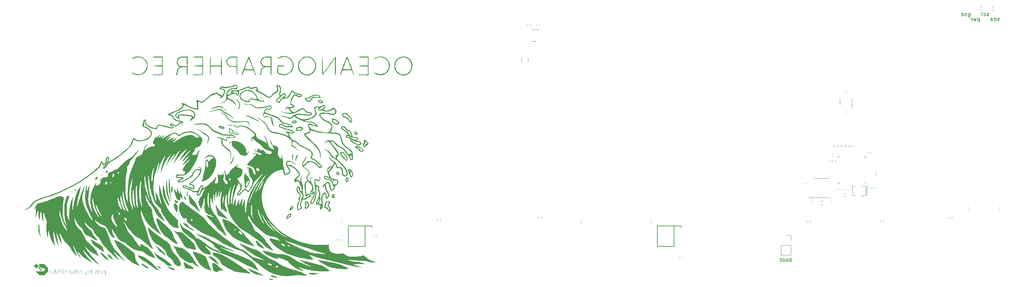
<source format=gbr>
%TF.GenerationSoftware,KiCad,Pcbnew,(7.0.0)*%
%TF.CreationDate,2024-01-19T15:20:53+01:00*%
%TF.ProjectId,oceanographer EC,6f636561-6e6f-4677-9261-706865722045,rev?*%
%TF.SameCoordinates,Original*%
%TF.FileFunction,Legend,Bot*%
%TF.FilePolarity,Positive*%
%FSLAX46Y46*%
G04 Gerber Fmt 4.6, Leading zero omitted, Abs format (unit mm)*
G04 Created by KiCad (PCBNEW (7.0.0)) date 2024-01-19 15:20:53*
%MOMM*%
%LPD*%
G01*
G04 APERTURE LIST*
%ADD10C,0.150000*%
%ADD11C,0.120000*%
%ADD12C,0.170180*%
%ADD13C,0.002540*%
G04 APERTURE END LIST*
D10*
X273909820Y-49200385D02*
X273814582Y-49248004D01*
X273814582Y-49248004D02*
X273624106Y-49248004D01*
X273624106Y-49248004D02*
X273528868Y-49200385D01*
X273528868Y-49200385D02*
X273481249Y-49105147D01*
X273481249Y-49105147D02*
X273481249Y-49057528D01*
X273481249Y-49057528D02*
X273528868Y-48962290D01*
X273528868Y-48962290D02*
X273624106Y-48914671D01*
X273624106Y-48914671D02*
X273766963Y-48914671D01*
X273766963Y-48914671D02*
X273862201Y-48867052D01*
X273862201Y-48867052D02*
X273909820Y-48771814D01*
X273909820Y-48771814D02*
X273909820Y-48724195D01*
X273909820Y-48724195D02*
X273862201Y-48628957D01*
X273862201Y-48628957D02*
X273766963Y-48581338D01*
X273766963Y-48581338D02*
X273624106Y-48581338D01*
X273624106Y-48581338D02*
X273528868Y-48628957D01*
X272624106Y-49248004D02*
X272624106Y-48248004D01*
X272624106Y-49200385D02*
X272719344Y-49248004D01*
X272719344Y-49248004D02*
X272909820Y-49248004D01*
X272909820Y-49248004D02*
X273005058Y-49200385D01*
X273005058Y-49200385D02*
X273052677Y-49152766D01*
X273052677Y-49152766D02*
X273100296Y-49057528D01*
X273100296Y-49057528D02*
X273100296Y-48771814D01*
X273100296Y-48771814D02*
X273052677Y-48676576D01*
X273052677Y-48676576D02*
X273005058Y-48628957D01*
X273005058Y-48628957D02*
X272909820Y-48581338D01*
X272909820Y-48581338D02*
X272719344Y-48581338D01*
X272719344Y-48581338D02*
X272624106Y-48628957D01*
X271719344Y-49248004D02*
X271719344Y-48724195D01*
X271719344Y-48724195D02*
X271766963Y-48628957D01*
X271766963Y-48628957D02*
X271862201Y-48581338D01*
X271862201Y-48581338D02*
X272052677Y-48581338D01*
X272052677Y-48581338D02*
X272147915Y-48628957D01*
X271719344Y-49200385D02*
X271814582Y-49248004D01*
X271814582Y-49248004D02*
X272052677Y-49248004D01*
X272052677Y-49248004D02*
X272147915Y-49200385D01*
X272147915Y-49200385D02*
X272195534Y-49105147D01*
X272195534Y-49105147D02*
X272195534Y-49009909D01*
X272195534Y-49009909D02*
X272147915Y-48914671D01*
X272147915Y-48914671D02*
X272052677Y-48867052D01*
X272052677Y-48867052D02*
X271814582Y-48867052D01*
X271814582Y-48867052D02*
X271719344Y-48819433D01*
X218892261Y-113079880D02*
X218892261Y-112079880D01*
X218892261Y-112460833D02*
X218797023Y-112413214D01*
X218797023Y-112413214D02*
X218606547Y-112413214D01*
X218606547Y-112413214D02*
X218511309Y-112460833D01*
X218511309Y-112460833D02*
X218463690Y-112508452D01*
X218463690Y-112508452D02*
X218416071Y-112603690D01*
X218416071Y-112603690D02*
X218416071Y-112889404D01*
X218416071Y-112889404D02*
X218463690Y-112984642D01*
X218463690Y-112984642D02*
X218511309Y-113032261D01*
X218511309Y-113032261D02*
X218606547Y-113079880D01*
X218606547Y-113079880D02*
X218797023Y-113079880D01*
X218797023Y-113079880D02*
X218892261Y-113032261D01*
X217844642Y-113079880D02*
X217939880Y-113032261D01*
X217939880Y-113032261D02*
X217987499Y-112984642D01*
X217987499Y-112984642D02*
X218035118Y-112889404D01*
X218035118Y-112889404D02*
X218035118Y-112603690D01*
X218035118Y-112603690D02*
X217987499Y-112508452D01*
X217987499Y-112508452D02*
X217939880Y-112460833D01*
X217939880Y-112460833D02*
X217844642Y-112413214D01*
X217844642Y-112413214D02*
X217701785Y-112413214D01*
X217701785Y-112413214D02*
X217606547Y-112460833D01*
X217606547Y-112460833D02*
X217558928Y-112508452D01*
X217558928Y-112508452D02*
X217511309Y-112603690D01*
X217511309Y-112603690D02*
X217511309Y-112889404D01*
X217511309Y-112889404D02*
X217558928Y-112984642D01*
X217558928Y-112984642D02*
X217606547Y-113032261D01*
X217606547Y-113032261D02*
X217701785Y-113079880D01*
X217701785Y-113079880D02*
X217844642Y-113079880D01*
X216939880Y-113079880D02*
X217035118Y-113032261D01*
X217035118Y-113032261D02*
X217082737Y-112984642D01*
X217082737Y-112984642D02*
X217130356Y-112889404D01*
X217130356Y-112889404D02*
X217130356Y-112603690D01*
X217130356Y-112603690D02*
X217082737Y-112508452D01*
X217082737Y-112508452D02*
X217035118Y-112460833D01*
X217035118Y-112460833D02*
X216939880Y-112413214D01*
X216939880Y-112413214D02*
X216797023Y-112413214D01*
X216797023Y-112413214D02*
X216701785Y-112460833D01*
X216701785Y-112460833D02*
X216654166Y-112508452D01*
X216654166Y-112508452D02*
X216606547Y-112603690D01*
X216606547Y-112603690D02*
X216606547Y-112889404D01*
X216606547Y-112889404D02*
X216654166Y-112984642D01*
X216654166Y-112984642D02*
X216701785Y-113032261D01*
X216701785Y-113032261D02*
X216797023Y-113079880D01*
X216797023Y-113079880D02*
X216939880Y-113079880D01*
X216320832Y-112413214D02*
X215939880Y-112413214D01*
X216177975Y-112079880D02*
X216177975Y-112937023D01*
X216177975Y-112937023D02*
X216130356Y-113032261D01*
X216130356Y-113032261D02*
X216035118Y-113079880D01*
X216035118Y-113079880D02*
X215939880Y-113079880D01*
X271111636Y-47934497D02*
X271016398Y-47982116D01*
X271016398Y-47982116D02*
X270825922Y-47982116D01*
X270825922Y-47982116D02*
X270730684Y-47934497D01*
X270730684Y-47934497D02*
X270683065Y-47839259D01*
X270683065Y-47839259D02*
X270683065Y-47791640D01*
X270683065Y-47791640D02*
X270730684Y-47696402D01*
X270730684Y-47696402D02*
X270825922Y-47648783D01*
X270825922Y-47648783D02*
X270968779Y-47648783D01*
X270968779Y-47648783D02*
X271064017Y-47601164D01*
X271064017Y-47601164D02*
X271111636Y-47505926D01*
X271111636Y-47505926D02*
X271111636Y-47458307D01*
X271111636Y-47458307D02*
X271064017Y-47363069D01*
X271064017Y-47363069D02*
X270968779Y-47315450D01*
X270968779Y-47315450D02*
X270825922Y-47315450D01*
X270825922Y-47315450D02*
X270730684Y-47363069D01*
X269825922Y-47934497D02*
X269921160Y-47982116D01*
X269921160Y-47982116D02*
X270111636Y-47982116D01*
X270111636Y-47982116D02*
X270206874Y-47934497D01*
X270206874Y-47934497D02*
X270254493Y-47886878D01*
X270254493Y-47886878D02*
X270302112Y-47791640D01*
X270302112Y-47791640D02*
X270302112Y-47505926D01*
X270302112Y-47505926D02*
X270254493Y-47410688D01*
X270254493Y-47410688D02*
X270206874Y-47363069D01*
X270206874Y-47363069D02*
X270111636Y-47315450D01*
X270111636Y-47315450D02*
X269921160Y-47315450D01*
X269921160Y-47315450D02*
X269825922Y-47363069D01*
X269254493Y-47982116D02*
X269349731Y-47934497D01*
X269349731Y-47934497D02*
X269397350Y-47839259D01*
X269397350Y-47839259D02*
X269397350Y-46982116D01*
X268667998Y-48639489D02*
X268667998Y-49639489D01*
X268667998Y-48687108D02*
X268572760Y-48639489D01*
X268572760Y-48639489D02*
X268382284Y-48639489D01*
X268382284Y-48639489D02*
X268287046Y-48687108D01*
X268287046Y-48687108D02*
X268239427Y-48734727D01*
X268239427Y-48734727D02*
X268191808Y-48829965D01*
X268191808Y-48829965D02*
X268191808Y-49115679D01*
X268191808Y-49115679D02*
X268239427Y-49210917D01*
X268239427Y-49210917D02*
X268287046Y-49258536D01*
X268287046Y-49258536D02*
X268382284Y-49306155D01*
X268382284Y-49306155D02*
X268572760Y-49306155D01*
X268572760Y-49306155D02*
X268667998Y-49258536D01*
X267858474Y-48639489D02*
X267667998Y-49306155D01*
X267667998Y-49306155D02*
X267477522Y-48829965D01*
X267477522Y-48829965D02*
X267287046Y-49306155D01*
X267287046Y-49306155D02*
X267096570Y-48639489D01*
X266715617Y-49306155D02*
X266715617Y-48639489D01*
X266715617Y-48829965D02*
X266667998Y-48734727D01*
X266667998Y-48734727D02*
X266620379Y-48687108D01*
X266620379Y-48687108D02*
X266525141Y-48639489D01*
X266525141Y-48639489D02*
X266429903Y-48639489D01*
X265802976Y-47325714D02*
X265802976Y-48135238D01*
X265802976Y-48135238D02*
X265850595Y-48230476D01*
X265850595Y-48230476D02*
X265898214Y-48278095D01*
X265898214Y-48278095D02*
X265993452Y-48325714D01*
X265993452Y-48325714D02*
X266136309Y-48325714D01*
X266136309Y-48325714D02*
X266231547Y-48278095D01*
X265802976Y-47944761D02*
X265898214Y-47992380D01*
X265898214Y-47992380D02*
X266088690Y-47992380D01*
X266088690Y-47992380D02*
X266183928Y-47944761D01*
X266183928Y-47944761D02*
X266231547Y-47897142D01*
X266231547Y-47897142D02*
X266279166Y-47801904D01*
X266279166Y-47801904D02*
X266279166Y-47516190D01*
X266279166Y-47516190D02*
X266231547Y-47420952D01*
X266231547Y-47420952D02*
X266183928Y-47373333D01*
X266183928Y-47373333D02*
X266088690Y-47325714D01*
X266088690Y-47325714D02*
X265898214Y-47325714D01*
X265898214Y-47325714D02*
X265802976Y-47373333D01*
X265326785Y-47325714D02*
X265326785Y-47992380D01*
X265326785Y-47420952D02*
X265279166Y-47373333D01*
X265279166Y-47373333D02*
X265183928Y-47325714D01*
X265183928Y-47325714D02*
X265041071Y-47325714D01*
X265041071Y-47325714D02*
X264945833Y-47373333D01*
X264945833Y-47373333D02*
X264898214Y-47468571D01*
X264898214Y-47468571D02*
X264898214Y-47992380D01*
X263993452Y-47992380D02*
X263993452Y-46992380D01*
X263993452Y-47944761D02*
X264088690Y-47992380D01*
X264088690Y-47992380D02*
X264279166Y-47992380D01*
X264279166Y-47992380D02*
X264374404Y-47944761D01*
X264374404Y-47944761D02*
X264422023Y-47897142D01*
X264422023Y-47897142D02*
X264469642Y-47801904D01*
X264469642Y-47801904D02*
X264469642Y-47516190D01*
X264469642Y-47516190D02*
X264422023Y-47420952D01*
X264422023Y-47420952D02*
X264374404Y-47373333D01*
X264374404Y-47373333D02*
X264279166Y-47325714D01*
X264279166Y-47325714D02*
X264088690Y-47325714D01*
X264088690Y-47325714D02*
X263993452Y-47373333D01*
D11*
%TO.C,C6*%
X232916998Y-93894677D02*
X232916998Y-94110349D01*
X232196998Y-93894677D02*
X232196998Y-94110349D01*
%TO.C,R1*%
X234457714Y-82667067D02*
X234457714Y-82359785D01*
X235217714Y-82667067D02*
X235217714Y-82359785D01*
%TO.C,R12*%
X56736250Y-100418859D02*
X56736250Y-100726141D01*
X55976250Y-100418859D02*
X55976250Y-100726141D01*
%TO.C,C2*%
X239978750Y-93460914D02*
X239978750Y-93676586D01*
X239258750Y-93460914D02*
X239258750Y-93676586D01*
%TO.C,U1*%
X231246250Y-92416250D02*
X231721250Y-92416250D01*
X231246250Y-91941250D02*
X231246250Y-92416250D01*
X238466250Y-91941250D02*
X238466250Y-92416250D01*
X231246250Y-85671250D02*
X231246250Y-85196250D01*
X238466250Y-85671250D02*
X238466250Y-85196250D01*
X231246250Y-85196250D02*
X231721250Y-85196250D01*
X238466250Y-85196250D02*
X237991250Y-85196250D01*
D12*
%TO.C,U5*%
X189767860Y-103692500D02*
X187937500Y-103692500D01*
X187937500Y-103692500D02*
X187937500Y-109032500D01*
X183538220Y-103692500D02*
X187937500Y-103692500D01*
X189767860Y-104091280D02*
X189767860Y-103692500D01*
D13*
X183537860Y-108846620D02*
X183537860Y-108861860D01*
D12*
X187937500Y-109032500D02*
X183538220Y-109032500D01*
X183538220Y-109032500D02*
X183538220Y-103692500D01*
D11*
%TO.C,R4*%
X233055141Y-82359785D02*
X233055141Y-82667067D01*
X232295141Y-82359785D02*
X232295141Y-82667067D01*
%TO.C,R17*%
X269234891Y-46417500D02*
X268927609Y-46417500D01*
X269234891Y-45657500D02*
X268927609Y-45657500D01*
%TO.C,R2*%
X230199325Y-82667067D02*
X230199325Y-82359785D01*
X230959325Y-82667067D02*
X230959325Y-82359785D01*
%TO.C,R7*%
X232873305Y-95136759D02*
X233180587Y-95136759D01*
X232873305Y-95896759D02*
X233180587Y-95896759D01*
%TO.C,R8*%
X229680000Y-86278063D02*
X229680000Y-86585345D01*
X228920000Y-86278063D02*
X228920000Y-86585345D01*
%TO.C,C9*%
X233254664Y-72753757D02*
X233470336Y-72753757D01*
X233254664Y-73473757D02*
X233470336Y-73473757D01*
%TO.C,R19*%
X190086250Y-111765109D02*
X190086250Y-112072391D01*
X189326250Y-111765109D02*
X189326250Y-112072391D01*
%TO.C,G\u002A\u002A\u002A*%
G36*
X77698550Y-74955463D02*
G01*
X77648550Y-75005660D01*
X77598550Y-74955463D01*
X77648550Y-74905265D01*
X77698550Y-74955463D01*
G37*
G36*
X77498550Y-74855067D02*
G01*
X77448550Y-74905265D01*
X77398550Y-74855067D01*
X77448550Y-74804870D01*
X77498550Y-74855067D01*
G37*
G36*
X57798550Y-76963368D02*
G01*
X57748550Y-77013565D01*
X57698550Y-76963368D01*
X57748550Y-76913170D01*
X57798550Y-76963368D01*
G37*
G36*
X48998550Y-81882735D02*
G01*
X48948550Y-81932933D01*
X48898550Y-81882735D01*
X48948550Y-81832538D01*
X48998550Y-81882735D01*
G37*
G36*
X36685071Y-90136780D02*
G01*
X36698550Y-90203692D01*
X36639875Y-90377149D01*
X36598550Y-90416332D01*
X36512028Y-90394699D01*
X36498550Y-90327787D01*
X36557224Y-90154329D01*
X36598550Y-90115146D01*
X36685071Y-90136780D01*
G37*
G36*
X28390845Y-94436732D02*
G01*
X28398550Y-94470490D01*
X28325574Y-94612417D01*
X28298550Y-94632933D01*
X28206254Y-94628344D01*
X28198550Y-94594585D01*
X28271525Y-94452659D01*
X28298550Y-94432142D01*
X28390845Y-94436732D01*
G37*
G36*
X29721026Y-93900245D02*
G01*
X29743176Y-94054171D01*
X29671577Y-94205300D01*
X29565429Y-94264007D01*
X29431477Y-94247632D01*
X29411773Y-94093094D01*
X29415429Y-94064592D01*
X29495744Y-93883507D01*
X29598550Y-93829771D01*
X29721026Y-93900245D01*
G37*
G36*
X81334324Y-117659407D02*
G01*
X81592584Y-117698683D01*
X81889586Y-117767717D01*
X82007011Y-117823268D01*
X81963894Y-117875441D01*
X81942584Y-117884460D01*
X81494932Y-117955502D01*
X81106598Y-117865011D01*
X80934162Y-117766878D01*
X80933243Y-117693532D01*
X81075933Y-117654525D01*
X81334324Y-117659407D01*
G37*
G36*
X38182040Y-89110300D02*
G01*
X38150908Y-89254327D01*
X38043496Y-89432626D01*
X37880989Y-89570570D01*
X37729058Y-89622893D01*
X37666360Y-89588343D01*
X37662639Y-89419676D01*
X37753403Y-89202068D01*
X37893274Y-89030105D01*
X37950460Y-88996171D01*
X38131679Y-88977715D01*
X38182040Y-89110300D01*
G37*
G36*
X51398550Y-114307593D02*
G01*
X51714682Y-114430778D01*
X52008929Y-114593197D01*
X52216884Y-114755794D01*
X52273855Y-114838399D01*
X52273742Y-114938782D01*
X52156742Y-114940720D01*
X51896543Y-114843209D01*
X51848550Y-114822167D01*
X51564193Y-114651345D01*
X51348550Y-114461370D01*
X51148550Y-114233521D01*
X51398550Y-114307593D01*
G37*
G36*
X35492706Y-90631038D02*
G01*
X35498550Y-90745377D01*
X35437913Y-91000207D01*
X35288555Y-91213837D01*
X35099303Y-91342682D01*
X34918982Y-91343157D01*
X34869204Y-91307161D01*
X34862133Y-91177443D01*
X34948699Y-90973434D01*
X35087240Y-90768713D01*
X35236094Y-90636859D01*
X35253030Y-90629289D01*
X35432333Y-90574562D01*
X35492706Y-90631038D01*
G37*
G36*
X71491503Y-85552549D02*
G01*
X71432733Y-85924691D01*
X71269506Y-86355603D01*
X71040219Y-86767700D01*
X70783271Y-87083396D01*
X70699508Y-87152801D01*
X70453267Y-87312665D01*
X70353280Y-87336555D01*
X70400502Y-87225168D01*
X70544440Y-87039685D01*
X70868818Y-86572612D01*
X71175459Y-85985005D01*
X71353500Y-85552651D01*
X71484457Y-85195779D01*
X71491503Y-85552549D01*
G37*
G36*
X58505640Y-95764711D02*
G01*
X58651668Y-96005095D01*
X58790994Y-96278189D01*
X58882928Y-96507210D01*
X58898550Y-96586641D01*
X58832989Y-96683029D01*
X58689108Y-96670422D01*
X58546104Y-96563553D01*
X58515230Y-96515344D01*
X58428948Y-96291641D01*
X58367108Y-96032942D01*
X58338009Y-95799404D01*
X58349952Y-95651187D01*
X58393601Y-95633815D01*
X58505640Y-95764711D01*
G37*
G36*
X87247610Y-84894593D02*
G01*
X87157509Y-85258881D01*
X87106686Y-85669021D01*
X87102939Y-85773052D01*
X87081495Y-86051106D01*
X87031871Y-86222965D01*
X86998550Y-86249929D01*
X86945168Y-86158575D01*
X86909018Y-85920336D01*
X86898550Y-85653156D01*
X86915335Y-85275328D01*
X86979961Y-85019690D01*
X87113826Y-84809407D01*
X87143221Y-84774697D01*
X87387892Y-84493012D01*
X87247610Y-84894593D01*
G37*
G36*
X88492905Y-84760797D02*
G01*
X88425885Y-84928052D01*
X88328865Y-85128652D01*
X88172414Y-85504573D01*
X88051406Y-85897533D01*
X88022297Y-86034229D01*
X87963513Y-86277388D01*
X87899521Y-86394700D01*
X87873550Y-86392180D01*
X87801379Y-86194159D01*
X87817843Y-85885944D01*
X87904781Y-85527108D01*
X88044029Y-85177225D01*
X88217426Y-84895868D01*
X88371616Y-84758471D01*
X88473533Y-84715377D01*
X88492905Y-84760797D01*
G37*
G36*
X59219073Y-94575676D02*
G01*
X59247169Y-94817946D01*
X59264597Y-95159155D01*
X59265283Y-95186036D01*
X59268576Y-95532111D01*
X59261507Y-95782809D01*
X59245604Y-95887342D01*
X59244138Y-95887874D01*
X59197141Y-95801317D01*
X59126019Y-95585241D01*
X59102196Y-95499887D01*
X59057076Y-95215705D01*
X59053742Y-94911391D01*
X59086895Y-94651179D01*
X59151237Y-94499304D01*
X59186050Y-94483270D01*
X59219073Y-94575676D01*
G37*
G36*
X56201539Y-96848439D02*
G01*
X56429188Y-96987980D01*
X56460064Y-97010903D01*
X56660502Y-97163197D01*
X56780090Y-97253701D01*
X56787800Y-97259465D01*
X56777200Y-97347593D01*
X56663129Y-97474136D01*
X56513628Y-97574222D01*
X56436305Y-97594593D01*
X56268601Y-97528542D01*
X56098550Y-97393803D01*
X55954709Y-97183784D01*
X55902556Y-96972627D01*
X55948814Y-96824131D01*
X56035064Y-96791431D01*
X56201539Y-96848439D01*
G37*
G36*
X55244103Y-93239417D02*
G01*
X55283715Y-93425179D01*
X55298252Y-93782882D01*
X55298550Y-93863391D01*
X55283893Y-94373915D01*
X55237852Y-94701378D01*
X55157317Y-94861494D01*
X55096640Y-94883921D01*
X55030767Y-94795628D01*
X54968027Y-94576575D01*
X54955529Y-94507439D01*
X54933560Y-94171308D01*
X54958543Y-93811278D01*
X55020157Y-93488765D01*
X55108079Y-93265185D01*
X55174976Y-93201823D01*
X55244103Y-93239417D01*
G37*
G36*
X81763982Y-116805113D02*
G01*
X82092554Y-116894576D01*
X82454605Y-117015054D01*
X82781557Y-117143126D01*
X83004831Y-117255371D01*
X83043550Y-117284462D01*
X83027575Y-117338257D01*
X82861590Y-117362119D01*
X82593078Y-117357787D01*
X82269523Y-117327001D01*
X81938412Y-117271501D01*
X81799439Y-117238885D01*
X81513390Y-117128575D01*
X81338347Y-116994747D01*
X81292482Y-116869921D01*
X81393969Y-116786619D01*
X81537466Y-116770087D01*
X81763982Y-116805113D01*
G37*
G36*
X47368799Y-113681983D02*
G01*
X47652597Y-113789512D01*
X47987495Y-113970135D01*
X48337485Y-114207676D01*
X48603056Y-114426829D01*
X48890961Y-114710764D01*
X49011388Y-114885828D01*
X48966251Y-114949898D01*
X48757465Y-114900854D01*
X48386942Y-114736575D01*
X48343184Y-114714789D01*
X48000463Y-114521045D01*
X47661091Y-114293340D01*
X47368671Y-114065441D01*
X47166806Y-113871114D01*
X47098550Y-113750920D01*
X47172114Y-113663726D01*
X47368799Y-113681983D01*
G37*
G36*
X92480361Y-116082656D02*
G01*
X92953594Y-116113439D01*
X93368525Y-116171160D01*
X93418451Y-116181379D01*
X93710590Y-116249573D01*
X93829723Y-116298854D01*
X93799664Y-116345974D01*
X93707613Y-116384788D01*
X93309699Y-116478272D01*
X92806465Y-116522383D01*
X92280885Y-116516465D01*
X91815934Y-116459859D01*
X91601100Y-116401483D01*
X91345124Y-116298071D01*
X91257660Y-116229690D01*
X91315586Y-116173903D01*
X91351100Y-116158893D01*
X91615090Y-116104686D01*
X92012851Y-116079506D01*
X92480361Y-116082656D01*
G37*
G36*
X72179763Y-70122968D02*
G01*
X72438929Y-70264944D01*
X72474464Y-70286541D01*
X72875655Y-70643430D01*
X73124489Y-71110750D01*
X73198176Y-71577049D01*
X73144937Y-72005974D01*
X73004481Y-72419751D01*
X72806748Y-72738385D01*
X72738395Y-72805426D01*
X72677914Y-72817341D01*
X72718202Y-72665331D01*
X72795410Y-72483759D01*
X72972649Y-71895036D01*
X72954359Y-71347977D01*
X72740998Y-70844763D01*
X72359965Y-70411009D01*
X72137612Y-70198901D01*
X72078434Y-70101921D01*
X72179763Y-70122968D01*
G37*
G36*
X56159231Y-97742268D02*
G01*
X56430697Y-98032169D01*
X56455212Y-98064065D01*
X56608205Y-98289963D01*
X56676950Y-98493966D01*
X56680051Y-98760501D01*
X56658190Y-98985138D01*
X56608925Y-99356170D01*
X56552589Y-99686733D01*
X56521078Y-99828391D01*
X56448137Y-100102205D01*
X56183216Y-99676660D01*
X55919656Y-99187953D01*
X55733405Y-98708999D01*
X55633177Y-98278196D01*
X55627687Y-97933939D01*
X55725647Y-97714625D01*
X55735875Y-97705549D01*
X55932507Y-97635828D01*
X56159231Y-97742268D01*
G37*
G36*
X54140794Y-114485195D02*
G01*
X54435948Y-114548571D01*
X54817332Y-114665931D01*
X55251948Y-114830023D01*
X55290427Y-114845952D01*
X55663443Y-115021060D01*
X55900213Y-115172845D01*
X55986970Y-115287023D01*
X55909949Y-115349308D01*
X55781883Y-115355924D01*
X55495583Y-115318313D01*
X55298550Y-115270471D01*
X55024241Y-115165686D01*
X54694063Y-115011423D01*
X54366093Y-114838532D01*
X54098406Y-114677865D01*
X53949080Y-114560273D01*
X53941170Y-114549405D01*
X53964869Y-114483055D01*
X54140794Y-114485195D01*
G37*
G36*
X36529700Y-110749492D02*
G01*
X36782864Y-110912717D01*
X37095954Y-111168430D01*
X37445120Y-111497022D01*
X37806513Y-111878886D01*
X38156281Y-112294415D01*
X38182323Y-112327597D01*
X38375382Y-112591957D01*
X38426629Y-112719675D01*
X38330929Y-112720704D01*
X38083142Y-112604993D01*
X38048550Y-112586718D01*
X37669942Y-112346717D01*
X37279312Y-112034689D01*
X36911778Y-111686917D01*
X36602461Y-111339678D01*
X36386481Y-111029253D01*
X36298958Y-110791923D01*
X36298550Y-110778928D01*
X36360312Y-110698359D01*
X36529700Y-110749492D01*
G37*
G36*
X20033248Y-103246653D02*
G01*
X20079538Y-103536074D01*
X20117554Y-104019506D01*
X20126009Y-104183386D01*
X20161261Y-104714168D01*
X20213400Y-105228247D01*
X20274800Y-105659943D01*
X20325588Y-105902301D01*
X20400603Y-106192020D01*
X20442596Y-106383462D01*
X20445402Y-106429376D01*
X20380197Y-106355865D01*
X20266910Y-106192431D01*
X20037635Y-105707023D01*
X19883265Y-105100044D01*
X19818155Y-104441293D01*
X19827491Y-104055666D01*
X19875805Y-103555749D01*
X19928274Y-103255161D01*
X19981791Y-103152572D01*
X20033248Y-103246653D01*
G37*
G36*
X38334612Y-111106603D02*
G01*
X38562314Y-111261860D01*
X38803242Y-111453486D01*
X39012477Y-111648578D01*
X39133339Y-111794839D01*
X39378619Y-112174879D01*
X39523567Y-112408241D01*
X39572888Y-112519118D01*
X39531289Y-112531702D01*
X39403474Y-112470185D01*
X39248550Y-112387166D01*
X38938584Y-112186757D01*
X38646650Y-111936944D01*
X38419631Y-111684700D01*
X38304411Y-111476997D01*
X38298550Y-111435369D01*
X38247720Y-111251450D01*
X38198550Y-111198150D01*
X38102298Y-111066021D01*
X38098550Y-111036809D01*
X38165051Y-111020618D01*
X38334612Y-111106603D01*
G37*
G36*
X77669427Y-107652523D02*
G01*
X77996253Y-107910818D01*
X78267884Y-108161194D01*
X78624035Y-108514856D01*
X78961104Y-108868932D01*
X79255165Y-109195791D01*
X79482292Y-109467800D01*
X79618558Y-109657330D01*
X79640037Y-109736748D01*
X79632861Y-109737528D01*
X79511901Y-109694814D01*
X79253534Y-109583622D01*
X78900463Y-109422765D01*
X78636766Y-109298751D01*
X78195619Y-109080913D01*
X77895383Y-108894220D01*
X77694078Y-108688561D01*
X77549722Y-108413826D01*
X77420336Y-108019905D01*
X77347316Y-107759613D01*
X77337359Y-107573605D01*
X77447263Y-107539013D01*
X77669427Y-107652523D01*
G37*
G36*
X65111706Y-111672313D02*
G01*
X65455539Y-111805569D01*
X65889375Y-112017307D01*
X66200570Y-112187606D01*
X66447625Y-112356578D01*
X66662499Y-112559666D01*
X66877153Y-112832310D01*
X67123548Y-113209955D01*
X67433643Y-113728041D01*
X67436633Y-113733131D01*
X67472908Y-113835312D01*
X67394996Y-113833503D01*
X67191031Y-113721802D01*
X66849145Y-113494307D01*
X66590448Y-113312299D01*
X66180674Y-113004481D01*
X65769424Y-112669206D01*
X65431232Y-112367850D01*
X65365448Y-112303612D01*
X65057690Y-111971118D01*
X64912801Y-111755077D01*
X64930799Y-111655479D01*
X65111706Y-111672313D01*
G37*
G36*
X58230059Y-102909280D02*
G01*
X58522659Y-102989336D01*
X58749970Y-103015937D01*
X59003764Y-103110896D01*
X59245001Y-103353725D01*
X59492599Y-103624780D01*
X59851126Y-103951786D01*
X60260991Y-104285766D01*
X60662605Y-104577741D01*
X60948550Y-104753932D01*
X61116427Y-104861775D01*
X61118468Y-104907578D01*
X60978632Y-104892622D01*
X60720877Y-104818189D01*
X60476204Y-104728675D01*
X60032231Y-104508950D01*
X59517152Y-104183467D01*
X58993057Y-103796254D01*
X58522033Y-103391338D01*
X58348550Y-103219910D01*
X58131997Y-102989774D01*
X58046386Y-102877830D01*
X58082252Y-102859277D01*
X58230059Y-102909280D01*
G37*
G36*
X103322379Y-79025532D02*
G01*
X103547066Y-79025532D01*
X103642300Y-79151447D01*
X103842354Y-79301379D01*
X103967367Y-79288259D01*
X103998550Y-79168913D01*
X103914893Y-79004229D01*
X103722098Y-78925926D01*
X103588456Y-78941186D01*
X103547066Y-79025532D01*
X103322379Y-79025532D01*
X103305442Y-78911071D01*
X103395739Y-78727286D01*
X103600003Y-78640601D01*
X103869548Y-78691892D01*
X104118980Y-78865895D01*
X104276578Y-79102851D01*
X104298550Y-79222640D01*
X104214363Y-79431281D01*
X104007561Y-79543961D01*
X103746778Y-79523456D01*
X103745078Y-79522814D01*
X103488518Y-79359955D01*
X103339170Y-79139000D01*
X103322379Y-79025532D01*
G37*
G36*
X98622001Y-89720356D02*
G01*
X98844800Y-89720356D01*
X98905938Y-89822899D01*
X99082540Y-89955980D01*
X99224803Y-89899733D01*
X99241547Y-89875534D01*
X99227025Y-89749391D01*
X99100986Y-89635629D01*
X98945542Y-89596899D01*
X98898074Y-89613465D01*
X98844800Y-89720356D01*
X98622001Y-89720356D01*
X98604645Y-89665990D01*
X98686202Y-89445344D01*
X98798550Y-89362182D01*
X99063793Y-89316804D01*
X99301625Y-89438015D01*
X99452415Y-89694238D01*
X99456783Y-89710757D01*
X99474339Y-89984132D01*
X99343832Y-90128586D01*
X99096166Y-90165344D01*
X98817267Y-90093718D01*
X98702068Y-89971154D01*
X98622001Y-89720356D01*
G37*
G36*
X75754948Y-115077661D02*
G01*
X76184101Y-115238500D01*
X76732188Y-115469503D01*
X77379823Y-115762960D01*
X78004684Y-116060891D01*
X78609524Y-116357501D01*
X79041032Y-116576181D01*
X79307121Y-116723891D01*
X79415704Y-116807593D01*
X79374695Y-116834248D01*
X79192006Y-116810817D01*
X78875551Y-116744261D01*
X78748550Y-116715275D01*
X78331611Y-116625585D01*
X77911986Y-116545392D01*
X77698550Y-116510057D01*
X77176713Y-116365322D01*
X76608756Y-116098132D01*
X76067365Y-115747554D01*
X75710269Y-115441340D01*
X75494676Y-115216572D01*
X75358452Y-115054039D01*
X75330997Y-114997327D01*
X75464118Y-114994699D01*
X75754948Y-115077661D01*
G37*
G36*
X54549326Y-91227488D02*
G01*
X54576505Y-91565992D01*
X54591775Y-92102146D01*
X54593073Y-92223447D01*
X54609767Y-92873914D01*
X54646922Y-93583039D01*
X54700286Y-94303308D01*
X54765606Y-94987204D01*
X54838630Y-95587214D01*
X54915103Y-96055821D01*
X54950265Y-96214158D01*
X54996553Y-96441808D01*
X54983605Y-96503608D01*
X54925171Y-96420654D01*
X54834999Y-96214039D01*
X54726837Y-95904859D01*
X54706648Y-95840365D01*
X54479180Y-94879128D01*
X54346972Y-93819221D01*
X54319057Y-92743142D01*
X54332685Y-92424237D01*
X54377454Y-91806842D01*
X54424301Y-91376312D01*
X54470426Y-91134806D01*
X54513034Y-91084479D01*
X54549326Y-91227488D01*
G37*
G36*
X52898928Y-92819242D02*
G01*
X52974193Y-93024458D01*
X53062252Y-93428454D01*
X53116414Y-93735724D01*
X53289772Y-94689337D01*
X53470164Y-95490325D01*
X53670972Y-96186756D01*
X53905581Y-96826694D01*
X54103260Y-97280144D01*
X54276862Y-97676406D01*
X54405876Y-98012074D01*
X54473664Y-98241398D01*
X54477735Y-98309854D01*
X54400478Y-98305349D01*
X54236116Y-98161056D01*
X54012487Y-97901505D01*
X54008264Y-97896148D01*
X53422080Y-97041393D01*
X53019153Y-96183372D01*
X52786155Y-95281867D01*
X52709758Y-94296660D01*
X52714862Y-93993207D01*
X52744425Y-93399789D01*
X52784592Y-93006556D01*
X52835911Y-92813158D01*
X52898928Y-92819242D01*
G37*
G36*
X51155118Y-109044062D02*
G01*
X51515474Y-109360200D01*
X51932809Y-109702066D01*
X52218567Y-109921991D01*
X52524325Y-110175233D01*
X52840023Y-110480511D01*
X53129308Y-110796894D01*
X53355830Y-111083452D01*
X53483235Y-111299256D01*
X53498550Y-111363180D01*
X53490856Y-111428609D01*
X53437395Y-111429825D01*
X53292594Y-111352170D01*
X53098550Y-111234520D01*
X52794417Y-111033510D01*
X52458924Y-110788331D01*
X52131861Y-110531295D01*
X51853017Y-110294712D01*
X51662184Y-110110895D01*
X51598550Y-110016445D01*
X51544221Y-109893641D01*
X51399924Y-109654398D01*
X51193693Y-109344393D01*
X51130118Y-109253192D01*
X50661687Y-108587874D01*
X51155118Y-109044062D01*
G37*
G36*
X53826034Y-91591677D02*
G01*
X53846959Y-91887163D01*
X53858851Y-92367486D01*
X53860479Y-92507892D01*
X53936502Y-93862831D01*
X54131466Y-95182100D01*
X54435300Y-96400567D01*
X54487971Y-96565542D01*
X54606699Y-96935769D01*
X54692061Y-97220591D01*
X54731396Y-97376868D01*
X54731021Y-97393803D01*
X54674743Y-97311579D01*
X54555760Y-97096098D01*
X54401032Y-96796369D01*
X54096047Y-96118517D01*
X53880234Y-95453961D01*
X53742328Y-94748098D01*
X53671068Y-93946329D01*
X53654464Y-93177202D01*
X53660981Y-92639767D01*
X53678864Y-92160121D01*
X53705637Y-91780937D01*
X53738826Y-91544888D01*
X53751519Y-91503939D01*
X53794684Y-91468209D01*
X53826034Y-91591677D01*
G37*
G36*
X97431545Y-95801681D02*
G01*
X97701589Y-95801681D01*
X97744672Y-95992171D01*
X97768011Y-96024539D01*
X97860603Y-96027999D01*
X97935995Y-95900032D01*
X97966106Y-95709707D01*
X97947448Y-95583204D01*
X97860908Y-95447090D01*
X97791350Y-95440562D01*
X97718647Y-95580313D01*
X97701589Y-95801681D01*
X97431545Y-95801681D01*
X97421510Y-95755222D01*
X97475732Y-95488561D01*
X97615842Y-95290525D01*
X97810205Y-95203336D01*
X98027185Y-95269214D01*
X98053353Y-95289505D01*
X98162351Y-95488419D01*
X98197759Y-95786985D01*
X98150495Y-96094793D01*
X98137851Y-96130651D01*
X97998475Y-96269230D01*
X97787799Y-96282394D01*
X97582495Y-96179814D01*
X97484811Y-96048288D01*
X97431545Y-95801681D01*
G37*
G36*
X86288910Y-99064950D02*
G01*
X86648323Y-99064950D01*
X86679532Y-99100522D01*
X86805671Y-99033266D01*
X86949104Y-98899116D01*
X87059961Y-98724929D01*
X87053768Y-98617312D01*
X86938929Y-98625650D01*
X86905740Y-98644281D01*
X86783247Y-98766334D01*
X86685228Y-98931189D01*
X86648323Y-99064950D01*
X86288910Y-99064950D01*
X86372188Y-98905790D01*
X86656813Y-98604729D01*
X86934197Y-98383686D01*
X87113387Y-98308705D01*
X87224659Y-98371962D01*
X87262473Y-98448177D01*
X87279747Y-98752512D01*
X87129082Y-99057004D01*
X86861914Y-99293020D01*
X86559675Y-99456545D01*
X86368566Y-99492038D01*
X86251290Y-99406049D01*
X86247996Y-99400809D01*
X86226611Y-99184016D01*
X86288910Y-99064950D01*
G37*
G36*
X101002405Y-91598706D02*
G01*
X101238685Y-91598706D01*
X101255682Y-91693833D01*
X101316511Y-91844243D01*
X101388730Y-91815874D01*
X101461222Y-91721050D01*
X101574238Y-91465362D01*
X101598550Y-91300701D01*
X101563038Y-91121392D01*
X101502068Y-91068901D01*
X101367555Y-91155446D01*
X101268848Y-91359725D01*
X101238685Y-91598706D01*
X101002405Y-91598706D01*
X101000438Y-91433050D01*
X101087045Y-91140525D01*
X101242556Y-90905743D01*
X101445817Y-90788444D01*
X101531193Y-90787102D01*
X101746938Y-90905357D01*
X101850865Y-91154070D01*
X101831958Y-91490278D01*
X101764747Y-91698036D01*
X101587308Y-91978440D01*
X101376180Y-92076671D01*
X101152845Y-91984275D01*
X101118550Y-91952380D01*
X101003888Y-91723581D01*
X101002405Y-91598706D01*
G37*
G36*
X93781186Y-70627770D02*
G01*
X94028336Y-70627770D01*
X94202735Y-70756582D01*
X94223550Y-70766923D01*
X94491345Y-70861232D01*
X94702344Y-70874588D01*
X94797649Y-70804362D01*
X94798550Y-70792592D01*
X94712249Y-70664046D01*
X94504942Y-70549896D01*
X94254026Y-70489883D01*
X94205124Y-70487874D01*
X94028456Y-70527965D01*
X94028336Y-70627770D01*
X93781186Y-70627770D01*
X93763480Y-70596243D01*
X93800106Y-70406254D01*
X93994470Y-70283459D01*
X94244375Y-70257130D01*
X94597903Y-70318474D01*
X94875221Y-70458985D01*
X95050374Y-70646078D01*
X95097411Y-70847167D01*
X94990376Y-71029667D01*
X94905124Y-71086713D01*
X94654352Y-71176784D01*
X94405150Y-71141663D01*
X94176064Y-71034144D01*
X93887746Y-70817510D01*
X93781186Y-70627770D01*
G37*
G36*
X74922207Y-74380622D02*
G01*
X75276730Y-74477845D01*
X75676921Y-74604149D01*
X76075674Y-74745485D01*
X76425879Y-74887805D01*
X76456485Y-74901581D01*
X76762697Y-75055171D01*
X77122246Y-75256625D01*
X77494029Y-75480015D01*
X77836941Y-75699412D01*
X78109880Y-75888890D01*
X78271743Y-76022521D01*
X78298550Y-76063551D01*
X78297842Y-76088989D01*
X78276268Y-76095311D01*
X78204646Y-76069151D01*
X78053798Y-75997141D01*
X77794543Y-75865915D01*
X77397703Y-75662105D01*
X77198550Y-75559652D01*
X76676769Y-75300503D01*
X76116234Y-75037050D01*
X75598207Y-74806851D01*
X75324662Y-74693589D01*
X74963973Y-74545369D01*
X74692517Y-74423233D01*
X74549906Y-74345522D01*
X74538600Y-74329615D01*
X74660461Y-74326529D01*
X74922207Y-74380622D01*
G37*
G36*
X67449627Y-77418358D02*
G01*
X67898550Y-77418358D01*
X67980777Y-77509766D01*
X68073550Y-77546732D01*
X68303193Y-77588959D01*
X68521591Y-77603231D01*
X68661226Y-77588397D01*
X68673139Y-77556960D01*
X68537320Y-77488933D01*
X68316713Y-77430110D01*
X68088274Y-77394261D01*
X67928960Y-77395158D01*
X67898550Y-77418358D01*
X67449627Y-77418358D01*
X67458983Y-77337540D01*
X67552385Y-77249323D01*
X67805676Y-77147892D01*
X68118758Y-77138209D01*
X68446954Y-77202997D01*
X68745589Y-77324978D01*
X68969988Y-77486875D01*
X69075476Y-77671411D01*
X69042972Y-77825787D01*
X68887611Y-77899385D01*
X68585825Y-77894589D01*
X68174309Y-77813738D01*
X67978467Y-77757939D01*
X67613589Y-77618138D01*
X67442444Y-77480413D01*
X67449627Y-77418358D01*
G37*
G36*
X86914131Y-76118688D02*
G01*
X87153550Y-76118688D01*
X87170166Y-76180656D01*
X87360491Y-76209383D01*
X87422648Y-76210403D01*
X87678714Y-76185212D01*
X87837210Y-76123260D01*
X87848550Y-76110008D01*
X87826696Y-76028506D01*
X87677015Y-75992426D01*
X87466303Y-76000932D01*
X87261352Y-76053190D01*
X87153550Y-76118688D01*
X86914131Y-76118688D01*
X86985214Y-75950052D01*
X87204316Y-75804796D01*
X87494517Y-75730525D01*
X87794482Y-75737876D01*
X88042873Y-75837487D01*
X88138463Y-75940606D01*
X88187258Y-76098069D01*
X88092224Y-76246913D01*
X88012471Y-76317088D01*
X87783866Y-76432925D01*
X87482131Y-76502064D01*
X87188601Y-76514599D01*
X86984606Y-76460622D01*
X86965216Y-76444659D01*
X86911558Y-76300112D01*
X86898550Y-76155653D01*
X86914131Y-76118688D01*
G37*
G36*
X58353651Y-113296888D02*
G01*
X58599293Y-113399279D01*
X58937273Y-113569669D01*
X59330572Y-113786341D01*
X59742176Y-114027573D01*
X60135067Y-114271648D01*
X60472229Y-114496845D01*
X60716645Y-114681446D01*
X60831300Y-114803731D01*
X60832654Y-114806996D01*
X60801325Y-114931107D01*
X60684516Y-115039104D01*
X60569389Y-115052088D01*
X60565371Y-115048940D01*
X60465345Y-115034070D01*
X60214442Y-115007323D01*
X59861071Y-114973755D01*
X59748550Y-114963662D01*
X59225944Y-114911183D01*
X58871522Y-114854696D01*
X58653647Y-114781628D01*
X58540684Y-114679404D01*
X58500998Y-114535453D01*
X58498550Y-114466853D01*
X58464660Y-114193071D01*
X58380116Y-113854717D01*
X58347482Y-113755191D01*
X58265394Y-113490175D01*
X58232040Y-113315771D01*
X58237363Y-113284217D01*
X58353651Y-113296888D01*
G37*
G36*
X85410084Y-101502631D02*
G01*
X85625157Y-101502631D01*
X85708884Y-101505595D01*
X85873354Y-101409684D01*
X86083338Y-101231175D01*
X86161742Y-101151476D01*
X86403741Y-100867141D01*
X86489146Y-100691385D01*
X86421894Y-100613027D01*
X86353639Y-100606451D01*
X86208475Y-100685186D01*
X86006811Y-100888818D01*
X85792369Y-101168483D01*
X85657401Y-101384514D01*
X85625157Y-101502631D01*
X85410084Y-101502631D01*
X85463694Y-101245039D01*
X85633691Y-100928267D01*
X85870387Y-100645965D01*
X86135626Y-100436359D01*
X86391254Y-100337676D01*
X86580060Y-100374305D01*
X86714111Y-100563537D01*
X86674828Y-100832764D01*
X86466142Y-101168998D01*
X86274580Y-101383935D01*
X85952757Y-101664349D01*
X85686150Y-101802414D01*
X85496094Y-101793887D01*
X85403924Y-101634529D01*
X85398550Y-101558053D01*
X85410084Y-101502631D01*
G37*
G36*
X46357801Y-111465146D02*
G01*
X46563117Y-111492800D01*
X47049775Y-111603203D01*
X47558439Y-111804193D01*
X48106460Y-112107522D01*
X48711187Y-112524944D01*
X49389973Y-113068212D01*
X50160168Y-113749079D01*
X50848550Y-114395709D01*
X51260772Y-114798632D01*
X51526594Y-115081028D01*
X51650614Y-115254036D01*
X51637430Y-115328796D01*
X51491638Y-115316446D01*
X51217837Y-115228127D01*
X51187512Y-115216995D01*
X50865173Y-115076140D01*
X50505729Y-114872166D01*
X50077303Y-114584419D01*
X49548018Y-114192247D01*
X49248550Y-113960670D01*
X48813008Y-113640704D01*
X48339690Y-113324935D01*
X47908614Y-113065803D01*
X47770946Y-112992290D01*
X47281657Y-112698826D01*
X46817294Y-112340098D01*
X46431791Y-111962739D01*
X46181574Y-111618084D01*
X46134208Y-111504438D01*
X46179826Y-111457768D01*
X46357801Y-111465146D01*
G37*
G36*
X61094998Y-110500829D02*
G01*
X61513980Y-110629476D01*
X62021705Y-110819848D01*
X62588353Y-111062138D01*
X62922244Y-111217777D01*
X64096003Y-111781541D01*
X64389580Y-112543996D01*
X64556682Y-112976960D01*
X64763994Y-113512628D01*
X64978874Y-114066710D01*
X65090101Y-114352990D01*
X65250459Y-114772217D01*
X65376559Y-115115060D01*
X65454677Y-115343287D01*
X65472798Y-115418987D01*
X65374038Y-115397773D01*
X65130885Y-115324489D01*
X64787902Y-115212858D01*
X64625815Y-115158184D01*
X63977861Y-114897248D01*
X63426435Y-114575720D01*
X62931541Y-114160400D01*
X62453186Y-113618090D01*
X61985021Y-112966072D01*
X61652202Y-112451919D01*
X61341329Y-111940785D01*
X61068295Y-111462241D01*
X60848992Y-111045859D01*
X60699311Y-110721210D01*
X60635145Y-110517868D01*
X60642544Y-110467948D01*
X60794579Y-110443717D01*
X61094998Y-110500829D01*
G37*
G36*
X33982865Y-107351330D02*
G01*
X34285173Y-107522490D01*
X34523550Y-107671894D01*
X34979159Y-107960418D01*
X35467301Y-108258313D01*
X35902019Y-108513410D01*
X36013998Y-108576477D01*
X36385862Y-108799065D01*
X36621990Y-108991100D01*
X36771583Y-109198474D01*
X36838886Y-109345867D01*
X36957948Y-109680912D01*
X37054993Y-110018727D01*
X37118214Y-110307792D01*
X37135801Y-110496588D01*
X37112920Y-110541483D01*
X37011731Y-110485687D01*
X36778478Y-110335405D01*
X36444738Y-110111589D01*
X36042087Y-109835193D01*
X35907299Y-109741474D01*
X35461405Y-109425273D01*
X35049979Y-109124026D01*
X34714071Y-108868430D01*
X34494731Y-108689187D01*
X34469652Y-108666323D01*
X34274645Y-108433633D01*
X34064778Y-108109894D01*
X33875500Y-107759848D01*
X33742263Y-107448236D01*
X33699526Y-107259888D01*
X33775978Y-107257960D01*
X33982865Y-107351330D01*
G37*
G36*
X68009415Y-71941759D02*
G01*
X68350191Y-72088583D01*
X68503971Y-72181865D01*
X68718781Y-72339066D01*
X68976319Y-72552641D01*
X69240164Y-72788455D01*
X69473891Y-73012373D01*
X69641079Y-73190261D01*
X69705303Y-73287985D01*
X69693844Y-73296976D01*
X69598401Y-73236746D01*
X69401403Y-73084007D01*
X69236238Y-72947848D01*
X68887207Y-72687630D01*
X68490869Y-72443324D01*
X68102929Y-72244460D01*
X67779092Y-72120564D01*
X67625825Y-72094198D01*
X67458776Y-72126818D01*
X67149095Y-72215530D01*
X66741671Y-72346608D01*
X66301872Y-72498983D01*
X65862184Y-72652913D01*
X65496640Y-72774196D01*
X65242918Y-72850800D01*
X65138695Y-72870695D01*
X65138428Y-72870465D01*
X65210083Y-72818672D01*
X65429728Y-72703000D01*
X65762539Y-72541002D01*
X66140610Y-72365285D01*
X66761438Y-72101744D01*
X67253925Y-71945321D01*
X67656955Y-71892999D01*
X68009415Y-71941759D01*
G37*
G36*
X66299206Y-113485111D02*
G01*
X66560783Y-113585212D01*
X66854293Y-113781193D01*
X67220173Y-114096903D01*
X67398550Y-114264633D01*
X67747274Y-114584712D01*
X68096380Y-114883699D01*
X68383331Y-115108558D01*
X68442621Y-115150072D01*
X68836693Y-115414751D01*
X68096691Y-115464949D01*
X67710755Y-115497702D01*
X67480046Y-115540976D01*
X67359835Y-115609655D01*
X67305397Y-115718627D01*
X67302619Y-115729232D01*
X67263224Y-115847447D01*
X67189647Y-115893781D01*
X67030960Y-115872363D01*
X66736231Y-115787323D01*
X66704647Y-115777711D01*
X66393700Y-115674411D01*
X66217019Y-115568121D01*
X66116426Y-115401191D01*
X66033740Y-115115968D01*
X66032684Y-115111846D01*
X65944677Y-114706525D01*
X65866408Y-114244573D01*
X65838670Y-114034316D01*
X65805796Y-113710515D01*
X65812634Y-113538249D01*
X65874957Y-113469705D01*
X66008541Y-113457073D01*
X66029123Y-113457044D01*
X66299206Y-113485111D01*
G37*
G36*
X66884849Y-98202122D02*
G01*
X66889531Y-98254589D01*
X66974292Y-98520012D01*
X67191288Y-98868864D01*
X67512092Y-99264996D01*
X67908275Y-99672254D01*
X68224512Y-99952296D01*
X68572291Y-100258867D01*
X68894472Y-100574787D01*
X69130036Y-100839634D01*
X69158463Y-100877128D01*
X69408868Y-101200360D01*
X69679737Y-101521569D01*
X69737279Y-101585305D01*
X69907620Y-101778403D01*
X69992706Y-101891393D01*
X69993166Y-101904151D01*
X69887259Y-101860814D01*
X69650002Y-101753618D01*
X69330690Y-101604877D01*
X69298550Y-101589713D01*
X68886515Y-101416955D01*
X68462843Y-101273741D01*
X68160867Y-101199608D01*
X67834051Y-101117462D01*
X67568960Y-101005366D01*
X67492947Y-100952744D01*
X67244459Y-100624964D01*
X67065805Y-100197445D01*
X66998550Y-99775278D01*
X66957502Y-99438873D01*
X66857549Y-99088388D01*
X66846271Y-99060335D01*
X66748632Y-98698250D01*
X66787252Y-98370406D01*
X66851686Y-98188432D01*
X66884849Y-98202122D01*
G37*
G36*
X61842216Y-77897659D02*
G01*
X62063120Y-78046984D01*
X62356196Y-78242952D01*
X62763124Y-78498603D01*
X63222885Y-78776177D01*
X63548550Y-78966213D01*
X64094072Y-79286309D01*
X64485625Y-79537625D01*
X64747528Y-79742366D01*
X64904099Y-79922736D01*
X64979657Y-80100943D01*
X64998550Y-80290195D01*
X64960975Y-80566635D01*
X64864731Y-80925238D01*
X64734534Y-81295331D01*
X64595102Y-81606240D01*
X64476680Y-81782340D01*
X64408393Y-81812918D01*
X64431927Y-81703816D01*
X64547534Y-81330530D01*
X64648652Y-80926866D01*
X64723197Y-80551732D01*
X64759083Y-80264037D01*
X64752855Y-80139438D01*
X64646522Y-80008465D01*
X64411908Y-79812555D01*
X64093578Y-79587792D01*
X63986514Y-79518935D01*
X63569787Y-79248641D01*
X63123210Y-78945140D01*
X62681111Y-78633413D01*
X62277816Y-78338439D01*
X61947651Y-78085197D01*
X61724942Y-77898668D01*
X61649487Y-77818251D01*
X61683180Y-77808207D01*
X61842216Y-77897659D01*
G37*
G36*
X59770912Y-95434138D02*
G01*
X59929887Y-95650145D01*
X60093068Y-95887874D01*
X60387510Y-96294711D01*
X60720754Y-96717533D01*
X61000682Y-97042419D01*
X61264341Y-97359105D01*
X61484691Y-97678294D01*
X61598365Y-97895779D01*
X61702745Y-98141983D01*
X61869029Y-98505674D01*
X62068736Y-98925223D01*
X62166755Y-99125621D01*
X62347590Y-99497851D01*
X62484763Y-99791883D01*
X62560708Y-99969365D01*
X62569114Y-100004079D01*
X62488583Y-99939995D01*
X62285370Y-99762512D01*
X61984338Y-99493784D01*
X61610351Y-99155967D01*
X61293110Y-98867092D01*
X60870426Y-98478684D01*
X60493843Y-98128399D01*
X60190989Y-97842270D01*
X59989495Y-97646330D01*
X59923365Y-97576543D01*
X59849708Y-97401071D01*
X59773110Y-97083497D01*
X59702326Y-96682167D01*
X59646110Y-96255426D01*
X59613215Y-95861620D01*
X59612395Y-95559093D01*
X59615587Y-95525124D01*
X59638195Y-95390189D01*
X59681825Y-95353673D01*
X59770912Y-95434138D01*
G37*
G36*
X50464738Y-110746623D02*
G01*
X50939741Y-111085634D01*
X51399735Y-111394190D01*
X51807643Y-111649027D01*
X52126387Y-111826884D01*
X52306040Y-111901830D01*
X52495882Y-111991619D01*
X52787129Y-112179537D01*
X53130003Y-112432260D01*
X53293744Y-112563057D01*
X53694618Y-112882381D01*
X54114265Y-113201330D01*
X54477758Y-113463330D01*
X54561254Y-113520103D01*
X54916157Y-113790740D01*
X55090752Y-114005667D01*
X55084067Y-114158498D01*
X54895131Y-114242846D01*
X54673550Y-114257920D01*
X54321890Y-114219192D01*
X53998219Y-114126588D01*
X53948550Y-114103852D01*
X53690590Y-113920016D01*
X53438786Y-113661127D01*
X53398550Y-113608721D01*
X53167926Y-113374912D01*
X52808087Y-113106280D01*
X52383577Y-112849300D01*
X51844355Y-112528812D01*
X51426145Y-112203468D01*
X51068382Y-111815918D01*
X50710501Y-111308814D01*
X50640129Y-111198402D01*
X50455588Y-110890151D01*
X50388247Y-110735319D01*
X50435307Y-110726692D01*
X50464738Y-110746623D01*
G37*
G36*
X94150153Y-112694604D02*
G01*
X94545344Y-112757947D01*
X95047407Y-112846584D01*
X95626799Y-112954820D01*
X96253980Y-113076963D01*
X96899408Y-113207319D01*
X97533541Y-113340196D01*
X98126838Y-113469898D01*
X98649757Y-113590735D01*
X98857968Y-113641633D01*
X99231200Y-113751206D01*
X99667822Y-113904840D01*
X100136148Y-114088117D01*
X100604494Y-114286624D01*
X101041175Y-114485942D01*
X101414505Y-114671657D01*
X101692798Y-114829351D01*
X101844370Y-114944610D01*
X101844980Y-115000653D01*
X101663708Y-115028965D01*
X101328029Y-115045787D01*
X100883169Y-115051805D01*
X100374354Y-115047707D01*
X99846808Y-115034178D01*
X99345757Y-115011905D01*
X98916427Y-114981574D01*
X98657024Y-114952268D01*
X97573053Y-114727745D01*
X96510587Y-114383634D01*
X95520717Y-113940722D01*
X94654536Y-113419790D01*
X94373550Y-113209777D01*
X94094098Y-112976220D01*
X93889626Y-112784826D01*
X93799753Y-112673024D01*
X93798550Y-112666571D01*
X93891374Y-112662248D01*
X94150153Y-112694604D01*
G37*
G36*
X40047087Y-107377486D02*
G01*
X40304435Y-107459748D01*
X40653117Y-107604770D01*
X41051555Y-107794873D01*
X41458168Y-108012377D01*
X41564093Y-108073585D01*
X42187842Y-108472041D01*
X42902616Y-108981992D01*
X43662229Y-109568847D01*
X44420498Y-110198013D01*
X44548550Y-110308960D01*
X45348550Y-111006788D01*
X45403277Y-111706398D01*
X45534498Y-112451715D01*
X45817610Y-113118164D01*
X46274981Y-113757288D01*
X46311726Y-113799627D01*
X46517268Y-114039163D01*
X46650474Y-114204387D01*
X46682048Y-114256584D01*
X46577245Y-114223365D01*
X46344047Y-114141943D01*
X46148550Y-114071755D01*
X45778459Y-113926733D01*
X45422235Y-113770099D01*
X45298550Y-113709483D01*
X44458975Y-113193782D01*
X43600426Y-112517343D01*
X42753814Y-111713872D01*
X41950054Y-110817075D01*
X41220056Y-109860657D01*
X40594736Y-108878324D01*
X40232002Y-108185203D01*
X40073630Y-107833153D01*
X39963679Y-107554758D01*
X39919397Y-107395156D01*
X39922654Y-107375663D01*
X40047087Y-107377486D01*
G37*
G36*
X97409212Y-75564157D02*
G01*
X97616078Y-75564157D01*
X97660399Y-75730458D01*
X97743438Y-75899295D01*
X98018540Y-76245380D01*
X98397866Y-76484020D01*
X98552718Y-76532844D01*
X98809892Y-76527671D01*
X99016871Y-76421684D01*
X99098550Y-76258493D01*
X99013076Y-76101986D01*
X98793600Y-75916057D01*
X98495541Y-75735726D01*
X98174318Y-75596010D01*
X97962567Y-75540670D01*
X97709495Y-75512850D01*
X97616078Y-75564157D01*
X97409212Y-75564157D01*
X97401945Y-75509121D01*
X97478138Y-75307250D01*
X97634435Y-75223109D01*
X97917106Y-75239883D01*
X98268799Y-75358827D01*
X98640656Y-75549689D01*
X98983824Y-75782217D01*
X99249447Y-76026157D01*
X99388670Y-76251257D01*
X99398550Y-76315506D01*
X99309920Y-76526735D01*
X99088464Y-76705214D01*
X98800825Y-76803634D01*
X98701299Y-76810469D01*
X98452767Y-76758765D01*
X98152497Y-76633392D01*
X98081006Y-76594223D01*
X97791022Y-76365298D01*
X97572065Y-76080141D01*
X97437813Y-75780750D01*
X97409212Y-75564157D01*
G37*
G36*
X68006177Y-72744792D02*
G01*
X68348054Y-72874898D01*
X68652033Y-73099558D01*
X68782764Y-73230423D01*
X69005485Y-73403337D01*
X69335984Y-73586921D01*
X69601094Y-73701477D01*
X70327420Y-74081021D01*
X70990553Y-74649736D01*
X71300024Y-75007530D01*
X71499409Y-75270391D01*
X71566006Y-75384192D01*
X71501001Y-75348959D01*
X71305576Y-75164719D01*
X71147147Y-75004219D01*
X70602401Y-74509392D01*
X70046512Y-74153277D01*
X69448515Y-73901300D01*
X68979629Y-73689688D01*
X68575862Y-73417993D01*
X68487772Y-73338573D01*
X68214824Y-73110979D01*
X67929098Y-72973577D01*
X67593066Y-72923699D01*
X67169200Y-72958676D01*
X66619971Y-73075838D01*
X66236176Y-73178442D01*
X65616027Y-73347079D01*
X65158556Y-73461703D01*
X64868499Y-73522508D01*
X64750593Y-73529688D01*
X64809573Y-73483436D01*
X65050177Y-73383946D01*
X65477138Y-73231411D01*
X65698550Y-73156463D01*
X66472589Y-72915077D01*
X67096502Y-72765555D01*
X67598346Y-72708569D01*
X68006177Y-72744792D01*
G37*
G36*
X56838230Y-94306648D02*
G01*
X56973425Y-94690465D01*
X57095083Y-94989227D01*
X57185091Y-95160506D01*
X57213230Y-95185107D01*
X57262078Y-95094512D01*
X57296046Y-94861817D01*
X57305347Y-94658032D01*
X57312144Y-94130957D01*
X57541279Y-94883921D01*
X57688031Y-95343723D01*
X57849838Y-95816702D01*
X57987330Y-96189059D01*
X58204246Y-96741233D01*
X57843104Y-96314554D01*
X57633974Y-96080450D01*
X57474412Y-95925401D01*
X57415256Y-95887711D01*
X57376365Y-95977687D01*
X57352324Y-96206768D01*
X57348550Y-96364589D01*
X57335466Y-96660508D01*
X57281666Y-96810239D01*
X57165327Y-96867484D01*
X57142689Y-96871192D01*
X56921660Y-96832613D01*
X56681582Y-96699185D01*
X56431518Y-96404781D01*
X56196824Y-95943878D01*
X55992013Y-95350770D01*
X55842099Y-94715929D01*
X55754399Y-94227615D01*
X55717024Y-93927853D01*
X55734172Y-93809820D01*
X55810044Y-93866690D01*
X55948837Y-94091638D01*
X56078468Y-94331747D01*
X56448550Y-95034514D01*
X56498550Y-94231352D01*
X56548550Y-93428190D01*
X56838230Y-94306648D01*
G37*
G36*
X87911314Y-78118736D02*
G01*
X88098550Y-78118736D01*
X88188018Y-78147951D01*
X88417610Y-78154114D01*
X88729107Y-78139964D01*
X89064287Y-78108238D01*
X89364932Y-78061673D01*
X89380653Y-78058456D01*
X89563564Y-77985966D01*
X89572817Y-77897288D01*
X89431512Y-77812246D01*
X89162745Y-77750670D01*
X89004757Y-77735804D01*
X88626051Y-77738873D01*
X88381006Y-77809832D01*
X88287617Y-77876858D01*
X88144202Y-78031706D01*
X88098550Y-78118736D01*
X87911314Y-78118736D01*
X87922827Y-77998988D01*
X88026231Y-77751330D01*
X88094492Y-77669822D01*
X88366554Y-77525889D01*
X88746691Y-77445420D01*
X89150314Y-77437990D01*
X89489707Y-77511864D01*
X89768771Y-77683323D01*
X89849908Y-77882979D01*
X89733010Y-78110320D01*
X89637084Y-78203478D01*
X89432376Y-78349081D01*
X89219979Y-78400865D01*
X88909421Y-78379788D01*
X88888164Y-78376994D01*
X88568863Y-78357116D01*
X88377244Y-78392744D01*
X88350070Y-78416630D01*
X88194306Y-78512397D01*
X88004565Y-78482916D01*
X87965216Y-78452564D01*
X87897379Y-78263671D01*
X87911314Y-78118736D01*
G37*
G36*
X66475263Y-110730855D02*
G01*
X67053064Y-110823832D01*
X67739967Y-111040934D01*
X68540458Y-111384654D01*
X69459025Y-111857488D01*
X70500154Y-112461929D01*
X71668333Y-113200470D01*
X72968049Y-114075606D01*
X74403787Y-115089830D01*
X74688719Y-115295846D01*
X75140178Y-115621491D01*
X75478465Y-115870807D01*
X75693193Y-116050563D01*
X75773977Y-116167524D01*
X75710430Y-116228459D01*
X75492168Y-116240135D01*
X75108805Y-116209318D01*
X74549954Y-116142776D01*
X73805229Y-116047277D01*
X73579637Y-116018509D01*
X71810724Y-115794027D01*
X70179637Y-114916849D01*
X69649873Y-114628790D01*
X69173077Y-114363599D01*
X68780774Y-114139283D01*
X68504491Y-113973846D01*
X68379218Y-113888540D01*
X68237527Y-113682864D01*
X68145074Y-113421535D01*
X67935518Y-112884273D01*
X67542781Y-112425073D01*
X67017773Y-112069897D01*
X66593653Y-111806236D01*
X66242079Y-111518191D01*
X65998716Y-111240186D01*
X65899229Y-111006642D01*
X65898550Y-110989657D01*
X65899642Y-110808551D01*
X65900263Y-110771471D01*
X65991580Y-110736481D01*
X66226298Y-110723311D01*
X66475263Y-110730855D01*
G37*
G36*
X90237870Y-98763428D02*
G01*
X90539670Y-98763428D01*
X90553255Y-98806980D01*
X90656518Y-98828000D01*
X90813985Y-98720322D01*
X90984140Y-98531545D01*
X91125465Y-98309271D01*
X91196443Y-98101101D01*
X91198550Y-98067126D01*
X91139971Y-97805121D01*
X90997163Y-97562404D01*
X90819519Y-97411960D01*
X90742879Y-97393803D01*
X90618725Y-97462806D01*
X90618247Y-97622277D01*
X90715233Y-97771975D01*
X90771038Y-97901284D01*
X90724677Y-98114431D01*
X90653962Y-98285309D01*
X90560749Y-98556587D01*
X90539670Y-98763428D01*
X90237870Y-98763428D01*
X90251318Y-98622649D01*
X90344909Y-98343154D01*
X90443949Y-98035283D01*
X90450934Y-97845329D01*
X90399811Y-97746712D01*
X90312956Y-97525907D01*
X90380227Y-97323198D01*
X90557027Y-97179321D01*
X90798758Y-97135012D01*
X91003238Y-97195531D01*
X91210077Y-97395276D01*
X91373311Y-97702898D01*
X91455151Y-98029216D01*
X91441352Y-98229433D01*
X91271786Y-98602154D01*
X91035760Y-98883477D01*
X90770055Y-99050268D01*
X90511451Y-99079394D01*
X90297631Y-98948818D01*
X90232986Y-98814556D01*
X90237870Y-98763428D01*
G37*
G36*
X51207661Y-101559991D02*
G01*
X51433615Y-101715160D01*
X51789799Y-101991774D01*
X52258869Y-102375754D01*
X52823483Y-102853020D01*
X53198550Y-103176263D01*
X53869790Y-103783770D01*
X54396055Y-104323467D01*
X54804406Y-104829940D01*
X55121907Y-105337775D01*
X55375623Y-105881557D01*
X55434868Y-106034132D01*
X55787383Y-106875332D01*
X56153659Y-107560203D01*
X56522789Y-108068987D01*
X56609097Y-108161194D01*
X56759935Y-108341987D01*
X56749668Y-108425692D01*
X56571225Y-108416450D01*
X56297902Y-108343477D01*
X55940070Y-108205307D01*
X55567593Y-107995754D01*
X55139773Y-107688706D01*
X54644985Y-107282896D01*
X54294868Y-106997504D01*
X53977371Y-106762457D01*
X53737368Y-106609834D01*
X53649412Y-106571215D01*
X53426731Y-106439741D01*
X53141223Y-106159954D01*
X52815735Y-105764975D01*
X52473113Y-105287926D01*
X52136204Y-104761931D01*
X51827852Y-104220110D01*
X51570906Y-103695587D01*
X51435890Y-103362067D01*
X51301920Y-102939342D01*
X51199000Y-102514561D01*
X51131934Y-102125656D01*
X51105526Y-101810561D01*
X51124580Y-101607210D01*
X51193901Y-101553536D01*
X51207661Y-101559991D01*
G37*
G36*
X101627833Y-88894288D02*
G01*
X101898550Y-88894288D01*
X101980305Y-89030936D01*
X102148550Y-89143124D01*
X102295918Y-89234366D01*
X102370725Y-89373931D01*
X102396586Y-89623405D01*
X102398550Y-89795076D01*
X102410097Y-90108150D01*
X102439735Y-90332970D01*
X102465216Y-90399600D01*
X102611044Y-90459990D01*
X102726901Y-90323880D01*
X102751309Y-90257011D01*
X102780640Y-89852065D01*
X102639954Y-89439135D01*
X102348678Y-89074615D01*
X102341972Y-89068665D01*
X102095837Y-88859580D01*
X101961880Y-88775830D01*
X101907243Y-88804491D01*
X101898550Y-88894288D01*
X101627833Y-88894288D01*
X101623257Y-88866044D01*
X101662074Y-88781257D01*
X101862153Y-88601856D01*
X102106333Y-88584307D01*
X102366271Y-88703310D01*
X102613625Y-88933560D01*
X102820055Y-89249757D01*
X102957218Y-89626596D01*
X102998176Y-89974092D01*
X102949203Y-90335622D01*
X102821235Y-90602767D01*
X102643664Y-90747385D01*
X102445886Y-90741331D01*
X102310925Y-90632093D01*
X102232486Y-90456509D01*
X102161172Y-90165564D01*
X102135747Y-90004623D01*
X101995192Y-89502049D01*
X101813422Y-89233036D01*
X101648390Y-89021178D01*
X101627833Y-88894288D01*
G37*
G36*
X103640408Y-82799968D02*
G01*
X103988524Y-82799968D01*
X104137458Y-82885444D01*
X104370238Y-82936886D01*
X104640363Y-83002412D01*
X104786794Y-83141200D01*
X104848550Y-83288269D01*
X105010641Y-83661545D01*
X105183819Y-83835424D01*
X105369947Y-83811085D01*
X105492997Y-83696567D01*
X105543131Y-83575945D01*
X105447719Y-83456706D01*
X105330242Y-83377300D01*
X105067250Y-83189633D01*
X104782005Y-82953115D01*
X104735057Y-82910308D01*
X104421798Y-82692818D01*
X104185057Y-82652302D01*
X103998691Y-82713496D01*
X103988524Y-82799968D01*
X103640408Y-82799968D01*
X103633085Y-82690283D01*
X103634799Y-82685669D01*
X103764847Y-82540008D01*
X103970987Y-82423810D01*
X104209632Y-82369649D01*
X104440188Y-82434163D01*
X104561463Y-82500613D01*
X105138343Y-82876013D01*
X105534341Y-83210555D01*
X105746520Y-83500424D01*
X105771942Y-83741808D01*
X105644182Y-83906261D01*
X105340751Y-84030829D01*
X105026613Y-84009395D01*
X104778293Y-83849538D01*
X104754220Y-83818104D01*
X104635613Y-83588712D01*
X104598550Y-83427264D01*
X104508796Y-83246482D01*
X104250105Y-83150908D01*
X104052615Y-83137676D01*
X103804941Y-83068471D01*
X103647077Y-82899845D01*
X103640408Y-82799968D01*
G37*
G36*
X99650947Y-84473854D02*
G01*
X99905332Y-84473854D01*
X100037937Y-84744314D01*
X100312428Y-85100625D01*
X100498550Y-85304057D01*
X100769855Y-85599575D01*
X100977281Y-85848099D01*
X101088356Y-86009777D01*
X101098550Y-86040449D01*
X101157831Y-86141406D01*
X101276993Y-86117314D01*
X101357907Y-86010660D01*
X101350981Y-85789259D01*
X101228530Y-85480242D01*
X101023942Y-85130031D01*
X100770606Y-84785045D01*
X100501909Y-84491706D01*
X100251241Y-84296436D01*
X100085813Y-84242024D01*
X99919622Y-84302129D01*
X99905332Y-84473854D01*
X99650947Y-84473854D01*
X99633190Y-84323325D01*
X99640644Y-84288100D01*
X99770666Y-84055946D01*
X99986962Y-83975920D01*
X100263549Y-84033975D01*
X100574443Y-84216059D01*
X100893661Y-84508122D01*
X101195220Y-84896117D01*
X101390498Y-85234283D01*
X101570018Y-85618481D01*
X101648586Y-85879905D01*
X101631503Y-86065894D01*
X101524070Y-86223784D01*
X101503665Y-86244794D01*
X101291879Y-86416116D01*
X101128541Y-86413278D01*
X100954725Y-86231063D01*
X100928218Y-86193830D01*
X100755361Y-85980589D01*
X100501410Y-85704754D01*
X100313578Y-85516162D01*
X99899227Y-85056270D01*
X99672833Y-84659390D01*
X99650947Y-84473854D01*
G37*
G36*
X74425999Y-93212202D02*
G01*
X74411449Y-92889428D01*
X74411125Y-92787234D01*
X74698550Y-92787234D01*
X74698550Y-93212202D01*
X74961437Y-92968813D01*
X75190293Y-92697884D01*
X75361437Y-92402363D01*
X75454540Y-92111055D01*
X75494794Y-91834920D01*
X75478239Y-91635091D01*
X75415286Y-91570878D01*
X75309883Y-91642901D01*
X75132535Y-91826831D01*
X75015286Y-91966572D01*
X74797555Y-92294790D01*
X74707581Y-92610013D01*
X74698550Y-92787234D01*
X74411125Y-92787234D01*
X74410850Y-92700324D01*
X74399361Y-92251335D01*
X74367171Y-91836393D01*
X74320532Y-91528527D01*
X74305639Y-91471145D01*
X74206433Y-90833665D01*
X74305760Y-90218823D01*
X74390333Y-90002038D01*
X74538244Y-89713097D01*
X74656871Y-89546600D01*
X74726751Y-89517931D01*
X74728421Y-89642473D01*
X74700515Y-89756881D01*
X74663310Y-89962771D01*
X74728556Y-90100046D01*
X74934215Y-90243908D01*
X74951574Y-90254228D01*
X75309582Y-90576151D01*
X75563607Y-91032893D01*
X75689342Y-91575108D01*
X75698550Y-91770893D01*
X75634000Y-92360712D01*
X75426305Y-92840424D01*
X75059965Y-93254067D01*
X74783441Y-93480758D01*
X74597961Y-93572683D01*
X74485891Y-93514798D01*
X74429599Y-93292061D01*
X74425999Y-93212202D01*
G37*
G36*
X67848550Y-73559177D02*
G01*
X68553540Y-73720873D01*
X69127262Y-74030695D01*
X69507058Y-74400175D01*
X69875566Y-74852887D01*
X70152592Y-75176479D01*
X70368347Y-75401176D01*
X70553043Y-75557202D01*
X70736892Y-75674780D01*
X70831842Y-75725479D01*
X71279592Y-75890036D01*
X71841725Y-75976576D01*
X72542789Y-75987081D01*
X73353240Y-75929111D01*
X74052805Y-75884122D01*
X74642020Y-75898916D01*
X75096547Y-75970764D01*
X75392049Y-76096941D01*
X75462871Y-76165463D01*
X75542922Y-76346182D01*
X75614449Y-76622952D01*
X75664823Y-76922229D01*
X75681416Y-77170467D01*
X75656051Y-77290487D01*
X75609379Y-77257809D01*
X75597992Y-77155792D01*
X75571287Y-76932632D01*
X75506473Y-76635926D01*
X75494064Y-76589693D01*
X75396708Y-76356828D01*
X75236739Y-76194314D01*
X74988436Y-76097020D01*
X74626078Y-76059817D01*
X74123944Y-76077575D01*
X73456315Y-76145163D01*
X73337734Y-76159600D01*
X72453305Y-76239552D01*
X71723959Y-76231567D01*
X71120055Y-76124682D01*
X70611956Y-75907933D01*
X70170021Y-75570357D01*
X69764612Y-75100989D01*
X69525134Y-74749288D01*
X69113407Y-74259563D01*
X68570559Y-73894101D01*
X67874061Y-73637874D01*
X67850032Y-73631582D01*
X67348550Y-73501633D01*
X67848550Y-73559177D01*
G37*
G36*
X56219354Y-109157535D02*
G01*
X56644037Y-109284707D01*
X57109608Y-109373807D01*
X57298550Y-109393098D01*
X57577376Y-109421951D01*
X57814516Y-109486658D01*
X58064395Y-109612295D01*
X58381440Y-109823938D01*
X58634856Y-110008791D01*
X59027544Y-110308905D01*
X59404727Y-110613077D01*
X59705276Y-110871451D01*
X59792813Y-110953210D01*
X59942762Y-111129568D01*
X60158393Y-111422982D01*
X60421505Y-111804520D01*
X60713893Y-112245252D01*
X61017353Y-112716246D01*
X61313682Y-113188569D01*
X61584676Y-113633290D01*
X61812130Y-114021477D01*
X61977842Y-114324198D01*
X62063608Y-114512522D01*
X62063069Y-114561391D01*
X61968034Y-114506166D01*
X61755327Y-114360070D01*
X61467449Y-114152472D01*
X61409550Y-114109820D01*
X61116714Y-113881006D01*
X60900462Y-113688425D01*
X60800964Y-113568381D01*
X60798550Y-113557646D01*
X60709366Y-113496756D01*
X60484558Y-113460997D01*
X60364205Y-113457044D01*
X59724209Y-113369867D01*
X59040341Y-113123645D01*
X58353185Y-112741342D01*
X57703327Y-112245922D01*
X57131353Y-111660348D01*
X57081627Y-111599731D01*
X56807430Y-111217121D01*
X56506200Y-110728954D01*
X56212277Y-110198072D01*
X55960002Y-109687316D01*
X55783715Y-109259529D01*
X55755625Y-109173191D01*
X55690159Y-108955347D01*
X56219354Y-109157535D01*
G37*
G36*
X72558598Y-81277004D02*
G01*
X73224658Y-81560191D01*
X73786131Y-81932539D01*
X74217334Y-82360093D01*
X74533573Y-82882123D01*
X74755628Y-83537599D01*
X74831608Y-83893245D01*
X74901544Y-84242483D01*
X74958394Y-84423036D01*
X75017379Y-84464987D01*
X75089667Y-84403362D01*
X75208001Y-84191034D01*
X75301069Y-83915121D01*
X75378077Y-83589455D01*
X75388313Y-83975976D01*
X75362585Y-84262563D01*
X75240297Y-84500775D01*
X75058550Y-84703842D01*
X74810576Y-84920997D01*
X74576019Y-85020422D01*
X74251616Y-85044794D01*
X74233550Y-85044811D01*
X73749853Y-84981760D01*
X73427583Y-84847959D01*
X73171068Y-84626299D01*
X72945255Y-84328369D01*
X72909756Y-84264077D01*
X72705439Y-83979318D01*
X72359971Y-83630215D01*
X71919687Y-83260628D01*
X71432854Y-82852653D01*
X71114680Y-82509006D01*
X70952434Y-82209435D01*
X70933383Y-81933687D01*
X70984551Y-81773092D01*
X71068323Y-81575484D01*
X71098550Y-81481653D01*
X71019489Y-81477557D01*
X70828553Y-81532914D01*
X70595113Y-81622288D01*
X70388541Y-81720240D01*
X70307287Y-81771808D01*
X70205024Y-81828343D01*
X70214141Y-81736598D01*
X70325754Y-81606491D01*
X70554691Y-81441583D01*
X70696132Y-81360116D01*
X71258930Y-81170408D01*
X71891554Y-81144890D01*
X72558598Y-81277004D01*
G37*
G36*
X105623300Y-82126588D02*
G01*
X105939996Y-82126588D01*
X105982413Y-82303550D01*
X105995662Y-82329098D01*
X106124612Y-82477498D01*
X106232252Y-82442286D01*
X106293043Y-82240595D01*
X106298550Y-82125886D01*
X106317826Y-81921196D01*
X106410837Y-81866760D01*
X106548550Y-81891706D01*
X106744908Y-81905865D01*
X106782319Y-81807038D01*
X106660715Y-81591763D01*
X106539660Y-81438660D01*
X106327303Y-81209058D01*
X106207878Y-81151153D01*
X106166724Y-81267377D01*
X106181543Y-81498120D01*
X106178533Y-81799556D01*
X106070938Y-81978332D01*
X106053558Y-81991868D01*
X105939996Y-82126588D01*
X105623300Y-82126588D01*
X105598550Y-81988116D01*
X105676409Y-81851839D01*
X105748550Y-81832538D01*
X105839008Y-81782965D01*
X105885580Y-81609016D01*
X105898550Y-81280364D01*
X105914891Y-80936098D01*
X105968454Y-80762709D01*
X106034865Y-80728190D01*
X106174030Y-80799930D01*
X106389084Y-80982930D01*
X106634541Y-81228864D01*
X106864917Y-81489403D01*
X107034726Y-81716219D01*
X107098550Y-81858355D01*
X107011610Y-82073073D01*
X106802947Y-82213572D01*
X106678550Y-82234119D01*
X106526411Y-82314021D01*
X106498550Y-82431377D01*
X106413471Y-82636810D01*
X106216405Y-82764019D01*
X106021446Y-82763656D01*
X105881169Y-82637281D01*
X105734001Y-82401892D01*
X105626069Y-82142082D01*
X105623300Y-82126588D01*
G37*
G36*
X55834485Y-104977278D02*
G01*
X56043229Y-105077300D01*
X56135268Y-105129672D01*
X56408815Y-105261605D01*
X56678617Y-105301996D01*
X57002827Y-105274240D01*
X57246873Y-105246021D01*
X57433714Y-105255086D01*
X57614983Y-105321947D01*
X57842314Y-105467118D01*
X58167340Y-105711110D01*
X58236725Y-105764430D01*
X58588182Y-106050533D01*
X59028096Y-106432118D01*
X59503820Y-106862365D01*
X59962711Y-107294456D01*
X60026043Y-107355761D01*
X60450653Y-107773957D01*
X60753433Y-108090291D01*
X60960255Y-108338284D01*
X61096988Y-108551457D01*
X61189502Y-108763332D01*
X61242824Y-108932380D01*
X61339662Y-109335353D01*
X61389860Y-109681536D01*
X61390273Y-109928060D01*
X61337755Y-110032058D01*
X61323550Y-110032512D01*
X61200695Y-110006650D01*
X60926603Y-109945300D01*
X60544871Y-109858306D01*
X60198550Y-109778540D01*
X59737782Y-109660611D01*
X59327576Y-109535103D01*
X59021777Y-109419598D01*
X58898550Y-109354021D01*
X58564165Y-109036494D01*
X58180650Y-108533247D01*
X57746156Y-107841625D01*
X57345805Y-107123210D01*
X57102388Y-106680857D01*
X56875564Y-106293081D01*
X56690007Y-106000514D01*
X56570395Y-105843789D01*
X56566787Y-105840427D01*
X56221444Y-105518849D01*
X55949887Y-105246583D01*
X55777736Y-105050706D01*
X55730611Y-104958292D01*
X55731313Y-104957484D01*
X55834485Y-104977278D01*
G37*
G36*
X100105153Y-74246290D02*
G01*
X100396452Y-74246290D01*
X100517959Y-74446592D01*
X100760821Y-74647258D01*
X101104094Y-74822321D01*
X101376127Y-74911391D01*
X101666460Y-75005369D01*
X101852008Y-75136231D01*
X102002953Y-75365086D01*
X102083579Y-75527387D01*
X102259307Y-75831573D01*
X102402667Y-75959204D01*
X102498954Y-75907924D01*
X102533463Y-75675380D01*
X102531276Y-75599088D01*
X102424121Y-75233601D01*
X102275882Y-75057612D01*
X102038836Y-74812685D01*
X101873340Y-74590456D01*
X101667603Y-74370836D01*
X101363822Y-74166462D01*
X101029689Y-74011379D01*
X100732897Y-73939637D01*
X100601272Y-73950643D01*
X100417242Y-74072318D01*
X100396452Y-74246290D01*
X100105153Y-74246290D01*
X100098550Y-74204519D01*
X100185353Y-73959391D01*
X100412832Y-73790667D01*
X100731593Y-73712273D01*
X101092240Y-73738135D01*
X101378515Y-73843666D01*
X101614269Y-74011779D01*
X101916808Y-74283743D01*
X102231508Y-74603851D01*
X102503742Y-74916393D01*
X102678885Y-75165662D01*
X102683740Y-75174752D01*
X102772488Y-75459691D01*
X102793272Y-75787096D01*
X102746536Y-76069945D01*
X102678550Y-76190324D01*
X102490096Y-76301160D01*
X102291230Y-76236626D01*
X102127678Y-76084909D01*
X101930272Y-75825253D01*
X101768462Y-75553669D01*
X101618817Y-75345585D01*
X101380328Y-75191844D01*
X101061071Y-75073025D01*
X100620680Y-74878572D01*
X100295584Y-74623746D01*
X100119854Y-74339291D01*
X100105153Y-74246290D01*
G37*
G36*
X48921207Y-104094367D02*
G01*
X49116526Y-104245401D01*
X49381947Y-104475074D01*
X49462155Y-104548004D01*
X50328797Y-105313404D01*
X51166614Y-105982923D01*
X52062439Y-106624489D01*
X52440571Y-106878021D01*
X53149566Y-107354451D01*
X53702411Y-107747235D01*
X54116785Y-108072031D01*
X54410367Y-108344493D01*
X54600839Y-108580279D01*
X54705877Y-108795044D01*
X54733413Y-108908482D01*
X54921933Y-109544110D01*
X55277880Y-110219725D01*
X55782257Y-110902588D01*
X56083999Y-111236329D01*
X56542530Y-111764525D01*
X56926111Y-112309031D01*
X57222725Y-112841966D01*
X57420356Y-113335447D01*
X57506987Y-113761593D01*
X57470602Y-114092521D01*
X57378550Y-114240127D01*
X57141877Y-114344873D01*
X56803806Y-114320964D01*
X56413265Y-114172183D01*
X56398550Y-114164387D01*
X55897453Y-113795824D01*
X55544287Y-113317711D01*
X55413903Y-112988873D01*
X55289064Y-112684259D01*
X55081019Y-112460468D01*
X54860849Y-112315042D01*
X54362486Y-111947045D01*
X53971152Y-111508360D01*
X53728244Y-111047203D01*
X53704042Y-110967639D01*
X53427310Y-110318854D01*
X52960368Y-109716831D01*
X52308793Y-109167338D01*
X51498550Y-108686396D01*
X51079131Y-108461802D01*
X50741150Y-108240199D01*
X50456640Y-107988996D01*
X50197635Y-107675607D01*
X49936168Y-107267442D01*
X49644273Y-106731914D01*
X49389307Y-106228585D01*
X49270503Y-105944501D01*
X49144837Y-105571196D01*
X49024565Y-105156688D01*
X48921946Y-104748993D01*
X48849238Y-104396127D01*
X48818697Y-104146107D01*
X48833580Y-104051651D01*
X48921207Y-104094367D01*
G37*
G36*
X90305690Y-69973317D02*
G01*
X90623147Y-69973317D01*
X90666104Y-70100355D01*
X90862035Y-70279796D01*
X91188517Y-70467346D01*
X91460872Y-70463064D01*
X91691965Y-70264311D01*
X91797803Y-70087761D01*
X92077883Y-69675873D01*
X92406410Y-69455000D01*
X92792270Y-69419332D01*
X92815280Y-69422620D01*
X93441467Y-69509072D01*
X93877864Y-69546108D01*
X94128486Y-69533900D01*
X94198550Y-69482256D01*
X94107651Y-69345142D01*
X93871270Y-69227838D01*
X93543877Y-69145815D01*
X93179943Y-69114546D01*
X92952584Y-69128368D01*
X92534276Y-69224591D01*
X92135544Y-69385809D01*
X91820061Y-69581429D01*
X91668580Y-69745288D01*
X91504692Y-69843182D01*
X91169855Y-69884497D01*
X91093580Y-69885502D01*
X90763385Y-69905537D01*
X90623147Y-69973317D01*
X90305690Y-69973317D01*
X90298550Y-69918199D01*
X90316004Y-69782776D01*
X90401220Y-69713121D01*
X90603480Y-69687707D01*
X90833051Y-69684712D01*
X91189460Y-69664289D01*
X91416780Y-69589580D01*
X91558051Y-69469742D01*
X91956167Y-69163024D01*
X92495785Y-68963902D01*
X93142404Y-68884616D01*
X93210064Y-68883754D01*
X93752524Y-68932397D01*
X94135378Y-69079604D01*
X94351044Y-69321095D01*
X94398550Y-69554338D01*
X94398550Y-69810973D01*
X93411395Y-69740711D01*
X92933423Y-69710606D01*
X92606027Y-69717087D01*
X92380203Y-69783717D01*
X92206950Y-69934061D01*
X92037263Y-70191683D01*
X91878201Y-70477986D01*
X91726123Y-70686820D01*
X91535967Y-70768562D01*
X91251576Y-70737443D01*
X91060480Y-70685208D01*
X90722828Y-70521245D01*
X90455162Y-70278295D01*
X90310393Y-70009623D01*
X90305690Y-69973317D01*
G37*
G36*
X70280013Y-78236194D02*
G01*
X70474036Y-78236194D01*
X70482372Y-78406691D01*
X70516194Y-78896385D01*
X71232372Y-79012550D01*
X71607725Y-79082870D01*
X71916354Y-79157737D01*
X72094188Y-79221499D01*
X72098550Y-79224148D01*
X72280660Y-79295292D01*
X72480611Y-79318622D01*
X72626883Y-79294044D01*
X72650155Y-79224870D01*
X72519144Y-79138626D01*
X72256262Y-79034569D01*
X71926101Y-78932492D01*
X71593251Y-78852191D01*
X71322302Y-78813459D01*
X71305399Y-78812754D01*
X71162327Y-78790821D01*
X71182722Y-78751121D01*
X71216616Y-78666495D01*
X71101942Y-78487612D01*
X70937427Y-78307268D01*
X70717762Y-78090915D01*
X70556187Y-77949217D01*
X70503255Y-77917060D01*
X70477972Y-78006898D01*
X70474036Y-78236194D01*
X70280013Y-78236194D01*
X70273856Y-78022657D01*
X70281481Y-77764140D01*
X70308576Y-77625194D01*
X70321333Y-77615937D01*
X70427282Y-77680062D01*
X70638882Y-77851099D01*
X70917375Y-78097044D01*
X71031436Y-78202325D01*
X71405593Y-78529490D01*
X71702484Y-78730190D01*
X71970001Y-78834576D01*
X72066928Y-78854156D01*
X72395070Y-78944741D01*
X72667391Y-79086065D01*
X72838933Y-79246740D01*
X72864735Y-79395380D01*
X72858559Y-79406792D01*
X72704345Y-79494895D01*
X72450322Y-79515753D01*
X72185805Y-79467435D01*
X72088548Y-79423437D01*
X71914859Y-79362261D01*
X71606579Y-79288729D01*
X71227256Y-79217801D01*
X71188548Y-79211537D01*
X70823097Y-79146900D01*
X70539176Y-79084821D01*
X70391051Y-79037381D01*
X70384036Y-79032407D01*
X70340789Y-78905620D01*
X70306210Y-78654399D01*
X70282999Y-78339744D01*
X70280013Y-78236194D01*
G37*
G36*
X95462773Y-98559063D02*
G01*
X95725969Y-98559063D01*
X95774799Y-98669390D01*
X95944417Y-98710520D01*
X96010168Y-98717432D01*
X96212523Y-98755194D01*
X96351031Y-98850336D01*
X96470365Y-99050126D01*
X96585723Y-99326411D01*
X96699389Y-99522672D01*
X96815842Y-99603128D01*
X96889296Y-99545583D01*
X96896353Y-99477004D01*
X96855557Y-99317259D01*
X96754368Y-99052987D01*
X96687144Y-98899731D01*
X96504907Y-98495589D01*
X96400422Y-98227732D01*
X96366872Y-98050489D01*
X96397441Y-97918189D01*
X96485312Y-97785161D01*
X96515075Y-97746897D01*
X96657992Y-97546048D01*
X96654040Y-97439593D01*
X96482824Y-97369298D01*
X96372826Y-97340751D01*
X96179181Y-97316874D01*
X96060031Y-97402450D01*
X95960704Y-97608678D01*
X95844631Y-97955801D01*
X95757926Y-98315851D01*
X95725969Y-98559063D01*
X95462773Y-98559063D01*
X95468046Y-98523249D01*
X95534929Y-98195638D01*
X95637761Y-97805307D01*
X95686759Y-97644791D01*
X95792535Y-97349522D01*
X95897432Y-97195780D01*
X96053515Y-97131467D01*
X96219316Y-97111909D01*
X96617919Y-97130077D01*
X96878200Y-97247180D01*
X96983165Y-97441557D01*
X96915823Y-97691546D01*
X96796558Y-97847710D01*
X96594566Y-98063570D01*
X96836915Y-98607145D01*
X97022575Y-99038498D01*
X97125788Y-99330545D01*
X97153900Y-99523396D01*
X97114254Y-99657163D01*
X97044801Y-99742512D01*
X96857403Y-99882058D01*
X96687146Y-99860290D01*
X96498550Y-99702893D01*
X96350434Y-99506892D01*
X96298550Y-99358681D01*
X96209330Y-99133523D01*
X95984572Y-98964177D01*
X95697694Y-98899731D01*
X95513208Y-98885538D01*
X95444843Y-98804179D01*
X95457117Y-98597484D01*
X95462773Y-98559063D01*
G37*
G36*
X69499032Y-104505133D02*
G01*
X71698550Y-104505133D01*
X71783602Y-104666974D01*
X71962078Y-104722656D01*
X72046878Y-104651618D01*
X72034712Y-104572063D01*
X71929944Y-104457445D01*
X71788775Y-104420949D01*
X71701565Y-104480566D01*
X71698550Y-104505133D01*
X69499032Y-104505133D01*
X69248258Y-104069889D01*
X69199095Y-103969692D01*
X68980435Y-103480937D01*
X68790522Y-102987035D01*
X68640814Y-102526561D01*
X68542773Y-102138091D01*
X68507858Y-101860202D01*
X68536565Y-101739563D01*
X68647426Y-101750273D01*
X68897326Y-101825913D01*
X69241561Y-101952117D01*
X69420301Y-102023612D01*
X70089212Y-102342067D01*
X70819488Y-102762690D01*
X71538181Y-103238873D01*
X72172348Y-103724007D01*
X72416080Y-103937790D01*
X72594100Y-104114772D01*
X72867699Y-104401922D01*
X73218637Y-104778872D01*
X73628672Y-105225253D01*
X74079561Y-105720695D01*
X74553064Y-106244831D01*
X75030938Y-106777290D01*
X75494943Y-107297705D01*
X75926835Y-107785706D01*
X76308375Y-108220924D01*
X76621319Y-108582991D01*
X76847427Y-108851538D01*
X76968457Y-109006196D01*
X76981843Y-109035981D01*
X76880531Y-109004706D01*
X76622449Y-108920742D01*
X76240557Y-108794928D01*
X75767810Y-108638100D01*
X75454268Y-108533628D01*
X74501608Y-108192582D01*
X73581950Y-107819598D01*
X72732156Y-107431904D01*
X71989088Y-107046726D01*
X71389608Y-106681293D01*
X71198550Y-106544714D01*
X70465202Y-105880683D01*
X69941112Y-105215708D01*
X72798550Y-105215708D01*
X72875682Y-105402108D01*
X73063654Y-105622738D01*
X73297329Y-105816412D01*
X73511569Y-105921947D01*
X73556222Y-105927399D01*
X73670766Y-105843571D01*
X73698550Y-105722045D01*
X73630747Y-105512632D01*
X73466227Y-105283744D01*
X73453095Y-105270267D01*
X73209495Y-105088518D01*
X72988611Y-105026263D01*
X72837595Y-105087433D01*
X72798550Y-105215708D01*
X69941112Y-105215708D01*
X69819646Y-105061590D01*
X69499032Y-104505133D01*
G37*
G36*
X64004048Y-87040844D02*
G01*
X64217077Y-87040844D01*
X64231332Y-87378538D01*
X64287155Y-87716505D01*
X64303808Y-87780957D01*
X64418939Y-88048145D01*
X64552481Y-88148344D01*
X64675137Y-88072376D01*
X64737054Y-87916689D01*
X64751712Y-87668163D01*
X64720229Y-87308242D01*
X64653802Y-86917896D01*
X64563625Y-86578093D01*
X64544765Y-86526016D01*
X64447420Y-86361110D01*
X64359562Y-86363556D01*
X64287608Y-86499937D01*
X64237975Y-86736838D01*
X64217077Y-87040844D01*
X64004048Y-87040844D01*
X64001094Y-86879367D01*
X64020676Y-86601811D01*
X64077039Y-86413375D01*
X64179665Y-86258621D01*
X64189070Y-86247327D01*
X64397939Y-85998941D01*
X64631029Y-86260533D01*
X64864119Y-86522125D01*
X65277462Y-86135039D01*
X65600451Y-85880822D01*
X65875969Y-85755961D01*
X65944677Y-85747953D01*
X66147589Y-85725912D01*
X66174786Y-85646068D01*
X66028204Y-85487843D01*
X65973550Y-85441075D01*
X65561056Y-85217942D01*
X65086038Y-85155818D01*
X64600009Y-85250763D01*
X64154485Y-85498836D01*
X64051440Y-85588120D01*
X63820817Y-85787802D01*
X63714888Y-85842315D01*
X63735714Y-85765101D01*
X63885357Y-85569606D01*
X64024884Y-85414866D01*
X64473447Y-85063379D01*
X64963885Y-84892329D01*
X65463766Y-84895736D01*
X65940658Y-85067618D01*
X66362129Y-85401996D01*
X66695746Y-85892888D01*
X66703497Y-85908806D01*
X66861105Y-86449598D01*
X66866459Y-87106186D01*
X66719202Y-87883360D01*
X66504647Y-88558572D01*
X66069928Y-89539211D01*
X65539150Y-90360533D01*
X64919240Y-91013825D01*
X64217122Y-91490372D01*
X64145765Y-91526445D01*
X63892308Y-91633062D01*
X63603775Y-91728389D01*
X63317633Y-91804881D01*
X63071352Y-91854988D01*
X62902400Y-91871165D01*
X62848248Y-91845863D01*
X62946363Y-91771536D01*
X62956813Y-91765933D01*
X63066589Y-91670387D01*
X63156248Y-91490057D01*
X63239446Y-91186689D01*
X63329840Y-90722025D01*
X63330201Y-90719979D01*
X63442011Y-90171453D01*
X63587790Y-89570372D01*
X63739312Y-89031542D01*
X63766378Y-88945808D01*
X63914172Y-88439476D01*
X63991931Y-88015550D01*
X64014323Y-87574539D01*
X64008816Y-87301477D01*
X64004048Y-87040844D01*
G37*
G36*
X56016755Y-74469974D02*
G01*
X56224229Y-74469974D01*
X56355209Y-74641000D01*
X56417406Y-74700564D01*
X56631667Y-74870164D01*
X56736984Y-74880871D01*
X56726621Y-74733303D01*
X56706054Y-74674092D01*
X56673370Y-74402066D01*
X56713498Y-74272511D01*
X56845995Y-74172928D01*
X57117489Y-74116377D01*
X57541692Y-74102510D01*
X58132315Y-74130979D01*
X58903069Y-74201435D01*
X59019628Y-74213923D01*
X59703088Y-74300734D01*
X60201221Y-74394369D01*
X60528684Y-74499262D01*
X60700134Y-74619846D01*
X60734661Y-74732673D01*
X60752954Y-74888428D01*
X60827355Y-74881769D01*
X60928404Y-74731768D01*
X60995227Y-74563990D01*
X61054216Y-74117743D01*
X60927988Y-73729259D01*
X60626190Y-73411095D01*
X60158469Y-73175805D01*
X59864949Y-73093059D01*
X59528104Y-73034597D01*
X59210648Y-73028859D01*
X58829696Y-73078115D01*
X58567220Y-73128622D01*
X57967289Y-73281243D01*
X57400291Y-73479683D01*
X56911356Y-73704159D01*
X56545614Y-73934889D01*
X56393164Y-74081581D01*
X56237894Y-74309370D01*
X56224229Y-74469974D01*
X56016755Y-74469974D01*
X56016284Y-74468853D01*
X56048146Y-74147296D01*
X56234678Y-73859599D01*
X56592722Y-73586023D01*
X56920892Y-73408625D01*
X57895751Y-73022248D01*
X58841492Y-72832340D01*
X59559160Y-72819565D01*
X60227500Y-72927030D01*
X60735600Y-73152376D01*
X61082311Y-73494630D01*
X61266487Y-73952815D01*
X61298550Y-74297619D01*
X61266758Y-74589656D01*
X61146442Y-74844907D01*
X60931065Y-75112266D01*
X60647583Y-75389008D01*
X60347329Y-75622527D01*
X60085583Y-75773432D01*
X59953515Y-75808822D01*
X59900513Y-75730646D01*
X59898550Y-75702540D01*
X59956953Y-75568266D01*
X60105899Y-75343789D01*
X60215255Y-75200603D01*
X60384887Y-74965012D01*
X60472730Y-74794706D01*
X60473177Y-74745932D01*
X60324488Y-74682232D01*
X60028338Y-74618255D01*
X59622664Y-74557005D01*
X59145405Y-74501485D01*
X58634497Y-74454699D01*
X58127879Y-74419652D01*
X57663487Y-74399348D01*
X57279259Y-74396791D01*
X57013133Y-74414984D01*
X56903046Y-74456933D01*
X56902093Y-74463159D01*
X56950381Y-74609761D01*
X57048550Y-74804870D01*
X57169341Y-75047454D01*
X57164653Y-75167445D01*
X57025932Y-75205149D01*
X56963338Y-75206451D01*
X56654439Y-75132905D01*
X56348951Y-74946823D01*
X56113429Y-74700040D01*
X56016755Y-74469974D01*
G37*
G36*
X73037180Y-69328862D02*
G01*
X73292133Y-69328862D01*
X73412204Y-69701294D01*
X73714279Y-70033093D01*
X74192364Y-70310108D01*
X74418154Y-70397795D01*
X74912204Y-70544853D01*
X75248686Y-70585549D01*
X75439986Y-70519369D01*
X75498550Y-70352841D01*
X75570444Y-70107240D01*
X75698999Y-69935292D01*
X75804137Y-69850960D01*
X75917892Y-69809915D01*
X76086799Y-69812973D01*
X76357391Y-69860951D01*
X76773999Y-69954160D01*
X77163407Y-70034991D01*
X77470922Y-70082470D01*
X77651243Y-70090375D01*
X77679245Y-70078469D01*
X77654571Y-69938222D01*
X77546728Y-69684285D01*
X77383883Y-69369772D01*
X77194201Y-69047797D01*
X77005849Y-68771473D01*
X76946362Y-68696458D01*
X76513490Y-68317178D01*
X75964433Y-68038014D01*
X75371387Y-67891644D01*
X75137121Y-67877597D01*
X74550703Y-67934760D01*
X74081169Y-68121028D01*
X73676131Y-68458570D01*
X73621987Y-68518705D01*
X73360062Y-68929949D01*
X73292133Y-69328862D01*
X73037180Y-69328862D01*
X73075197Y-68939170D01*
X73309899Y-68473470D01*
X73349564Y-68419512D01*
X73772060Y-68022944D01*
X74332091Y-67745230D01*
X74994738Y-67603542D01*
X75012440Y-67601880D01*
X75348043Y-67584690D01*
X75619984Y-67617138D01*
X75910254Y-67717442D01*
X76244692Y-67875671D01*
X76785243Y-68214962D01*
X77231819Y-68659727D01*
X77615546Y-69245807D01*
X77846061Y-69719630D01*
X77996568Y-70035829D01*
X78137044Y-70222678D01*
X78329746Y-70338046D01*
X78613276Y-70432766D01*
X78986621Y-70538347D01*
X79209857Y-70574593D01*
X79288018Y-70523322D01*
X79226143Y-70366350D01*
X79029268Y-70085494D01*
X78794071Y-69780078D01*
X78289593Y-69132538D01*
X78894071Y-69773716D01*
X79167610Y-70085766D01*
X79376655Y-70365943D01*
X79488412Y-70568552D01*
X79498550Y-70615961D01*
X79477753Y-70734952D01*
X79381562Y-70782942D01*
X79159273Y-70775319D01*
X79023550Y-70760129D01*
X78707228Y-70704916D01*
X78276735Y-70607188D01*
X77808636Y-70484826D01*
X77648550Y-70439037D01*
X77186026Y-70312184D01*
X76734622Y-70203447D01*
X76370631Y-70130739D01*
X76276895Y-70116982D01*
X75805241Y-70059120D01*
X75739114Y-70474287D01*
X75681476Y-70739052D01*
X75593050Y-70857377D01*
X75430476Y-70883214D01*
X75410769Y-70882848D01*
X75166075Y-70853126D01*
X74823251Y-70784117D01*
X74598550Y-70728356D01*
X73961802Y-70493274D01*
X73482842Y-70181560D01*
X73169920Y-69808469D01*
X73031288Y-69389255D01*
X73037180Y-69328862D01*
G37*
G36*
X79698550Y-110287394D02*
G01*
X80076815Y-110350862D01*
X80566815Y-110465080D01*
X81092660Y-110611267D01*
X81398550Y-110708098D01*
X81910329Y-110871081D01*
X82325722Y-110976874D01*
X82724524Y-111039099D01*
X83186533Y-111071376D01*
X83598550Y-111083622D01*
X84393173Y-111131443D01*
X85079304Y-111251236D01*
X85718721Y-111462982D01*
X86373203Y-111786661D01*
X87031951Y-112194000D01*
X87482736Y-112473022D01*
X88041870Y-112791083D01*
X88634440Y-113106807D01*
X89128079Y-113351753D01*
X89664802Y-113600179D01*
X90214034Y-113843745D01*
X90744321Y-114069691D01*
X91224211Y-114265257D01*
X91622251Y-114417683D01*
X91906988Y-114514210D01*
X92046971Y-114542078D01*
X92054312Y-114538874D01*
X91980905Y-114484058D01*
X91756593Y-114351334D01*
X91407856Y-114155546D01*
X90961171Y-113911539D01*
X90443018Y-113634156D01*
X90396626Y-113609567D01*
X89873198Y-113330338D01*
X89418403Y-113083860D01*
X89058844Y-112884872D01*
X88821126Y-112748115D01*
X88731853Y-112688327D01*
X88731953Y-112687276D01*
X88835820Y-112698779D01*
X89105340Y-112751983D01*
X89512085Y-112840099D01*
X90027629Y-112956337D01*
X90623543Y-113093908D01*
X91271401Y-113246023D01*
X91942775Y-113405892D01*
X92609237Y-113566725D01*
X93242360Y-113721734D01*
X93813718Y-113864129D01*
X94294881Y-113987120D01*
X94657424Y-114083919D01*
X94872919Y-114147736D01*
X94914142Y-114163780D01*
X95157497Y-114302726D01*
X95481426Y-114504835D01*
X95847778Y-114744097D01*
X96218399Y-114994503D01*
X96555138Y-115230046D01*
X96819841Y-115424715D01*
X96974356Y-115552503D01*
X96998550Y-115584735D01*
X96904553Y-115606208D01*
X96646491Y-115623418D01*
X96260255Y-115636259D01*
X95781738Y-115644625D01*
X95246830Y-115648408D01*
X94691424Y-115647502D01*
X94151412Y-115641802D01*
X93662685Y-115631199D01*
X93261135Y-115615588D01*
X92998550Y-115596605D01*
X92386273Y-115511306D01*
X91675949Y-115379483D01*
X90923756Y-115214558D01*
X90185877Y-115029952D01*
X89518491Y-114839086D01*
X88977777Y-114655383D01*
X88857145Y-114607232D01*
X88715597Y-114567583D01*
X88725206Y-114624228D01*
X88870731Y-114762064D01*
X89136930Y-114965988D01*
X89411287Y-115156356D01*
X89721656Y-115375382D01*
X89860429Y-115505837D01*
X89823791Y-115552014D01*
X89607929Y-115518206D01*
X89209029Y-115408707D01*
X89191700Y-115403555D01*
X88461307Y-115124787D01*
X87732197Y-114736853D01*
X87057031Y-114274727D01*
X86488470Y-113773384D01*
X86163458Y-113392363D01*
X86006726Y-113188623D01*
X85850271Y-113033110D01*
X85652650Y-112900995D01*
X85372422Y-112767448D01*
X84968146Y-112607641D01*
X84665907Y-112495131D01*
X84197384Y-112323978D01*
X83779303Y-112174290D01*
X83457461Y-112062267D01*
X83278406Y-112004319D01*
X83130524Y-111968311D01*
X83124834Y-112000958D01*
X83265141Y-112131936D01*
X83298550Y-112161488D01*
X83548550Y-112382473D01*
X83059184Y-112317331D01*
X82391966Y-112174813D01*
X81667315Y-111929648D01*
X80937976Y-111607457D01*
X80256696Y-111233862D01*
X79676224Y-110834482D01*
X79298550Y-110490679D01*
X79048550Y-110217751D01*
X79698550Y-110287394D01*
G37*
G36*
X63582787Y-76484408D02*
G01*
X63770977Y-76507255D01*
X64023022Y-76556374D01*
X64220050Y-76611297D01*
X64398374Y-76695753D01*
X64594305Y-76833473D01*
X64844156Y-77048190D01*
X65184238Y-77363633D01*
X65416633Y-77582746D01*
X65950564Y-78052813D01*
X66430709Y-78408897D01*
X66834582Y-78636249D01*
X67139697Y-78720121D01*
X67150867Y-78720285D01*
X67315476Y-78762210D01*
X67599597Y-78872673D01*
X67944717Y-79028705D01*
X67979850Y-79045696D01*
X68265118Y-79178716D01*
X68512379Y-79271869D01*
X68770583Y-79334320D01*
X69088679Y-79375236D01*
X69515617Y-79403782D01*
X70007933Y-79425458D01*
X70704457Y-79466055D01*
X71220711Y-79528731D01*
X71575820Y-79619940D01*
X71788906Y-79746130D01*
X71879094Y-79913755D01*
X71879676Y-80056867D01*
X71853215Y-80158823D01*
X71783158Y-80223116D01*
X71630897Y-80258385D01*
X71357822Y-80273269D01*
X70925325Y-80276408D01*
X70898550Y-80276411D01*
X70470610Y-80285279D01*
X70111100Y-80309066D01*
X69872127Y-80343546D01*
X69812528Y-80364471D01*
X69719686Y-80543480D01*
X69730944Y-80789311D01*
X69744009Y-81031661D01*
X69703506Y-81175417D01*
X69695714Y-81181728D01*
X69564160Y-81170245D01*
X69318887Y-81082241D01*
X69104364Y-80982136D01*
X68602680Y-80726909D01*
X68538412Y-80983988D01*
X68510381Y-81410363D01*
X68607410Y-81845023D01*
X68807948Y-82194228D01*
X68819589Y-82206997D01*
X69015292Y-82387492D01*
X69313593Y-82630400D01*
X69651928Y-82884898D01*
X69671394Y-82898895D01*
X70191516Y-83328534D01*
X70537103Y-83761593D01*
X70730477Y-84236934D01*
X70793962Y-84793418D01*
X70794039Y-84853216D01*
X70768439Y-85246585D01*
X70706781Y-85603238D01*
X70642531Y-85798150D01*
X70557888Y-85953978D01*
X70533727Y-85959913D01*
X70538997Y-85936480D01*
X70656062Y-85237288D01*
X70625898Y-84599913D01*
X70452252Y-84057218D01*
X70296628Y-83810596D01*
X70126076Y-83639679D01*
X69838691Y-83398084D01*
X69484072Y-83126481D01*
X69307087Y-82999187D01*
X68791774Y-82592795D01*
X68450513Y-82207573D01*
X68264844Y-81810252D01*
X68216311Y-81367564D01*
X68243052Y-81081383D01*
X68276929Y-80798697D01*
X68245846Y-80643408D01*
X68116534Y-80544662D01*
X67958247Y-80474800D01*
X67604205Y-80369542D01*
X67237150Y-80320053D01*
X67226761Y-80319814D01*
X66996230Y-80309582D01*
X66943762Y-80280322D01*
X67047450Y-80216574D01*
X67066962Y-80207028D01*
X67395511Y-80143305D01*
X67839758Y-80195891D01*
X68358836Y-80356159D01*
X68854509Y-80584429D01*
X69172192Y-80751528D01*
X69412492Y-80873967D01*
X69529013Y-80928174D01*
X69532667Y-80928980D01*
X69542172Y-80842865D01*
X69521185Y-80636717D01*
X69533269Y-80385156D01*
X69691851Y-80205094D01*
X69729970Y-80179006D01*
X69892648Y-80097687D01*
X70100260Y-80057843D01*
X70404354Y-80055040D01*
X70840015Y-80083495D01*
X71308277Y-80111102D01*
X71590437Y-80101588D01*
X71697035Y-80054483D01*
X71698550Y-80045154D01*
X71669676Y-79946713D01*
X71565858Y-79872373D01*
X71361297Y-79817229D01*
X71030197Y-79776377D01*
X70546760Y-79744912D01*
X69998550Y-79721947D01*
X69415960Y-79698128D01*
X68986054Y-79670152D01*
X68661553Y-79629979D01*
X68395179Y-79569566D01*
X68139653Y-79480872D01*
X67848550Y-79356236D01*
X67438230Y-79182917D01*
X67033836Y-79028935D01*
X66722530Y-78927468D01*
X66721113Y-78927083D01*
X66486404Y-78834487D01*
X66215434Y-78664845D01*
X65878665Y-78396143D01*
X65446559Y-78006366D01*
X65298204Y-77866597D01*
X64818085Y-77422641D01*
X64427795Y-77105297D01*
X64079022Y-76895974D01*
X63723456Y-76776083D01*
X63312788Y-76727034D01*
X62798706Y-76730238D01*
X62398550Y-76750802D01*
X61918963Y-76781900D01*
X61477112Y-76815343D01*
X61134699Y-76846228D01*
X60998550Y-76862061D01*
X60648550Y-76911160D01*
X60948550Y-76809458D01*
X61405521Y-76687236D01*
X61961944Y-76586713D01*
X62553306Y-76514795D01*
X63115092Y-76478391D01*
X63582787Y-76484408D01*
G37*
G36*
X99827793Y-77609579D02*
G01*
X100086329Y-77609579D01*
X100181871Y-77744145D01*
X100452180Y-77952204D01*
X100572679Y-78033826D01*
X101168166Y-78442856D01*
X101605792Y-78775801D01*
X101905243Y-79049014D01*
X102086202Y-79278844D01*
X102099802Y-79302327D01*
X102269530Y-79597537D01*
X102379525Y-79755463D01*
X102462300Y-79816980D01*
X102515292Y-79824633D01*
X102574615Y-79740865D01*
X102552600Y-79554105D01*
X102417415Y-79099884D01*
X102263410Y-78802383D01*
X102057590Y-78618033D01*
X101766959Y-78503269D01*
X101754114Y-78499780D01*
X101486617Y-78413359D01*
X101322767Y-78332298D01*
X101298550Y-78301375D01*
X101237835Y-78186886D01*
X101083965Y-77983660D01*
X100988190Y-77870418D01*
X100688563Y-77602689D01*
X100408097Y-77515553D01*
X100404857Y-77515542D01*
X100161883Y-77537160D01*
X100086329Y-77609579D01*
X99827793Y-77609579D01*
X99827090Y-77534648D01*
X100001548Y-77356600D01*
X100216729Y-77273619D01*
X100592066Y-77254137D01*
X100924103Y-77405353D01*
X101237119Y-77740305D01*
X101324587Y-77868679D01*
X101504530Y-78088190D01*
X101678003Y-78209024D01*
X101718844Y-78217066D01*
X102048354Y-78293717D01*
X102348016Y-78481836D01*
X102490712Y-78656078D01*
X102580354Y-78866943D01*
X102694866Y-79191602D01*
X102783296Y-79473249D01*
X102961744Y-80075621D01*
X103538931Y-80075621D01*
X103890707Y-80089374D01*
X104109840Y-80144189D01*
X104262619Y-80260393D01*
X104305882Y-80310833D01*
X104419935Y-80579637D01*
X104353384Y-80829441D01*
X104124319Y-81002405D01*
X104025146Y-81060340D01*
X104105744Y-81119815D01*
X104155861Y-81140270D01*
X104405816Y-81201439D01*
X104623550Y-81223110D01*
X104872350Y-81291069D01*
X105112664Y-81446693D01*
X105271868Y-81635215D01*
X105298550Y-81732142D01*
X105234004Y-81870644D01*
X105098550Y-82033328D01*
X104789692Y-82207556D01*
X104382715Y-82231241D01*
X103908970Y-82106878D01*
X103510262Y-81906892D01*
X103180505Y-81709628D01*
X102884915Y-81536252D01*
X102729792Y-81447945D01*
X102480928Y-81208439D01*
X102259993Y-80788824D01*
X102227865Y-80697685D01*
X102518419Y-80697685D01*
X102556124Y-80862398D01*
X102672409Y-81003615D01*
X102912691Y-81207626D01*
X103226513Y-81439036D01*
X103563416Y-81662453D01*
X103872942Y-81842482D01*
X104092522Y-81940109D01*
X104418826Y-81982018D01*
X104741151Y-81931940D01*
X104948550Y-81818675D01*
X104968702Y-81695391D01*
X104841596Y-81567713D01*
X104616588Y-81468033D01*
X104354437Y-81428752D01*
X104073121Y-81385025D01*
X103731963Y-81277915D01*
X103612629Y-81227961D01*
X103329070Y-81109890D01*
X103111217Y-81038766D01*
X103053128Y-81029376D01*
X102898794Y-80960926D01*
X102747995Y-80827970D01*
X102584894Y-80680893D01*
X102518419Y-80697685D01*
X102227865Y-80697685D01*
X102158988Y-80502301D01*
X102049621Y-80375540D01*
X101799820Y-80328071D01*
X101721688Y-80326609D01*
X101358179Y-80275025D01*
X101155050Y-80113844D01*
X101098550Y-79867044D01*
X101114971Y-79812340D01*
X101298550Y-79812340D01*
X101374309Y-79959695D01*
X101537355Y-80070202D01*
X101691344Y-80079846D01*
X101696609Y-80076825D01*
X101924811Y-80042057D01*
X102235866Y-80133814D01*
X102576324Y-80331684D01*
X102762968Y-80484049D01*
X103049415Y-80709873D01*
X103312599Y-80810210D01*
X103543091Y-80827048D01*
X103838176Y-80804486D01*
X104060233Y-80750501D01*
X104092119Y-80734304D01*
X104183538Y-80633562D01*
X104113995Y-80496003D01*
X104104875Y-80484853D01*
X103907696Y-80373657D01*
X103543847Y-80328238D01*
X103433453Y-80326609D01*
X102989215Y-80285418D01*
X102551265Y-80144276D01*
X102298550Y-80025423D01*
X101878850Y-79836346D01*
X101555449Y-79738255D01*
X101354230Y-79736665D01*
X101298550Y-79812340D01*
X101114971Y-79812340D01*
X101177764Y-79603153D01*
X101389809Y-79470530D01*
X101638984Y-79479810D01*
X101846856Y-79504594D01*
X101881295Y-79430749D01*
X101742786Y-79258787D01*
X101431817Y-78989220D01*
X100948873Y-78622561D01*
X100564413Y-78347484D01*
X100286103Y-78151428D01*
X100034447Y-77973739D01*
X100017777Y-77961944D01*
X99829093Y-77748217D01*
X99827793Y-77609579D01*
G37*
G36*
X57334104Y-102993350D02*
G01*
X57451160Y-103166530D01*
X57663720Y-103466440D01*
X57874115Y-103735810D01*
X57934051Y-103805183D01*
X58198562Y-104046648D01*
X58579950Y-104333585D01*
X59015289Y-104623542D01*
X59441653Y-104874064D01*
X59726024Y-105014148D01*
X60033243Y-105201857D01*
X60401422Y-105508503D01*
X60781326Y-105885460D01*
X61123723Y-106284100D01*
X61367585Y-106635483D01*
X61537867Y-106837561D01*
X61717648Y-106930652D01*
X61731113Y-106931352D01*
X61980421Y-106991869D01*
X62335150Y-107154913D01*
X62748540Y-107392719D01*
X63173833Y-107677527D01*
X63564272Y-107981572D01*
X63694678Y-108097217D01*
X64604672Y-108825114D01*
X65669712Y-109461669D01*
X66187771Y-109714066D01*
X66618673Y-109905814D01*
X67061365Y-110093065D01*
X67478142Y-110261101D01*
X67831297Y-110395199D01*
X68083123Y-110480639D01*
X68195914Y-110502701D01*
X68198550Y-110499073D01*
X68121894Y-110428659D01*
X67928987Y-110295674D01*
X67830641Y-110233284D01*
X67347961Y-109898154D01*
X66871869Y-109505630D01*
X66451523Y-109100906D01*
X66136081Y-108729179D01*
X66045962Y-108592497D01*
X65913929Y-108391807D01*
X65755010Y-108219611D01*
X65532632Y-108048592D01*
X65210221Y-107851430D01*
X64751204Y-107600809D01*
X64638424Y-107541145D01*
X64067909Y-107234735D01*
X63502154Y-106920890D01*
X62967171Y-106615126D01*
X62488971Y-106332956D01*
X62093565Y-106089894D01*
X61806964Y-105901455D01*
X61655179Y-105783153D01*
X61639485Y-105752441D01*
X61757819Y-105755690D01*
X62018869Y-105822092D01*
X62380997Y-105936958D01*
X62802560Y-106085598D01*
X63241919Y-106253322D01*
X63657433Y-106425440D01*
X64007460Y-106587262D01*
X64011137Y-106589103D01*
X64418346Y-106804332D01*
X64824131Y-107036618D01*
X65111137Y-107216458D01*
X65491108Y-107448547D01*
X66027491Y-107741421D01*
X66691077Y-108081109D01*
X67452655Y-108453638D01*
X68283018Y-108845036D01*
X69152955Y-109241331D01*
X70033257Y-109628550D01*
X70894715Y-109992723D01*
X71039856Y-110052428D01*
X71317730Y-110178330D01*
X71477730Y-110275581D01*
X71485235Y-110323113D01*
X71329431Y-110306557D01*
X71025315Y-110238368D01*
X70614263Y-110130553D01*
X70137651Y-109995117D01*
X69636855Y-109844065D01*
X69153253Y-109689404D01*
X68728221Y-109543140D01*
X68498550Y-109456506D01*
X68209141Y-109347822D01*
X68086121Y-109320605D01*
X68114152Y-109372472D01*
X68148550Y-109402135D01*
X68395249Y-109564380D01*
X68790967Y-109777743D01*
X69296775Y-110024686D01*
X69873748Y-110287669D01*
X70482959Y-110549156D01*
X71085479Y-110791607D01*
X71642383Y-110997483D01*
X71833101Y-111062200D01*
X72805631Y-111400689D01*
X73723918Y-111755998D01*
X74566568Y-112117566D01*
X75312191Y-112474833D01*
X75939395Y-112817238D01*
X76426789Y-113134220D01*
X76752982Y-113415218D01*
X76848550Y-113538285D01*
X76993685Y-113768200D01*
X77211451Y-114106939D01*
X77464078Y-114495895D01*
X77573824Y-114663693D01*
X77790637Y-115004966D01*
X77947609Y-115272783D01*
X78024663Y-115431627D01*
X78023824Y-115459835D01*
X77906468Y-115418774D01*
X77648976Y-115311926D01*
X77293105Y-115156992D01*
X76998550Y-115025215D01*
X76279073Y-114689675D01*
X75431036Y-114277076D01*
X74499442Y-113810132D01*
X73529292Y-113311557D01*
X72565590Y-112804064D01*
X72069356Y-112537362D01*
X71621955Y-112296335D01*
X71238818Y-112095291D01*
X70889270Y-111921433D01*
X70542636Y-111761965D01*
X70168242Y-111604089D01*
X69735411Y-111435009D01*
X69213468Y-111241927D01*
X68571738Y-111012047D01*
X67779547Y-110732572D01*
X67548550Y-110651402D01*
X66827113Y-110395888D01*
X66263635Y-110189464D01*
X65826353Y-110017668D01*
X65483507Y-109866040D01*
X65203336Y-109720120D01*
X64954079Y-109565449D01*
X64703975Y-109387564D01*
X64599038Y-109308541D01*
X64263669Y-109060470D01*
X63984558Y-108866983D01*
X63801804Y-108755250D01*
X63757632Y-108738467D01*
X63781292Y-108804728D01*
X63920084Y-108982810D01*
X64148611Y-109241661D01*
X64311854Y-109416135D01*
X64764509Y-109906405D01*
X65082195Y-110290635D01*
X65281878Y-110593361D01*
X65380524Y-110839119D01*
X65398550Y-110987759D01*
X65371939Y-111167283D01*
X65251892Y-111238045D01*
X65067967Y-111248348D01*
X64798906Y-111215958D01*
X64429350Y-111131650D01*
X64092967Y-111030931D01*
X63727916Y-110887698D01*
X63417712Y-110708544D01*
X63098682Y-110450558D01*
X62785617Y-110149874D01*
X62438138Y-109778908D01*
X62159657Y-109416823D01*
X61905862Y-108998322D01*
X61632439Y-108458110D01*
X61620373Y-108432849D01*
X61386637Y-107957488D01*
X61204848Y-107631564D01*
X61050080Y-107419152D01*
X60897404Y-107284323D01*
X60775828Y-107215618D01*
X60532092Y-107073151D01*
X60177832Y-106834106D01*
X59755857Y-106530817D01*
X59308978Y-106195619D01*
X58880008Y-105860846D01*
X58511756Y-105558833D01*
X58247033Y-105321914D01*
X58186089Y-105259623D01*
X58028732Y-105027153D01*
X57838752Y-104656728D01*
X57639455Y-104203169D01*
X57454146Y-103721302D01*
X57306134Y-103265947D01*
X57253583Y-103066135D01*
X57218947Y-102898322D01*
X57238943Y-102870582D01*
X57334104Y-102993350D01*
G37*
G36*
X59031768Y-101896017D02*
G01*
X60198550Y-101896017D01*
X60245387Y-102209068D01*
X60372499Y-102387188D01*
X60465584Y-102413565D01*
X60566942Y-102346400D01*
X60583087Y-102125345D01*
X60579885Y-102088103D01*
X60513914Y-101867101D01*
X60397378Y-101732973D01*
X60278297Y-101709906D01*
X60204687Y-101822087D01*
X60198550Y-101896017D01*
X59031768Y-101896017D01*
X59009778Y-101810876D01*
X58880405Y-101577093D01*
X58734266Y-101445735D01*
X58602398Y-101437201D01*
X58515844Y-101571892D01*
X58498550Y-101737099D01*
X58483478Y-101845376D01*
X58416550Y-101844514D01*
X58265194Y-101720651D01*
X58110574Y-101571994D01*
X57652122Y-101003233D01*
X57315114Y-100338036D01*
X57108450Y-99619868D01*
X57041034Y-98892195D01*
X57121766Y-98198484D01*
X57311749Y-97671496D01*
X57525423Y-97354015D01*
X57759306Y-97228922D01*
X58029908Y-97294711D01*
X58353736Y-97549875D01*
X58378194Y-97574157D01*
X58590790Y-97761393D01*
X58954991Y-98050930D01*
X59456806Y-98432469D01*
X60082246Y-98895712D01*
X60817323Y-99430361D01*
X61648047Y-100026117D01*
X62560428Y-100672683D01*
X63148550Y-101085851D01*
X63573523Y-101426735D01*
X63875693Y-101786450D01*
X64035375Y-102059362D01*
X64331762Y-102509791D01*
X64761395Y-102996452D01*
X65017166Y-103240995D01*
X65360800Y-103558593D01*
X65791980Y-103967309D01*
X66257189Y-104415925D01*
X66702904Y-104853225D01*
X66730341Y-104880449D01*
X67242911Y-105360292D01*
X67863615Y-105895667D01*
X68531140Y-106435441D01*
X69184174Y-106928481D01*
X69198104Y-106938552D01*
X69736505Y-107330843D01*
X70282153Y-107734403D01*
X70787832Y-108113907D01*
X71206326Y-108434025D01*
X71398104Y-108584628D01*
X72113487Y-109126338D01*
X72728557Y-109525549D01*
X73267925Y-109796569D01*
X73751925Y-109952744D01*
X74128895Y-110073957D01*
X74487696Y-110280146D01*
X74868794Y-110584837D01*
X75445950Y-111080376D01*
X75923660Y-111460278D01*
X76346441Y-111748282D01*
X76758811Y-111968133D01*
X77205288Y-112143571D01*
X77730390Y-112298339D01*
X78376988Y-112455798D01*
X78850508Y-112562277D01*
X79248065Y-112646266D01*
X79532260Y-112700265D01*
X79665694Y-112716773D01*
X79670727Y-112715280D01*
X79600267Y-112665385D01*
X79384913Y-112559802D01*
X79065253Y-112417943D01*
X78925523Y-112358833D01*
X78069934Y-111969104D01*
X77206947Y-111506632D01*
X76278789Y-110939826D01*
X76005393Y-110762091D01*
X75525439Y-110430611D01*
X75012703Y-110049633D01*
X74502278Y-109648037D01*
X74029256Y-109254701D01*
X73628730Y-108898505D01*
X73335793Y-108608328D01*
X73221164Y-108470852D01*
X73142337Y-108352696D01*
X73130043Y-108294196D01*
X73208461Y-108301862D01*
X73401771Y-108382206D01*
X73734153Y-108541738D01*
X74033345Y-108689552D01*
X74502782Y-108905690D01*
X75097505Y-109154989D01*
X75751768Y-109411156D01*
X76399824Y-109647898D01*
X76614342Y-109721752D01*
X77232072Y-109935126D01*
X77693904Y-110108259D01*
X78035741Y-110257818D01*
X78293483Y-110400470D01*
X78503035Y-110552881D01*
X78614342Y-110650202D01*
X79152788Y-111107799D01*
X79756740Y-111559022D01*
X80370916Y-111966502D01*
X80940035Y-112292871D01*
X81280535Y-112452457D01*
X81828159Y-112685090D01*
X82298568Y-112909486D01*
X82754653Y-113159621D01*
X83259305Y-113469471D01*
X83724848Y-113772970D01*
X84206901Y-114085083D01*
X84620429Y-114330204D01*
X85011743Y-114527933D01*
X85427155Y-114697870D01*
X85912976Y-114859617D01*
X86515518Y-115032773D01*
X87024016Y-115169277D01*
X87606832Y-115329440D01*
X88183385Y-115498558D01*
X88696656Y-115659210D01*
X89089624Y-115793976D01*
X89174016Y-115826153D01*
X89497563Y-115966340D01*
X89864816Y-116144092D01*
X90235613Y-116337315D01*
X90569791Y-116523917D01*
X90827186Y-116681805D01*
X90967636Y-116788885D01*
X90979414Y-116819260D01*
X90873682Y-116821871D01*
X90609477Y-116808345D01*
X90227460Y-116781215D01*
X89799704Y-116745785D01*
X88955260Y-116697064D01*
X88172621Y-116713100D01*
X87549704Y-116768342D01*
X86606072Y-116863552D01*
X85819922Y-116917011D01*
X85153119Y-116928780D01*
X84567528Y-116898916D01*
X84025014Y-116827479D01*
X83748550Y-116774192D01*
X82367279Y-116407582D01*
X81137254Y-115926629D01*
X80726271Y-115722310D01*
X80362573Y-115502938D01*
X79863150Y-115160242D01*
X79241495Y-114704596D01*
X78917066Y-114456643D01*
X82498828Y-114456643D01*
X82578539Y-114546463D01*
X82598550Y-114559854D01*
X82716757Y-114635726D01*
X82805662Y-114647775D01*
X82957855Y-114596357D01*
X83048057Y-114561579D01*
X83217020Y-114459501D01*
X83248665Y-114360789D01*
X83096688Y-114277184D01*
X82855883Y-114273104D01*
X82620984Y-114348354D01*
X82598550Y-114362138D01*
X82498828Y-114456643D01*
X78917066Y-114456643D01*
X78511099Y-114146372D01*
X77896447Y-113662157D01*
X80492047Y-113662157D01*
X80541919Y-113791783D01*
X80768650Y-113945705D01*
X80873550Y-113993307D01*
X81207025Y-114116983D01*
X81410659Y-114146280D01*
X81529126Y-114084903D01*
X81554480Y-114049781D01*
X81554620Y-113892579D01*
X81394046Y-113742265D01*
X81110981Y-113626401D01*
X80912308Y-113586717D01*
X80616391Y-113584558D01*
X80492047Y-113662157D01*
X77896447Y-113662157D01*
X77685457Y-113495942D01*
X76778059Y-112763680D01*
X75802400Y-111959958D01*
X75452411Y-111667978D01*
X74925355Y-111229587D01*
X74518163Y-110900849D01*
X74198760Y-110660848D01*
X73935067Y-110488672D01*
X73695007Y-110363406D01*
X73446504Y-110264135D01*
X73157481Y-110169946D01*
X73152411Y-110168384D01*
X71656462Y-109644522D01*
X70164305Y-109002326D01*
X68741063Y-108272406D01*
X67469742Y-107497350D01*
X66905045Y-107151584D01*
X66289453Y-106826373D01*
X65718866Y-106571870D01*
X65648550Y-106544930D01*
X64415231Y-106045474D01*
X63295244Y-105503356D01*
X62234008Y-104886815D01*
X61176941Y-104164091D01*
X60069462Y-103303424D01*
X60048550Y-103286325D01*
X59657224Y-102960866D01*
X59395480Y-102723439D01*
X59234641Y-102539303D01*
X59146032Y-102373716D01*
X59100976Y-102191939D01*
X59091344Y-102126685D01*
X59031768Y-101896017D01*
G37*
G36*
X70726997Y-68049258D02*
G01*
X71077543Y-68049258D01*
X71107540Y-68126641D01*
X71311267Y-68225909D01*
X71681501Y-68340096D01*
X72016884Y-68420988D01*
X72238934Y-68533176D01*
X72348623Y-68680992D01*
X72462363Y-68843722D01*
X72561325Y-68881550D01*
X72660567Y-68824778D01*
X72686473Y-68628722D01*
X72679586Y-68509032D01*
X72636266Y-68282990D01*
X72527859Y-68134200D01*
X72319170Y-68046170D01*
X71975004Y-68002408D01*
X71567648Y-67988000D01*
X71228504Y-68000722D01*
X71077543Y-68049258D01*
X70726997Y-68049258D01*
X70784091Y-67883146D01*
X71007587Y-67764448D01*
X71378927Y-67708200D01*
X71881944Y-67722481D01*
X71940457Y-67728266D01*
X72338934Y-67752092D01*
X72654982Y-67711555D01*
X73000733Y-67588801D01*
X73106033Y-67542691D01*
X73424588Y-67408142D01*
X73826330Y-67249743D01*
X74266164Y-67083863D01*
X74698990Y-66926869D01*
X75079710Y-66795130D01*
X75363227Y-66705015D01*
X75502622Y-66672854D01*
X75629397Y-66739328D01*
X75779106Y-66875820D01*
X75887710Y-66979514D01*
X76003052Y-67026463D01*
X76179588Y-67019365D01*
X76471778Y-66960919D01*
X76653170Y-66919129D01*
X77091665Y-66833732D01*
X77388666Y-66819757D01*
X77565960Y-66863341D01*
X77760640Y-67035345D01*
X77867532Y-67285350D01*
X77858430Y-67528841D01*
X77814309Y-67607545D01*
X77804697Y-67688137D01*
X77909917Y-67796209D01*
X78152051Y-67947734D01*
X78553182Y-68158690D01*
X78628142Y-68196303D01*
X79095484Y-68444567D01*
X79565410Y-68718868D01*
X79962493Y-68974306D01*
X80095858Y-69070030D01*
X80380129Y-69277690D01*
X80601935Y-69426238D01*
X80713812Y-69483910D01*
X80714348Y-69483921D01*
X81015272Y-69397261D01*
X81322682Y-69167090D01*
X81535195Y-68902788D01*
X81863399Y-68538201D01*
X82217369Y-68346667D01*
X82626177Y-68116944D01*
X82875181Y-67814990D01*
X82948795Y-67465464D01*
X82906800Y-67255831D01*
X82815252Y-66877732D01*
X82813088Y-66565432D01*
X82898026Y-66368282D01*
X82949333Y-66335061D01*
X83137465Y-66326979D01*
X83411185Y-66380708D01*
X83473751Y-66399862D01*
X83682430Y-66479567D01*
X83803392Y-66582641D01*
X83872565Y-66766028D01*
X83925881Y-67086672D01*
X83931223Y-67124879D01*
X83964960Y-67679216D01*
X83906805Y-68090035D01*
X83824085Y-68460276D01*
X83801573Y-68779790D01*
X83842410Y-68986299D01*
X83860403Y-69010578D01*
X83966535Y-68989880D01*
X84167876Y-68867861D01*
X84299189Y-68768567D01*
X84655583Y-68543495D01*
X84951605Y-68478832D01*
X85165388Y-68572376D01*
X85275064Y-68821925D01*
X85280701Y-68867436D01*
X85243848Y-69209271D01*
X85088270Y-69444709D01*
X84863687Y-69684712D01*
X85127638Y-69684712D01*
X85443904Y-69590284D01*
X85785693Y-69320294D01*
X86132925Y-68894678D01*
X86441112Y-68380536D01*
X86622792Y-68050725D01*
X86776097Y-67803725D01*
X86873860Y-67682451D01*
X86886571Y-67676807D01*
X87000011Y-67743492D01*
X87177415Y-67907049D01*
X87206118Y-67937334D01*
X87552550Y-68234132D01*
X87974805Y-68438409D01*
X88529278Y-68576234D01*
X88622183Y-68591956D01*
X89135432Y-68699189D01*
X89457074Y-68828466D01*
X89595020Y-68987851D01*
X89557177Y-69185407D01*
X89398550Y-69383526D01*
X89139547Y-69547242D01*
X88820726Y-69559050D01*
X88414874Y-69417253D01*
X88207958Y-69309268D01*
X87925989Y-69156327D01*
X87757095Y-69095013D01*
X87640238Y-69118148D01*
X87514381Y-69218556D01*
X87505446Y-69226667D01*
X87331322Y-69446376D01*
X87127068Y-69792835D01*
X86924343Y-70201827D01*
X86754808Y-70609134D01*
X86650122Y-70950539D01*
X86646187Y-70969571D01*
X86619045Y-71163277D01*
X86660944Y-71287920D01*
X86811456Y-71392322D01*
X87089550Y-71516571D01*
X87445029Y-71710081D01*
X87602624Y-71899985D01*
X87564427Y-72079471D01*
X87332528Y-72241725D01*
X86909017Y-72379935D01*
X86818275Y-72400515D01*
X86301641Y-72511752D01*
X86454950Y-72809391D01*
X86674063Y-73092487D01*
X86985032Y-73333248D01*
X87311235Y-73478804D01*
X87454863Y-73499356D01*
X87636019Y-73449444D01*
X87927817Y-73317032D01*
X88272979Y-73128692D01*
X88339572Y-73088955D01*
X88860629Y-72783338D01*
X89251397Y-72581910D01*
X89544899Y-72472950D01*
X89774158Y-72444739D01*
X89972196Y-72485557D01*
X90004271Y-72498158D01*
X90232555Y-72654261D01*
X90470233Y-72906501D01*
X90542722Y-73006922D01*
X90732209Y-73256562D01*
X90911156Y-73371558D01*
X91153180Y-73399336D01*
X91582387Y-73445145D01*
X91910656Y-73567057D01*
X92116593Y-73741799D01*
X92178803Y-73946101D01*
X92075891Y-74156689D01*
X91947081Y-74262894D01*
X91864431Y-74315205D01*
X91779232Y-74353727D01*
X91665953Y-74378225D01*
X91499066Y-74388465D01*
X91253042Y-74384212D01*
X90902349Y-74365231D01*
X90421460Y-74331288D01*
X89784845Y-74282148D01*
X89223845Y-74237868D01*
X88676894Y-74211285D01*
X88305572Y-74235879D01*
X88090990Y-74316145D01*
X88014256Y-74456577D01*
X88017058Y-74524944D01*
X88139043Y-74727344D01*
X88419854Y-74928226D01*
X88818801Y-75112119D01*
X89295194Y-75263555D01*
X89808341Y-75367063D01*
X90317553Y-75407174D01*
X90337817Y-75407241D01*
X90927448Y-75332571D01*
X91566806Y-75128989D01*
X92184199Y-74827141D01*
X92707939Y-74457672D01*
X92834202Y-74340115D01*
X93025903Y-74074427D01*
X93089180Y-73764830D01*
X93025913Y-73369861D01*
X92895467Y-72989905D01*
X92791816Y-72667428D01*
X92744409Y-72396610D01*
X92751498Y-72285661D01*
X92899151Y-72116655D01*
X93179355Y-71999882D01*
X93527900Y-71951596D01*
X93880576Y-71988052D01*
X93903310Y-71994074D01*
X94147591Y-72036806D01*
X94379823Y-72000882D01*
X94682823Y-71871233D01*
X94742105Y-71841444D01*
X95132976Y-71664332D01*
X95403919Y-71601330D01*
X95595582Y-71646851D01*
X95678550Y-71712696D01*
X95791463Y-71952383D01*
X95738635Y-72237103D01*
X95548550Y-72495779D01*
X95354492Y-72702226D01*
X95326165Y-72832987D01*
X95469516Y-72933135D01*
X95613472Y-72987934D01*
X96184337Y-73086833D01*
X96751813Y-72990814D01*
X97296263Y-72705088D01*
X97582289Y-72465592D01*
X97916029Y-72144395D01*
X98251543Y-72530931D01*
X98547756Y-72968044D01*
X98664861Y-73375207D01*
X98605426Y-73732404D01*
X98372023Y-74019620D01*
X98038017Y-74194043D01*
X97774679Y-74270240D01*
X97550081Y-74279065D01*
X97274428Y-74217241D01*
X97091454Y-74159487D01*
X96612099Y-74039263D01*
X96048858Y-73953745D01*
X95478971Y-73910127D01*
X94979680Y-73915599D01*
X94761104Y-73942522D01*
X94490949Y-74049011D01*
X94397765Y-74236592D01*
X94481248Y-74510134D01*
X94705912Y-74832292D01*
X95144014Y-75248669D01*
X95740086Y-75614589D01*
X96421273Y-75908885D01*
X96914856Y-76151350D01*
X97252462Y-76469755D01*
X97475257Y-76906211D01*
X97514421Y-77027159D01*
X97561549Y-77504851D01*
X97451972Y-78022992D01*
X97199635Y-78517317D01*
X97187260Y-78534992D01*
X97057715Y-78728511D01*
X96998875Y-78837306D01*
X96998550Y-78840032D01*
X97090511Y-78861353D01*
X97334346Y-78883293D01*
X97681983Y-78901807D01*
X97773550Y-78905224D01*
X98495584Y-78961624D01*
X99073480Y-79073554D01*
X99482806Y-79236148D01*
X99505743Y-79250070D01*
X99703965Y-79472334D01*
X99891939Y-79873557D01*
X100060160Y-80431910D01*
X100105572Y-80627795D01*
X100265413Y-81206353D01*
X100487371Y-81699460D01*
X100799469Y-82144217D01*
X101229729Y-82577728D01*
X101806175Y-83037094D01*
X102066514Y-83224133D01*
X102466424Y-83541810D01*
X102732503Y-83861421D01*
X102889662Y-84235515D01*
X102962811Y-84716640D01*
X102977371Y-85145581D01*
X102973654Y-85632611D01*
X102948427Y-85952861D01*
X102891301Y-86140030D01*
X102791885Y-86227818D01*
X102639793Y-86249925D01*
X102636922Y-86249929D01*
X102455724Y-86205882D01*
X102308924Y-86043958D01*
X102195857Y-85823249D01*
X102079361Y-85541105D01*
X102009473Y-85324715D01*
X102000746Y-85270814D01*
X101930173Y-85137395D01*
X101751409Y-84930347D01*
X101654170Y-84836152D01*
X102298163Y-84836152D01*
X102303602Y-85049254D01*
X102318448Y-85217768D01*
X102380358Y-85596533D01*
X102474060Y-85861734D01*
X102584023Y-85986778D01*
X102694715Y-85945071D01*
X102720385Y-85906005D01*
X102750818Y-85695046D01*
X102696152Y-85379021D01*
X102686712Y-85346295D01*
X102575696Y-85060625D01*
X102448990Y-84850726D01*
X102417261Y-84818326D01*
X102333213Y-84770645D01*
X102298163Y-84836152D01*
X101654170Y-84836152D01*
X101598262Y-84781994D01*
X101316196Y-84488496D01*
X101064808Y-84165247D01*
X100983361Y-84035566D01*
X100758954Y-83725868D01*
X100424825Y-83420306D01*
X99954753Y-83098756D01*
X99322518Y-82741092D01*
X99240382Y-82697862D01*
X98823396Y-82458626D01*
X98554082Y-82246019D01*
X98389753Y-82025082D01*
X98369334Y-81984489D01*
X98091266Y-81595955D01*
X97672347Y-81326996D01*
X97401807Y-81231104D01*
X97251358Y-81192413D01*
X97162066Y-81192243D01*
X97143263Y-81250770D01*
X97204282Y-81388170D01*
X97354455Y-81624618D01*
X97603116Y-81980289D01*
X97959596Y-82475359D01*
X98008855Y-82543425D01*
X98470637Y-83188211D01*
X98819013Y-83696177D01*
X99063060Y-84089238D01*
X99211855Y-84389305D01*
X99274476Y-84618293D01*
X99259998Y-84798115D01*
X99177499Y-84950684D01*
X99058470Y-85077361D01*
X98874979Y-85334831D01*
X98786043Y-85610341D01*
X98787658Y-85784011D01*
X98853862Y-85940891D01*
X99015095Y-86124338D01*
X99301797Y-86377709D01*
X99357733Y-86424615D01*
X100047245Y-87057126D01*
X100633428Y-87709028D01*
X101099227Y-88355382D01*
X101427591Y-88971251D01*
X101601466Y-89531696D01*
X101624112Y-89738948D01*
X101566901Y-90149303D01*
X101382744Y-90428881D01*
X101108899Y-90561533D01*
X100782624Y-90531110D01*
X100441178Y-90321464D01*
X100390857Y-90273462D01*
X100220651Y-90076241D01*
X100132760Y-89874222D01*
X100101257Y-89589247D01*
X100098550Y-89392243D01*
X100067933Y-88916247D01*
X99961302Y-88604970D01*
X99756483Y-88429751D01*
X99431301Y-88361930D01*
X99298550Y-88358229D01*
X98970843Y-88337679D01*
X98771585Y-88260143D01*
X98654220Y-88135100D01*
X98536988Y-87925213D01*
X98498550Y-87790253D01*
X98464995Y-87613216D01*
X98391907Y-87386933D01*
X98285264Y-87105332D01*
X97982343Y-87672095D01*
X97760555Y-88040122D01*
X97466888Y-88466331D01*
X97163829Y-88860177D01*
X97155581Y-88870141D01*
X96631740Y-89501424D01*
X96889101Y-90159669D01*
X97026248Y-90490111D01*
X97143607Y-90736822D01*
X97216897Y-90848998D01*
X97219215Y-90850277D01*
X97342624Y-90922984D01*
X97558044Y-91063011D01*
X97620258Y-91104823D01*
X97881084Y-91248062D01*
X98095421Y-91265056D01*
X98215800Y-91231507D01*
X98480134Y-91193056D01*
X98740782Y-91305559D01*
X98745263Y-91308496D01*
X99029420Y-91596687D01*
X99151272Y-91945527D01*
X99115791Y-92305601D01*
X98927951Y-92627496D01*
X98592723Y-92861797D01*
X98588796Y-92863466D01*
X98338610Y-92994015D01*
X98249824Y-93120443D01*
X98259755Y-93209702D01*
X98261793Y-93521046D01*
X98114007Y-93833319D01*
X97859683Y-94095205D01*
X97542108Y-94255390D01*
X97355586Y-94281550D01*
X97163961Y-94243262D01*
X97029055Y-94107017D01*
X96934323Y-93840742D01*
X96863224Y-93412367D01*
X96850049Y-93301469D01*
X96752677Y-92790666D01*
X96599162Y-92457183D01*
X96393885Y-92307828D01*
X96217236Y-92317888D01*
X95993824Y-92436834D01*
X95874520Y-92637634D01*
X95852330Y-92951783D01*
X95920260Y-93410776D01*
X95946854Y-93535449D01*
X96090272Y-94051409D01*
X96274935Y-94441784D01*
X96454977Y-94690855D01*
X96723574Y-95111795D01*
X96797662Y-95504564D01*
X96678093Y-95883986D01*
X96535158Y-96086333D01*
X96296588Y-96309042D01*
X96065181Y-96373828D01*
X96010158Y-96370122D01*
X95861899Y-96340492D01*
X95787889Y-96261935D01*
X95768029Y-96082835D01*
X95780554Y-95780509D01*
X95768087Y-95355036D01*
X95684128Y-95108835D01*
X95547293Y-95041919D01*
X95376196Y-95154301D01*
X95189450Y-95445994D01*
X95051182Y-95779986D01*
X94931960Y-96286880D01*
X94905157Y-96812913D01*
X94973744Y-97269888D01*
X94998564Y-97343643D01*
X95041886Y-97665271D01*
X94995045Y-97801957D01*
X94948516Y-98059367D01*
X95001170Y-98201881D01*
X95053853Y-98449890D01*
X95002625Y-98731851D01*
X94876366Y-98997710D01*
X94703959Y-99197416D01*
X94514285Y-99280916D01*
X94396483Y-99249832D01*
X94314998Y-99094496D01*
X94308917Y-98822789D01*
X94324958Y-98749139D01*
X94601612Y-98749139D01*
X94616720Y-98880843D01*
X94680255Y-98827025D01*
X94698550Y-98799336D01*
X94781993Y-98570791D01*
X94795487Y-98447953D01*
X94780379Y-98316248D01*
X94716844Y-98370067D01*
X94698550Y-98397755D01*
X94615106Y-98626300D01*
X94601612Y-98749139D01*
X94324958Y-98749139D01*
X94378277Y-98504329D01*
X94396074Y-98454488D01*
X94446428Y-98268221D01*
X94382454Y-98202467D01*
X94301745Y-98196965D01*
X94102508Y-98120139D01*
X93957114Y-97977984D01*
X93834079Y-97828738D01*
X93727382Y-97837785D01*
X93607745Y-97937621D01*
X93408937Y-98060274D01*
X93279255Y-98024639D01*
X93219156Y-97861016D01*
X93229096Y-97599702D01*
X93230088Y-97595650D01*
X93456026Y-97595650D01*
X93464544Y-97690145D01*
X93547224Y-97645167D01*
X93685469Y-97474374D01*
X93860684Y-97191426D01*
X93931261Y-97060848D01*
X94076737Y-96759140D01*
X94164061Y-96532077D01*
X94175154Y-96433292D01*
X94087100Y-96466363D01*
X93942582Y-96634238D01*
X93773173Y-96891430D01*
X93610444Y-97192449D01*
X93540266Y-97348023D01*
X93456026Y-97595650D01*
X93230088Y-97595650D01*
X93309531Y-97270994D01*
X93460918Y-96905190D01*
X93588741Y-96676066D01*
X93810188Y-96222164D01*
X93979102Y-95694566D01*
X94015466Y-95524974D01*
X94075598Y-95161131D01*
X94085478Y-94916145D01*
X94036607Y-94712507D01*
X93920489Y-94472709D01*
X93894926Y-94425484D01*
X93752985Y-94134244D01*
X93710141Y-93926933D01*
X93752479Y-93721818D01*
X93767891Y-93679307D01*
X93831022Y-93458184D01*
X93787831Y-93337563D01*
X93696792Y-93276653D01*
X93521026Y-93197584D01*
X93411430Y-93207083D01*
X93356767Y-93332520D01*
X93345795Y-93601266D01*
X93367274Y-94040689D01*
X93369401Y-94073882D01*
X93359606Y-95136895D01*
X93180506Y-96143330D01*
X92981725Y-96763334D01*
X92764818Y-97242759D01*
X92526994Y-97598402D01*
X92287557Y-97816417D01*
X92065811Y-97882955D01*
X91881059Y-97784168D01*
X91788003Y-97619692D01*
X91751153Y-97476739D01*
X91761874Y-97316056D01*
X91832933Y-97097691D01*
X91977099Y-96781693D01*
X92190478Y-96360333D01*
X92397605Y-95942835D01*
X92564011Y-95575743D01*
X92670154Y-95304200D01*
X92698550Y-95186613D01*
X92656657Y-94993985D01*
X92565875Y-94942257D01*
X92478549Y-95054567D01*
X92469412Y-95085334D01*
X92337392Y-95303501D01*
X92134603Y-95356453D01*
X91918912Y-95232724D01*
X91890475Y-95200027D01*
X91776808Y-94908072D01*
X91837346Y-94549517D01*
X92067678Y-94148100D01*
X92091728Y-94116860D01*
X92265036Y-93746208D01*
X92264723Y-93327907D01*
X92100973Y-92893467D01*
X91783966Y-92474399D01*
X91474088Y-92205420D01*
X90970724Y-91834456D01*
X90783368Y-92066745D01*
X90619061Y-92332270D01*
X90531830Y-92555769D01*
X90518749Y-92732473D01*
X90522832Y-93049687D01*
X90540745Y-93461378D01*
X90569153Y-93921510D01*
X90604720Y-94384047D01*
X90644111Y-94802954D01*
X90683991Y-95132195D01*
X90721026Y-95325736D01*
X90734638Y-95355199D01*
X90840581Y-95339101D01*
X91033266Y-95236063D01*
X91043970Y-95229085D01*
X91281696Y-95116710D01*
X91496708Y-95144598D01*
X91543972Y-95164746D01*
X91787216Y-95352728D01*
X91863058Y-95586297D01*
X91784583Y-95824536D01*
X91564880Y-96026530D01*
X91229135Y-96149142D01*
X90904881Y-96284803D01*
X90724516Y-96462782D01*
X90603002Y-96613245D01*
X90454836Y-96673074D01*
X90207174Y-96663852D01*
X90093754Y-96649676D01*
X89812635Y-96618755D01*
X89681935Y-96637286D01*
X89654494Y-96723563D01*
X89667869Y-96814877D01*
X89630849Y-97070684D01*
X89460148Y-97380273D01*
X89454317Y-97388208D01*
X89259234Y-97706128D01*
X89215179Y-97977001D01*
X89318085Y-98279511D01*
X89400540Y-98428794D01*
X89517516Y-98694393D01*
X89546121Y-98909601D01*
X89538422Y-98940222D01*
X89381568Y-99127671D01*
X89106014Y-99291785D01*
X88792158Y-99390167D01*
X88663298Y-99401708D01*
X88441598Y-99315702D01*
X88296042Y-99083760D01*
X88225147Y-98744995D01*
X88227431Y-98338522D01*
X88301413Y-97903454D01*
X88445610Y-97478904D01*
X88658541Y-97103986D01*
X88754858Y-96985224D01*
X88842914Y-96847091D01*
X88783887Y-96722824D01*
X88709003Y-96650336D01*
X88599531Y-96536786D01*
X88576686Y-96427260D01*
X88645719Y-96256774D01*
X88756989Y-96056768D01*
X88898822Y-95784292D01*
X88985200Y-95573182D01*
X88997345Y-95514743D01*
X88935504Y-95382262D01*
X88772385Y-95153441D01*
X88548550Y-94883921D01*
X88297686Y-94581016D01*
X88161297Y-94348570D01*
X88107536Y-94120154D01*
X88104218Y-94024011D01*
X88351799Y-94024011D01*
X88500418Y-94425012D01*
X88834247Y-94826859D01*
X88850074Y-94841537D01*
X89121879Y-95190738D01*
X89200825Y-95571529D01*
X89089670Y-96002092D01*
X89041279Y-96102778D01*
X88944026Y-96322559D01*
X88952623Y-96462216D01*
X89051601Y-96594026D01*
X89138451Y-96711575D01*
X89144179Y-96829049D01*
X89054831Y-97002249D01*
X88890066Y-97240058D01*
X88673274Y-97595608D01*
X88559947Y-97949436D01*
X88517934Y-98297045D01*
X88500492Y-98744313D01*
X88532229Y-99020124D01*
X88622210Y-99149731D01*
X88779504Y-99158389D01*
X88823057Y-99146867D01*
X89063033Y-99038060D01*
X89182134Y-98952049D01*
X89250019Y-98841663D01*
X89227279Y-98680951D01*
X89105321Y-98411088D01*
X89102201Y-98404940D01*
X88964883Y-98049902D01*
X88968549Y-97744418D01*
X89120326Y-97415105D01*
X89211669Y-97277909D01*
X89342534Y-96982355D01*
X89398450Y-96632924D01*
X89398550Y-96619430D01*
X89435609Y-96310590D01*
X89526675Y-96060556D01*
X89545369Y-96032556D01*
X89694839Y-95722099D01*
X89668948Y-95402440D01*
X89462291Y-95053977D01*
X89198550Y-94774257D01*
X88926071Y-94502915D01*
X88774719Y-94298221D01*
X88710359Y-94100253D01*
X88698550Y-93896607D01*
X88669752Y-93590307D01*
X88595605Y-93439486D01*
X88494480Y-93459655D01*
X88394443Y-93639825D01*
X88351799Y-94024011D01*
X88104218Y-94024011D01*
X88101730Y-93951914D01*
X88159376Y-93538329D01*
X88318160Y-93274581D01*
X88567738Y-93177391D01*
X88581055Y-93177202D01*
X88806242Y-93267682D01*
X88949701Y-93523982D01*
X88998550Y-93911273D01*
X89046449Y-94195463D01*
X89166472Y-94393986D01*
X89323103Y-94459840D01*
X89394169Y-94434860D01*
X89484714Y-94273483D01*
X89502920Y-93992827D01*
X89455587Y-93658014D01*
X89349514Y-93334168D01*
X89262669Y-93175408D01*
X89091097Y-92887530D01*
X88966529Y-92619872D01*
X88951266Y-92574830D01*
X88897428Y-92441797D01*
X89205958Y-92441797D01*
X89260903Y-92621147D01*
X89335019Y-92736769D01*
X89370070Y-92737283D01*
X89364532Y-92625002D01*
X89310757Y-92507064D01*
X89222336Y-92389119D01*
X89205958Y-92441797D01*
X88897428Y-92441797D01*
X88815215Y-92238652D01*
X88806030Y-92223447D01*
X89098550Y-92223447D01*
X89148550Y-92273644D01*
X89198550Y-92223447D01*
X89148550Y-92173249D01*
X89098550Y-92223447D01*
X88806030Y-92223447D01*
X88635282Y-91940774D01*
X88449112Y-91734578D01*
X88314106Y-91671273D01*
X88144331Y-91753327D01*
X88047262Y-91885774D01*
X87913268Y-92078021D01*
X87772250Y-92072411D01*
X87613884Y-91868453D01*
X87612008Y-91865107D01*
X87515702Y-91544552D01*
X87605027Y-91243952D01*
X87885713Y-90950331D01*
X88074584Y-90817913D01*
X88452244Y-90526515D01*
X88643955Y-90235895D01*
X88660735Y-89912011D01*
X88513604Y-89520823D01*
X88501803Y-89498243D01*
X88204566Y-89059189D01*
X87803179Y-88635693D01*
X87342520Y-88261297D01*
X86867467Y-87969544D01*
X86422897Y-87793976D01*
X86173550Y-87758063D01*
X85981344Y-87779585D01*
X85914796Y-87868413D01*
X85973067Y-88054800D01*
X86155321Y-88368997D01*
X86156578Y-88370997D01*
X86375868Y-88814645D01*
X86464438Y-89215989D01*
X86426264Y-89545049D01*
X86265324Y-89771844D01*
X85985597Y-89866396D01*
X85958051Y-89867351D01*
X85710633Y-89929909D01*
X85554437Y-90017944D01*
X85260990Y-90151282D01*
X85001255Y-90099373D01*
X84793718Y-89877174D01*
X84656867Y-89499648D01*
X84621245Y-89262804D01*
X84585629Y-88965583D01*
X84527600Y-88817014D01*
X84408776Y-88765599D01*
X84246360Y-88759810D01*
X83846360Y-88809092D01*
X83348888Y-88940760D01*
X82825927Y-89130548D01*
X82349458Y-89354191D01*
X82167557Y-89460580D01*
X81314394Y-90120157D01*
X80571199Y-90931402D01*
X79949607Y-91871138D01*
X79461251Y-92916186D01*
X79117765Y-94043370D01*
X78930785Y-95229512D01*
X78898550Y-95972946D01*
X78997287Y-97327172D01*
X79288679Y-98663278D01*
X79765491Y-99969909D01*
X80420491Y-101235710D01*
X81246445Y-102449327D01*
X82236122Y-103599404D01*
X83382288Y-104674586D01*
X84677711Y-105663519D01*
X85353026Y-106105868D01*
X86944160Y-106985075D01*
X88623007Y-107693594D01*
X90402903Y-108236411D01*
X91898550Y-108552976D01*
X92247842Y-108596103D01*
X92728712Y-108631346D01*
X93299954Y-108658168D01*
X93920363Y-108676031D01*
X94548734Y-108684401D01*
X95143864Y-108682739D01*
X95664546Y-108670508D01*
X96069577Y-108647173D01*
X96317752Y-108612196D01*
X96323550Y-108610626D01*
X96598550Y-108533851D01*
X96598550Y-109123288D01*
X96683471Y-109720557D01*
X96932643Y-110211440D01*
X97337676Y-110590921D01*
X97890182Y-110853989D01*
X98581773Y-110995629D01*
X99404060Y-111010828D01*
X99715155Y-110985970D01*
X100141178Y-110946943D01*
X100411960Y-110938514D01*
X100570418Y-110964078D01*
X100659466Y-111027026D01*
X100684761Y-111062623D01*
X100825203Y-111192012D01*
X101087659Y-111362984D01*
X101368156Y-111514402D01*
X101614370Y-111630429D01*
X101829715Y-111709832D01*
X102060507Y-111759383D01*
X102353061Y-111785855D01*
X102753693Y-111796021D01*
X103298550Y-111796682D01*
X104030843Y-111782170D01*
X104606374Y-111740789D01*
X105067057Y-111668736D01*
X105278123Y-111617052D01*
X105907696Y-111441262D01*
X106449454Y-111926032D01*
X107131634Y-112436144D01*
X107922027Y-112864087D01*
X108732602Y-113163520D01*
X108866378Y-113198384D01*
X109448550Y-113339920D01*
X108648550Y-113342497D01*
X107782314Y-113278546D01*
X107148550Y-113141749D01*
X106786693Y-113055934D01*
X106319640Y-112981070D01*
X105722141Y-112914212D01*
X104968947Y-112852414D01*
X104282016Y-112807331D01*
X103640286Y-112765807D01*
X103063972Y-112723397D01*
X102583721Y-112682775D01*
X102230179Y-112646612D01*
X102033996Y-112617582D01*
X102007016Y-112608937D01*
X101908803Y-112607083D01*
X101898550Y-112644067D01*
X101992232Y-112744359D01*
X102248873Y-112849068D01*
X102631864Y-112949418D01*
X103104596Y-113036637D01*
X103630460Y-113101948D01*
X103898550Y-113123432D01*
X104648601Y-113207302D01*
X105304978Y-113364769D01*
X105598550Y-113465843D01*
X106348550Y-113746757D01*
X104653550Y-113752493D01*
X104039490Y-113759647D01*
X103556864Y-113775772D01*
X103224935Y-113799696D01*
X103062964Y-113830251D01*
X103053550Y-113849699D01*
X103186374Y-113917074D01*
X103463393Y-114021556D01*
X103836347Y-114145622D01*
X104048550Y-114210973D01*
X104475055Y-114339633D01*
X104854016Y-114455383D01*
X105126536Y-114540175D01*
X105198550Y-114563356D01*
X105448550Y-114645935D01*
X105198550Y-114645647D01*
X104995131Y-114628230D01*
X104651349Y-114581617D01*
X104223366Y-114513868D01*
X103948550Y-114466252D01*
X103419093Y-114362026D01*
X102789480Y-114223918D01*
X102151992Y-114072734D01*
X101762171Y-113973359D01*
X101315209Y-113858881D01*
X100719230Y-113711727D01*
X100020405Y-113542994D01*
X99264906Y-113363780D01*
X98498904Y-113185183D01*
X98139361Y-113102549D01*
X96888514Y-112810149D01*
X95722449Y-112524813D01*
X94661872Y-112252078D01*
X93727490Y-111997482D01*
X92940009Y-111766565D01*
X92320136Y-111564863D01*
X92124104Y-111493735D01*
X91792065Y-111371315D01*
X91538127Y-111283375D01*
X91415708Y-111248387D01*
X91414532Y-111248348D01*
X91452838Y-111313732D01*
X91605536Y-111489125D01*
X91844774Y-111743389D01*
X91995839Y-111898172D01*
X92271525Y-112187991D01*
X92475911Y-112423336D01*
X92580288Y-112570070D01*
X92585820Y-112599731D01*
X92467514Y-112606270D01*
X92184139Y-112578175D01*
X91766676Y-112520514D01*
X91246108Y-112438353D01*
X90653417Y-112336759D01*
X90019585Y-112220797D01*
X89375595Y-112095535D01*
X88888032Y-111995030D01*
X87809094Y-111746122D01*
X86878070Y-111481148D01*
X86042946Y-111178559D01*
X85251710Y-110816809D01*
X84452350Y-110374350D01*
X83592853Y-109829636D01*
X83481626Y-109755318D01*
X82847827Y-109298291D01*
X82280088Y-108827974D01*
X81915347Y-108478748D01*
X84033187Y-108478748D01*
X84193708Y-108664144D01*
X84547177Y-108882012D01*
X84548550Y-108882725D01*
X84805016Y-109004315D01*
X84947952Y-109028017D01*
X85034990Y-108959807D01*
X85051257Y-108934859D01*
X85042655Y-108784840D01*
X84950628Y-108674486D01*
X85729219Y-108674486D01*
X85739102Y-108781425D01*
X85866850Y-108928739D01*
X86052610Y-109064702D01*
X86236527Y-109137590D01*
X86267961Y-109140048D01*
X86375440Y-109075047D01*
X86373865Y-109014554D01*
X86261129Y-108871763D01*
X86063785Y-108740192D01*
X85860027Y-108661089D01*
X85729219Y-108674486D01*
X84950628Y-108674486D01*
X84897476Y-108610749D01*
X84670634Y-108446461D01*
X84417042Y-108325852D01*
X84191612Y-108282799D01*
X84067453Y-108327946D01*
X84033187Y-108478748D01*
X81915347Y-108478748D01*
X81795476Y-108363976D01*
X81411057Y-107925910D01*
X81143897Y-107533385D01*
X81011061Y-107206012D01*
X81029616Y-106963403D01*
X81038436Y-106947781D01*
X81148972Y-106941595D01*
X81415485Y-106985106D01*
X81802213Y-107070880D01*
X82273398Y-107191485D01*
X82464784Y-107244236D01*
X82956313Y-107379974D01*
X83373787Y-107490814D01*
X83682202Y-107567807D01*
X83846556Y-107602005D01*
X83863942Y-107601933D01*
X83801178Y-107535483D01*
X83733113Y-107480437D01*
X85018292Y-107480437D01*
X85067438Y-107557433D01*
X85272462Y-107703987D01*
X85607251Y-107906386D01*
X86045695Y-108150915D01*
X86561680Y-108423862D01*
X87129095Y-108711511D01*
X87721829Y-109000151D01*
X88313768Y-109276066D01*
X88878802Y-109525544D01*
X89048550Y-109597089D01*
X89503624Y-109782130D01*
X90073039Y-110007444D01*
X90683334Y-110244250D01*
X91248550Y-110459077D01*
X91800555Y-110661459D01*
X92220588Y-110799907D01*
X92561688Y-110886746D01*
X92876897Y-110934301D01*
X93219255Y-110954898D01*
X93398550Y-110958687D01*
X93900473Y-110974077D01*
X94425951Y-111003414D01*
X94867831Y-111040605D01*
X94898550Y-111043983D01*
X95425164Y-111100371D01*
X95771324Y-111129690D01*
X95954605Y-111132984D01*
X95992584Y-111111298D01*
X95990216Y-111108835D01*
X95882127Y-111067977D01*
X95623176Y-110988556D01*
X95255882Y-110883236D01*
X94948550Y-110798569D01*
X94503050Y-110670448D01*
X93900539Y-110486398D01*
X93172727Y-110256956D01*
X92351326Y-109992662D01*
X91468048Y-109704055D01*
X90554603Y-109401673D01*
X89642703Y-109096056D01*
X88764060Y-108797742D01*
X87950386Y-108517269D01*
X87233391Y-108265178D01*
X86644788Y-108052006D01*
X86352740Y-107941885D01*
X85881804Y-107763732D01*
X85481633Y-107619265D01*
X85186947Y-107520489D01*
X85032467Y-107479412D01*
X85018292Y-107480437D01*
X83733113Y-107480437D01*
X83610001Y-107380874D01*
X83325357Y-107165790D01*
X83170003Y-107052244D01*
X82750309Y-106767413D01*
X82433308Y-106601169D01*
X82177317Y-106533148D01*
X82098550Y-106528783D01*
X81626690Y-106476424D01*
X81061527Y-106336511D01*
X80478033Y-106130008D01*
X80156018Y-105985663D01*
X79852754Y-105800158D01*
X79437346Y-105492879D01*
X78936513Y-105086557D01*
X78376977Y-104603919D01*
X77785457Y-104067694D01*
X77188674Y-103500610D01*
X76900790Y-103216727D01*
X76423117Y-102679248D01*
X76033485Y-102093181D01*
X75690296Y-101392816D01*
X75585589Y-101139096D01*
X75473359Y-100857439D01*
X75383644Y-101158625D01*
X75330112Y-101580498D01*
X75412760Y-101957724D01*
X75617137Y-102231113D01*
X75651486Y-102255672D01*
X75801854Y-102417142D01*
X76004591Y-102718766D01*
X76235207Y-103115324D01*
X76469214Y-103561597D01*
X76682123Y-104012366D01*
X76849445Y-104422412D01*
X76892439Y-104547112D01*
X76984087Y-104758484D01*
X77131653Y-104937060D01*
X77377925Y-105123140D01*
X77731353Y-105337279D01*
X78368197Y-105774614D01*
X78981709Y-106323113D01*
X79520000Y-106929392D01*
X79931179Y-107540069D01*
X80000328Y-107671520D01*
X80277737Y-108125673D01*
X80701409Y-108658731D01*
X81277009Y-109279193D01*
X81609790Y-109628164D01*
X81865183Y-109913835D01*
X82024049Y-110113260D01*
X82067245Y-110203493D01*
X82048550Y-110204113D01*
X81397786Y-109970252D01*
X80887709Y-109747877D01*
X80463481Y-109506227D01*
X80070267Y-109214544D01*
X79701719Y-108887719D01*
X79077481Y-108336180D01*
X78334691Y-107733491D01*
X77516627Y-107110718D01*
X76666567Y-106498930D01*
X75827789Y-105929191D01*
X75043572Y-105432570D01*
X74357193Y-105040134D01*
X74299840Y-105010019D01*
X73748346Y-104657048D01*
X73145152Y-104157897D01*
X72522722Y-103548535D01*
X71913515Y-102864930D01*
X71349994Y-102143050D01*
X70864621Y-101418864D01*
X70552117Y-100857439D01*
X70234272Y-100082515D01*
X69972724Y-99175209D01*
X69778776Y-98198783D01*
X69663731Y-97216498D01*
X69647284Y-96604087D01*
X69964833Y-96604087D01*
X69978362Y-97215545D01*
X70028033Y-97746865D01*
X70101548Y-98096569D01*
X70153635Y-98255595D01*
X70192586Y-98335016D01*
X70222012Y-98314318D01*
X70245522Y-98172990D01*
X70266728Y-97890516D01*
X70289240Y-97446385D01*
X70298466Y-97236240D01*
X70749081Y-97236240D01*
X70765659Y-97521416D01*
X70801864Y-97853621D01*
X70838275Y-98082671D01*
X70867276Y-98161184D01*
X70868352Y-98160351D01*
X70894824Y-98049332D01*
X70933334Y-97783248D01*
X70969960Y-97473722D01*
X71277775Y-97473722D01*
X71289864Y-98068234D01*
X71297284Y-98124891D01*
X71358610Y-98548348D01*
X71478185Y-97889834D01*
X71576482Y-97434993D01*
X71703084Y-96960539D01*
X71790848Y-96685090D01*
X71983936Y-96138862D01*
X72001881Y-97393803D01*
X72011644Y-97906169D01*
X72025508Y-98239328D01*
X72046467Y-98414856D01*
X72077514Y-98454334D01*
X72121641Y-98379339D01*
X72134188Y-98347557D01*
X72232199Y-98113751D01*
X72388326Y-97766971D01*
X72572217Y-97374321D01*
X72610996Y-97293407D01*
X72973443Y-96540443D01*
X72936526Y-97444000D01*
X72925743Y-97872282D01*
X72936270Y-98104703D01*
X72967983Y-98139678D01*
X72987084Y-98096569D01*
X73162501Y-97623177D01*
X73347479Y-97173240D01*
X73518341Y-96801244D01*
X73651410Y-96561677D01*
X73658366Y-96551737D01*
X73733712Y-96460894D01*
X73773129Y-96472492D01*
X73781450Y-96615117D01*
X73763508Y-96917359D01*
X73749797Y-97092617D01*
X73712276Y-97517720D01*
X73671658Y-97912942D01*
X73636638Y-98193783D01*
X73636159Y-98196965D01*
X73615536Y-98421988D01*
X73646309Y-98465658D01*
X73722458Y-98338959D01*
X73837962Y-98052877D01*
X73986801Y-97618397D01*
X74033614Y-97471699D01*
X74163771Y-97080280D01*
X74281118Y-96766719D01*
X74367772Y-96577155D01*
X74393316Y-96543690D01*
X74421235Y-96616897D01*
X74436662Y-96854449D01*
X74438651Y-97220237D01*
X74426258Y-97678153D01*
X74424259Y-97726047D01*
X74413993Y-98300086D01*
X74429106Y-98872679D01*
X74465786Y-99409101D01*
X74520219Y-99874626D01*
X74588595Y-100234530D01*
X74667099Y-100454088D01*
X74729451Y-100505788D01*
X74739075Y-100412455D01*
X74749546Y-100161409D01*
X74757980Y-99846028D01*
X76030017Y-99846028D01*
X76091467Y-100423182D01*
X76097955Y-100455858D01*
X76182642Y-100777956D01*
X76305520Y-101140965D01*
X76445753Y-101494758D01*
X76582502Y-101789210D01*
X76694929Y-101974192D01*
X76744848Y-102011984D01*
X76735370Y-101926916D01*
X76667943Y-101705275D01*
X76571717Y-101434712D01*
X76489863Y-101193803D01*
X76431242Y-100950886D01*
X76392004Y-100666192D01*
X76368301Y-100299952D01*
X76356282Y-99812396D01*
X76352274Y-99192202D01*
X77839555Y-99192202D01*
X77861049Y-99456490D01*
X77863874Y-99477004D01*
X78106556Y-100602700D01*
X78501399Y-101639805D01*
X79035954Y-102556691D01*
X79122464Y-102675303D01*
X79355836Y-102968380D01*
X79484625Y-103091865D01*
X79504908Y-103049669D01*
X79412762Y-102845705D01*
X79245703Y-102552383D01*
X78873686Y-101851978D01*
X78525592Y-101051589D01*
X78241004Y-100247897D01*
X78230326Y-100209410D01*
X78715648Y-100209410D01*
X78735769Y-100325384D01*
X78840048Y-100602393D01*
X79029816Y-101034560D01*
X79085916Y-101155761D01*
X79716648Y-102322234D01*
X80455807Y-103363551D01*
X80843068Y-103808742D01*
X81123605Y-104093479D01*
X81444977Y-104395406D01*
X81769253Y-104681891D01*
X82058500Y-104920303D01*
X82274786Y-105078008D01*
X82372226Y-105124237D01*
X82328427Y-105056824D01*
X82169033Y-104872431D01*
X81918086Y-104597829D01*
X81599628Y-104259789D01*
X81538246Y-104195581D01*
X80586538Y-103106091D01*
X79771451Y-101957319D01*
X80347564Y-101957319D01*
X80394775Y-102076193D01*
X80559534Y-102351322D01*
X80814351Y-102738111D01*
X81193824Y-103242875D01*
X81681595Y-103810128D01*
X82226117Y-104385974D01*
X82775841Y-104916519D01*
X83279223Y-105347868D01*
X83394806Y-105436126D01*
X83783114Y-105704212D01*
X84255473Y-106003064D01*
X84717310Y-106273126D01*
X84769791Y-106302003D01*
X85154825Y-106511512D01*
X85397217Y-106640590D01*
X85529954Y-106704866D01*
X85586023Y-106719968D01*
X85598410Y-106701522D01*
X85598550Y-106694634D01*
X85520138Y-106628412D01*
X85313634Y-106487631D01*
X85022134Y-106301556D01*
X84993356Y-106283683D01*
X83961963Y-105567695D01*
X82921757Y-104701593D01*
X81919712Y-103728086D01*
X81002801Y-102689882D01*
X80899789Y-102561803D01*
X80601213Y-102197766D01*
X80416758Y-101997057D01*
X80347564Y-101957319D01*
X79771451Y-101957319D01*
X79766005Y-101949644D01*
X79146925Y-100886443D01*
X78922557Y-100484065D01*
X78778354Y-100260346D01*
X78715648Y-100209410D01*
X78230326Y-100209410D01*
X78112168Y-99783529D01*
X78011747Y-99414993D01*
X77925665Y-99184737D01*
X77864681Y-99106045D01*
X77839555Y-99192202D01*
X76352274Y-99192202D01*
X76352103Y-99165663D01*
X76349556Y-98555858D01*
X76343564Y-98127287D01*
X76332143Y-97860398D01*
X76313312Y-97735638D01*
X76285086Y-97733457D01*
X76245483Y-97834303D01*
X76224268Y-97905148D01*
X76100788Y-98498748D01*
X76034581Y-99175129D01*
X76030017Y-99846028D01*
X74757980Y-99846028D01*
X74759326Y-99795712D01*
X74764423Y-99526934D01*
X74884797Y-98147092D01*
X74953541Y-97840654D01*
X75438318Y-97840654D01*
X75450520Y-97896499D01*
X75500924Y-97800821D01*
X75597011Y-97539913D01*
X75731969Y-97142814D01*
X75929657Y-96587937D01*
X76173121Y-95956380D01*
X76421568Y-95352474D01*
X76505294Y-95160567D01*
X77098550Y-95160567D01*
X77140474Y-95102813D01*
X77255430Y-94895745D01*
X77427188Y-94569734D01*
X77480993Y-94464679D01*
X77999671Y-94464679D01*
X78048724Y-94441553D01*
X78181909Y-94237475D01*
X78399487Y-93852209D01*
X78701719Y-93285523D01*
X78843593Y-93013361D01*
X79095042Y-92521450D01*
X79306355Y-92094367D01*
X79463100Y-91762420D01*
X79550844Y-91555915D01*
X79563289Y-91502013D01*
X79486927Y-91550926D01*
X79339643Y-91738150D01*
X79145311Y-92025191D01*
X78927804Y-92373556D01*
X78710997Y-92744754D01*
X78518763Y-93100291D01*
X78374977Y-93401674D01*
X78354691Y-93450671D01*
X78152916Y-93969004D01*
X78034488Y-94307084D01*
X77999671Y-94464679D01*
X77480993Y-94464679D01*
X77639522Y-94155149D01*
X77703584Y-94028230D01*
X77990916Y-93487657D01*
X78351531Y-92854377D01*
X78743475Y-92199796D01*
X79124798Y-91595318D01*
X79202217Y-91477476D01*
X79500980Y-91021694D01*
X79753092Y-90627510D01*
X79940755Y-90323543D01*
X80046167Y-90138412D01*
X80061993Y-90095178D01*
X79982075Y-90145360D01*
X79813149Y-90331056D01*
X79578254Y-90621458D01*
X79300426Y-90985756D01*
X79002704Y-91393142D01*
X78708126Y-91812808D01*
X78439729Y-92213945D01*
X78243811Y-92526623D01*
X78030419Y-92910342D01*
X77802125Y-93365899D01*
X77577949Y-93849549D01*
X77376914Y-94317546D01*
X77218039Y-94726144D01*
X77120346Y-95031599D01*
X77098550Y-95160567D01*
X76505294Y-95160567D01*
X76521620Y-95123146D01*
X76859453Y-94406495D01*
X77274311Y-93588973D01*
X77731645Y-92736349D01*
X78196903Y-91914389D01*
X78295492Y-91746569D01*
X78444532Y-91481521D01*
X78489773Y-91369605D01*
X78441790Y-91399234D01*
X78311156Y-91558820D01*
X78108442Y-91836777D01*
X77844223Y-92221517D01*
X77795137Y-92294927D01*
X77280738Y-93122028D01*
X76797836Y-94003163D01*
X76363075Y-94900237D01*
X75993100Y-95775150D01*
X75704555Y-96589808D01*
X75514086Y-97306111D01*
X75456840Y-97646992D01*
X75438318Y-97840654D01*
X74953541Y-97840654D01*
X75200529Y-96739654D01*
X75709898Y-95311223D01*
X76065322Y-94532538D01*
X76351212Y-93996589D01*
X76729959Y-93353089D01*
X77169551Y-92651333D01*
X77637972Y-91940617D01*
X78103210Y-91270236D01*
X78533251Y-90689483D01*
X78689610Y-90491629D01*
X78917416Y-90202388D01*
X79077477Y-89983635D01*
X79143744Y-89871574D01*
X79141059Y-89864158D01*
X79025174Y-89931457D01*
X78803879Y-90112498D01*
X78510088Y-90375999D01*
X78176714Y-90690678D01*
X77836671Y-91025253D01*
X77522872Y-91348442D01*
X77268231Y-91628963D01*
X77204554Y-91704684D01*
X76946087Y-92056920D01*
X76729141Y-92417551D01*
X76600667Y-92708530D01*
X76600635Y-92708636D01*
X76421288Y-93203705D01*
X76192293Y-93680562D01*
X75937600Y-94102679D01*
X75681156Y-94433526D01*
X75446910Y-94636575D01*
X75306190Y-94683131D01*
X75131394Y-94612441D01*
X74916193Y-94437081D01*
X74864308Y-94381945D01*
X74662544Y-94189744D01*
X74493353Y-94086425D01*
X74462337Y-94080759D01*
X74340712Y-94151759D01*
X74126364Y-94342185D01*
X73855748Y-94618175D01*
X73704647Y-94784540D01*
X73330205Y-95193518D01*
X73049968Y-95461169D01*
X72837860Y-95606587D01*
X72667806Y-95648864D01*
X72555794Y-95625784D01*
X72419517Y-95479891D01*
X72411212Y-95223785D01*
X72524346Y-94895855D01*
X72738327Y-94552804D01*
X73008003Y-94186669D01*
X73169362Y-93919262D01*
X73241343Y-93694408D01*
X73242880Y-93455930D01*
X73199804Y-93183843D01*
X73115630Y-92828805D01*
X73012999Y-92514967D01*
X72966216Y-92409421D01*
X72900330Y-92295676D01*
X72842177Y-92262922D01*
X72772163Y-92335382D01*
X72670695Y-92537279D01*
X72518181Y-92892833D01*
X72457195Y-93038709D01*
X72079729Y-94016635D01*
X71765935Y-94980320D01*
X71522931Y-95898544D01*
X71357838Y-96740085D01*
X71277775Y-97473722D01*
X70969960Y-97473722D01*
X70977855Y-97407001D01*
X71006716Y-97129181D01*
X71143763Y-95976191D01*
X71318172Y-94891403D01*
X71521075Y-93925713D01*
X71651653Y-93428633D01*
X71752938Y-93056661D01*
X71821266Y-92765594D01*
X71845884Y-92602965D01*
X71842391Y-92585380D01*
X71778911Y-92639581D01*
X71667016Y-92840068D01*
X71525136Y-93143880D01*
X71371699Y-93508058D01*
X71225135Y-93889644D01*
X71103872Y-94245677D01*
X71050151Y-94432142D01*
X70915491Y-95080190D01*
X70815514Y-95816901D01*
X70757588Y-96562256D01*
X70749081Y-97236240D01*
X70298466Y-97236240D01*
X70313586Y-96891826D01*
X70364083Y-96043426D01*
X70437448Y-95267731D01*
X70528383Y-94615089D01*
X70582887Y-94331747D01*
X70665571Y-93932797D01*
X70722457Y-93614755D01*
X70745836Y-93423233D01*
X70742290Y-93388882D01*
X70681622Y-93443118D01*
X70578977Y-93645953D01*
X70451568Y-93954193D01*
X70316608Y-94324641D01*
X70191311Y-94714100D01*
X70134600Y-94913852D01*
X70043601Y-95390743D01*
X69986796Y-95974987D01*
X69964833Y-96604087D01*
X69647284Y-96604087D01*
X69638892Y-96291617D01*
X69662893Y-95880505D01*
X69686762Y-95537058D01*
X69688918Y-95288545D01*
X69669068Y-95185559D01*
X69666927Y-95185107D01*
X69591819Y-95277080D01*
X69498328Y-95523618D01*
X69397290Y-95880649D01*
X69299540Y-96304102D01*
X69215913Y-96749906D01*
X69157244Y-97173989D01*
X69144554Y-97309851D01*
X69117906Y-97712747D01*
X69121079Y-98014051D01*
X69166127Y-98284579D01*
X69265100Y-98595147D01*
X69430051Y-99016574D01*
X69438638Y-99037843D01*
X69593218Y-99423711D01*
X69714553Y-99732598D01*
X69786217Y-99922357D01*
X69798550Y-99961276D01*
X69717384Y-99954838D01*
X69523550Y-99894240D01*
X69128237Y-99681066D01*
X68751105Y-99320306D01*
X68622688Y-99162279D01*
X68398550Y-98872653D01*
X68390392Y-99262674D01*
X68382235Y-99652696D01*
X68224091Y-99301312D01*
X68099205Y-98873459D01*
X68026932Y-98285064D01*
X68006369Y-97569055D01*
X68017342Y-97274895D01*
X68498550Y-97274895D01*
X68519813Y-97533122D01*
X68573197Y-97681224D01*
X68598550Y-97694988D01*
X68684330Y-97612023D01*
X68700549Y-97519297D01*
X68716972Y-97341917D01*
X68758836Y-97026281D01*
X68818044Y-96632082D01*
X68836695Y-96515344D01*
X68889662Y-96138732D01*
X68914743Y-95851679D01*
X68908566Y-95699848D01*
X68897874Y-95687083D01*
X68825711Y-95777358D01*
X68737684Y-96012091D01*
X68647409Y-96337140D01*
X68568502Y-96698365D01*
X68514578Y-97041627D01*
X68498550Y-97274895D01*
X68017342Y-97274895D01*
X68036611Y-96758359D01*
X68116756Y-95885902D01*
X68245900Y-94984614D01*
X68359030Y-94382749D01*
X68377932Y-94226302D01*
X68339097Y-94237919D01*
X68252904Y-94396879D01*
X68129733Y-94682460D01*
X67979963Y-95073941D01*
X67898907Y-95301314D01*
X67727296Y-95774254D01*
X67606730Y-96063121D01*
X67538571Y-96165511D01*
X67524179Y-96079019D01*
X67542656Y-95930751D01*
X67589178Y-95582602D01*
X67626359Y-95209319D01*
X67651197Y-94859649D01*
X67660689Y-94582337D01*
X67651834Y-94426129D01*
X67636240Y-94411036D01*
X67584489Y-94530862D01*
X67499783Y-94797240D01*
X67397047Y-95161770D01*
X67352242Y-95331993D01*
X67247096Y-95722307D01*
X67154723Y-96033890D01*
X67089706Y-96218774D01*
X67074014Y-96247157D01*
X67040038Y-96182992D01*
X67000290Y-95961814D01*
X66962002Y-95626974D01*
X66952535Y-95518859D01*
X66918625Y-95116267D01*
X66888087Y-94772139D01*
X66866767Y-94552024D01*
X66864584Y-94532538D01*
X66838652Y-94506143D01*
X66793285Y-94640256D01*
X66735204Y-94896317D01*
X66671128Y-95235767D01*
X66607778Y-95620047D01*
X66551875Y-96010599D01*
X66510139Y-96368862D01*
X66489291Y-96656279D01*
X66488378Y-96691036D01*
X66473256Y-96979171D01*
X66445172Y-97090174D01*
X66409664Y-97046841D01*
X66372269Y-96871969D01*
X66338526Y-96588355D01*
X66313972Y-96218796D01*
X66305477Y-95938071D01*
X66287329Y-95531068D01*
X66252807Y-95309814D01*
X66207275Y-95260457D01*
X66156099Y-95369147D01*
X66104645Y-95622032D01*
X66058279Y-96005261D01*
X66022365Y-96504981D01*
X66013804Y-96691036D01*
X65967615Y-97845581D01*
X65785799Y-97444000D01*
X65655034Y-97079068D01*
X65555113Y-96669105D01*
X65538635Y-96567454D01*
X65481300Y-96262989D01*
X65423731Y-96146542D01*
X65371367Y-96205420D01*
X65329649Y-96426929D01*
X65304016Y-96798377D01*
X65298550Y-97127647D01*
X65327590Y-97902762D01*
X65427372Y-98565615D01*
X65616891Y-99168093D01*
X65915139Y-99762085D01*
X66341109Y-100399478D01*
X66639408Y-100790764D01*
X66915757Y-101166700D01*
X67206489Y-101615437D01*
X67526601Y-102162962D01*
X67891091Y-102835261D01*
X68314956Y-103658322D01*
X68455536Y-103937727D01*
X68765858Y-104562614D01*
X69041019Y-105127122D01*
X69269632Y-105607024D01*
X69440308Y-105978094D01*
X69541660Y-106216108D01*
X69564313Y-106296422D01*
X69472764Y-106255084D01*
X69262150Y-106101239D01*
X68960445Y-105858491D01*
X68595620Y-105550443D01*
X68195646Y-105200699D01*
X67788495Y-104832864D01*
X67413867Y-104481780D01*
X67099817Y-104157423D01*
X66734277Y-103744609D01*
X66382534Y-103317888D01*
X66286531Y-103194475D01*
X65977497Y-102811786D01*
X65658494Y-102452054D01*
X65382034Y-102173343D01*
X65292660Y-102095556D01*
X65060014Y-101876299D01*
X64805980Y-101589389D01*
X64569123Y-101285018D01*
X64388008Y-101013381D01*
X64301201Y-100824671D01*
X64298550Y-100801699D01*
X64382546Y-100799944D01*
X64602976Y-100863677D01*
X64912503Y-100979157D01*
X64919087Y-100981823D01*
X65313463Y-101122390D01*
X65701818Y-101229679D01*
X65944087Y-101273084D01*
X66348550Y-101312708D01*
X65947757Y-101124610D01*
X65298177Y-100818719D01*
X64805563Y-100578554D01*
X64446032Y-100384104D01*
X64195698Y-100215356D01*
X64030678Y-100052298D01*
X63927088Y-99874918D01*
X63861045Y-99663204D01*
X63808665Y-99397144D01*
X63795105Y-99320914D01*
X63726891Y-98738919D01*
X63754549Y-98246867D01*
X63773505Y-98141404D01*
X63807856Y-97872189D01*
X63823727Y-97532078D01*
X63823317Y-97161762D01*
X63811692Y-96873133D01*
X64527776Y-96873133D01*
X64579995Y-97516347D01*
X64588137Y-97571189D01*
X64662018Y-97962558D01*
X64757643Y-98351752D01*
X64861212Y-98695205D01*
X64958924Y-98949352D01*
X65036979Y-99070625D01*
X65062779Y-99069504D01*
X65068996Y-98958097D01*
X65048246Y-98702490D01*
X65005003Y-98356774D01*
X65002242Y-98337473D01*
X64954091Y-97877500D01*
X64922440Y-97316153D01*
X64907408Y-96706899D01*
X64909111Y-96103207D01*
X64927667Y-95558543D01*
X64963194Y-95126375D01*
X64994755Y-94934119D01*
X65044976Y-94692486D01*
X65038856Y-94619883D01*
X64969790Y-94690857D01*
X64941442Y-94728691D01*
X64757340Y-95098402D01*
X64622796Y-95613092D01*
X64544159Y-96221692D01*
X64527776Y-96873133D01*
X63811692Y-96873133D01*
X63808824Y-96801931D01*
X63782448Y-96493273D01*
X63746387Y-96276478D01*
X63702841Y-96192237D01*
X63670267Y-96230956D01*
X63617988Y-96432529D01*
X63563773Y-96754710D01*
X63529562Y-97034118D01*
X63473387Y-97400177D01*
X63393116Y-97711253D01*
X63328923Y-97859065D01*
X63235870Y-98069929D01*
X63134463Y-98400073D01*
X63061785Y-98707872D01*
X62932861Y-99342405D01*
X62565705Y-98605603D01*
X62346624Y-98118017D01*
X62230725Y-97724402D01*
X62198550Y-97379220D01*
X62241635Y-96985087D01*
X62354895Y-96585875D01*
X62514340Y-96238957D01*
X62695977Y-96001707D01*
X62801592Y-95937102D01*
X62950512Y-95809125D01*
X63084297Y-95567462D01*
X63106113Y-95506595D01*
X63217582Y-95216494D01*
X63385044Y-94841225D01*
X63536573Y-94532538D01*
X63699248Y-94215324D01*
X63824342Y-93968316D01*
X63883688Y-93847269D01*
X63827518Y-93838806D01*
X63643607Y-93909849D01*
X63505988Y-93976554D01*
X63136566Y-94244613D01*
X62934930Y-94561428D01*
X62753327Y-94979027D01*
X62615555Y-95250135D01*
X62495244Y-95416278D01*
X62366024Y-95518981D01*
X62306200Y-95551467D01*
X62015425Y-95614918D01*
X61786836Y-95525501D01*
X61660231Y-95326948D01*
X61666861Y-95211677D01*
X61901842Y-95211677D01*
X61951085Y-95352271D01*
X62041291Y-95385897D01*
X62196795Y-95312824D01*
X62380008Y-95135513D01*
X62391291Y-95121370D01*
X62534861Y-94898889D01*
X62598380Y-94722813D01*
X62598550Y-94716926D01*
X62641403Y-94559857D01*
X62753356Y-94286721D01*
X62898550Y-93980364D01*
X63096375Y-93554052D01*
X63183335Y-93273936D01*
X63162465Y-93121164D01*
X63043949Y-93076807D01*
X62919843Y-93164109D01*
X62762165Y-93391938D01*
X62597011Y-93709174D01*
X62450479Y-94064696D01*
X62348667Y-94407385D01*
X62337822Y-94459962D01*
X62240492Y-94718297D01*
X62091890Y-94887397D01*
X62086912Y-94890174D01*
X61949496Y-95031805D01*
X61901842Y-95211677D01*
X61666861Y-95211677D01*
X61675412Y-95062991D01*
X61741442Y-94930919D01*
X61865232Y-94725487D01*
X61860413Y-94641623D01*
X61701924Y-94651771D01*
X61523550Y-94691308D01*
X61162154Y-94762156D01*
X60918518Y-94759152D01*
X60719990Y-94669861D01*
X60539103Y-94522825D01*
X60118276Y-94227780D01*
X59582067Y-93967714D01*
X59015091Y-93778672D01*
X58619348Y-93705055D01*
X58208316Y-93615478D01*
X57978282Y-93447655D01*
X57923986Y-93196489D01*
X57953845Y-93060057D01*
X58010197Y-92944197D01*
X58118895Y-92889152D01*
X58332018Y-92882614D01*
X58613600Y-92904120D01*
X59239702Y-93033756D01*
X59943892Y-93309520D01*
X59963144Y-93318658D01*
X60313139Y-93483425D01*
X60587535Y-93608652D01*
X60741710Y-93674121D01*
X60758929Y-93679178D01*
X60786899Y-93591829D01*
X60798549Y-93381786D01*
X60798550Y-93381525D01*
X60731640Y-93119145D01*
X60516030Y-92930242D01*
X60129394Y-92796886D01*
X60048550Y-92779170D01*
X59838142Y-92696662D01*
X59748582Y-92584061D01*
X59748550Y-92582058D01*
X59820051Y-92471720D01*
X60017169Y-92256769D01*
X60313826Y-91963445D01*
X60683943Y-91617990D01*
X60898550Y-91424887D01*
X61387653Y-90980819D01*
X61750170Y-90625628D01*
X62017075Y-90324520D01*
X62219344Y-90042701D01*
X62380160Y-89760528D01*
X62548549Y-89424907D01*
X62630294Y-89219577D01*
X62634674Y-89098635D01*
X62570964Y-89016182D01*
X62536047Y-88989206D01*
X62320705Y-88902834D01*
X62024421Y-88860949D01*
X61982916Y-88860206D01*
X61559526Y-88955669D01*
X61186676Y-89225093D01*
X60891486Y-89643030D01*
X60741161Y-90025409D01*
X60640022Y-90320650D01*
X60542668Y-90517334D01*
X60488242Y-90566925D01*
X60369631Y-90621350D01*
X60129262Y-90767661D01*
X59807677Y-90980416D01*
X59597502Y-91125934D01*
X59048081Y-91474462D01*
X58496182Y-91756881D01*
X57972032Y-91964103D01*
X57505858Y-92087038D01*
X57127885Y-92116596D01*
X56868341Y-92043686D01*
X56794259Y-91968926D01*
X56717437Y-91785325D01*
X56760623Y-91627877D01*
X56945801Y-91469957D01*
X57294958Y-91284941D01*
X57399009Y-91236561D01*
X57948550Y-90984957D01*
X57175855Y-90976732D01*
X56778865Y-90967010D01*
X56530594Y-90938788D01*
X56379809Y-90877886D01*
X56275274Y-90770123D01*
X56239354Y-90717518D01*
X56133581Y-90520838D01*
X56150824Y-90366169D01*
X56238569Y-90216745D01*
X56326047Y-90097584D01*
X56428104Y-90027647D01*
X56591201Y-89998455D01*
X56861797Y-90001531D01*
X57275070Y-90027613D01*
X57705889Y-90052778D01*
X57990464Y-90050968D01*
X58181589Y-90014870D01*
X58332058Y-89937170D01*
X58423550Y-89868530D01*
X58636521Y-89616360D01*
X58683645Y-89368606D01*
X58575820Y-89170399D01*
X58323943Y-89066871D01*
X58228549Y-89060996D01*
X58050361Y-89012600D01*
X57998690Y-88832909D01*
X57998549Y-88816587D01*
X58056698Y-88621549D01*
X58213278Y-88310985D01*
X58441492Y-87925930D01*
X58714540Y-87507414D01*
X59005625Y-87096471D01*
X59287947Y-86734132D01*
X59534709Y-86461430D01*
X59540183Y-86456124D01*
X59747596Y-86239323D01*
X59876983Y-86072212D01*
X59898549Y-86021008D01*
X59829492Y-86024017D01*
X59635774Y-86149655D01*
X59337583Y-86382091D01*
X58955104Y-86705496D01*
X58508521Y-87104039D01*
X58454497Y-87153486D01*
X58171157Y-87406790D01*
X58017412Y-87525338D01*
X57981396Y-87516321D01*
X58040208Y-87404474D01*
X58262206Y-87064810D01*
X58543495Y-86658218D01*
X58847222Y-86235450D01*
X59136532Y-85847257D01*
X59374570Y-85544390D01*
X59479322Y-85422715D01*
X59630667Y-85232792D01*
X59685794Y-85107684D01*
X59680322Y-85093817D01*
X59592262Y-85138757D01*
X59388129Y-85299431D01*
X59095885Y-85552266D01*
X58743493Y-85873692D01*
X58639489Y-85971228D01*
X58296572Y-86286568D01*
X58033550Y-86512190D01*
X57869251Y-86633265D01*
X57822509Y-86634961D01*
X57839430Y-86601312D01*
X58217087Y-86032119D01*
X58690944Y-85377935D01*
X59217555Y-84697508D01*
X59538975Y-84303248D01*
X59813294Y-83969599D01*
X60031806Y-83695838D01*
X60167428Y-83516383D01*
X60198549Y-83465054D01*
X60131973Y-83489585D01*
X59947437Y-83635615D01*
X59667729Y-83881988D01*
X59315638Y-84207552D01*
X58913954Y-84591153D01*
X58485464Y-85011636D01*
X58052958Y-85447847D01*
X57963147Y-85540095D01*
X57548828Y-85959735D01*
X57261186Y-86234212D01*
X57101931Y-86362053D01*
X57072773Y-86341788D01*
X57105694Y-86278677D01*
X57746157Y-85253618D01*
X58377015Y-84326155D01*
X58686812Y-83903925D01*
X58917374Y-83590309D01*
X59087044Y-83342478D01*
X59170052Y-83198852D01*
X59173065Y-83179021D01*
X59085279Y-83220809D01*
X58885655Y-83363708D01*
X58614523Y-83578522D01*
X58567322Y-83617515D01*
X57937005Y-84203751D01*
X57248354Y-84960817D01*
X56515787Y-85872505D01*
X56270401Y-86199731D01*
X56015424Y-86543980D01*
X55806199Y-86824172D01*
X55670381Y-87003397D01*
X55634736Y-87048087D01*
X55625076Y-87020327D01*
X55691961Y-86846368D01*
X55819762Y-86558209D01*
X55992852Y-86187845D01*
X56195600Y-85767274D01*
X56412378Y-85328491D01*
X56627556Y-84903495D01*
X56825507Y-84524281D01*
X56990601Y-84222848D01*
X57107209Y-84031190D01*
X57111013Y-84025735D01*
X57240968Y-83819373D01*
X57298402Y-83685235D01*
X57298550Y-83681950D01*
X57242579Y-83670798D01*
X57087967Y-83797844D01*
X56854659Y-84039602D01*
X56562601Y-84372586D01*
X56231740Y-84773308D01*
X55882022Y-85218283D01*
X55533394Y-85684023D01*
X55209039Y-86142312D01*
X54985685Y-86462051D01*
X54811948Y-86698307D01*
X54712597Y-86818026D01*
X54698550Y-86823532D01*
X54745504Y-86719508D01*
X54871867Y-86480927D01*
X55055884Y-86146442D01*
X55275804Y-85754706D01*
X55509873Y-85344375D01*
X55736339Y-84954102D01*
X55933449Y-84622541D01*
X55981817Y-84543210D01*
X56044969Y-84423078D01*
X56001226Y-84430795D01*
X55836038Y-84572936D01*
X55759736Y-84643605D01*
X55344923Y-85086524D01*
X54899310Y-85655977D01*
X54465784Y-86291834D01*
X54087231Y-86933965D01*
X53982429Y-87135504D01*
X53810716Y-87470901D01*
X53678664Y-87714059D01*
X53606314Y-87828741D01*
X53598550Y-87829659D01*
X53643248Y-87600235D01*
X53765755Y-87234050D01*
X53948690Y-86770931D01*
X54174672Y-86250707D01*
X54426319Y-85713205D01*
X54686250Y-85198253D01*
X54937084Y-84745679D01*
X54964728Y-84699152D01*
X55085337Y-84494769D01*
X55123173Y-84410248D01*
X55063188Y-84452653D01*
X54890330Y-84629050D01*
X54710849Y-84818347D01*
X54176628Y-85472019D01*
X53647521Y-86287209D01*
X53144437Y-87225272D01*
X52688285Y-88247563D01*
X52333871Y-89211589D01*
X52218674Y-89553434D01*
X52154818Y-89716647D01*
X52133245Y-89714015D01*
X52144896Y-89558320D01*
X52156043Y-89462577D01*
X52239391Y-88958170D01*
X52376919Y-88329513D01*
X52551977Y-87640132D01*
X52747917Y-86953555D01*
X52948092Y-86333308D01*
X53048068Y-86058763D01*
X53203419Y-85652386D01*
X53337379Y-85299061D01*
X53429097Y-85053908D01*
X53450527Y-84994988D01*
X53458200Y-84919785D01*
X53383361Y-84987557D01*
X53245860Y-85168782D01*
X53065550Y-85433936D01*
X52862281Y-85753497D01*
X52655906Y-86097942D01*
X52466274Y-86437748D01*
X52416203Y-86533235D01*
X52124450Y-87166659D01*
X51846484Y-87889640D01*
X51611914Y-88617726D01*
X51450350Y-89266471D01*
X51441094Y-89314386D01*
X51387650Y-89534857D01*
X51341694Y-89618486D01*
X51329173Y-89603686D01*
X51333740Y-89468707D01*
X51372462Y-89177550D01*
X51439122Y-88770696D01*
X51527505Y-88288625D01*
X51545014Y-88198152D01*
X51661273Y-87595685D01*
X51737425Y-87176641D01*
X51773400Y-86927717D01*
X51769124Y-86835609D01*
X51724525Y-86887014D01*
X51639534Y-87068627D01*
X51540188Y-87304079D01*
X51299777Y-87938499D01*
X51047932Y-88696291D01*
X50806833Y-89502894D01*
X50598660Y-90283747D01*
X50445595Y-90964288D01*
X50435161Y-91018704D01*
X50348913Y-91631521D01*
X50292737Y-92356109D01*
X50267317Y-93131338D01*
X50273343Y-93896079D01*
X50311501Y-94589202D01*
X50382477Y-95149578D01*
X50388383Y-95180672D01*
X50469248Y-95546301D01*
X50576144Y-95963165D01*
X50696421Y-96389855D01*
X50817432Y-96784965D01*
X50926528Y-97107086D01*
X51011061Y-97314810D01*
X51056772Y-97368815D01*
X51062082Y-97258338D01*
X51045600Y-96987302D01*
X51010425Y-96594377D01*
X50959657Y-96118234D01*
X50949465Y-96029796D01*
X50874657Y-95363414D01*
X50828873Y-94886662D01*
X50812932Y-94590386D01*
X50827652Y-94465432D01*
X50873852Y-94502646D01*
X50952351Y-94692874D01*
X51044562Y-94966429D01*
X51191679Y-95374691D01*
X51385959Y-95847042D01*
X51607290Y-96341630D01*
X51835565Y-96816602D01*
X52050671Y-97230107D01*
X52232499Y-97540294D01*
X52360402Y-97704864D01*
X52446096Y-97762190D01*
X52454276Y-97705502D01*
X52384829Y-97502789D01*
X52359459Y-97436296D01*
X52069993Y-96519187D01*
X51863911Y-95522292D01*
X51752383Y-94520657D01*
X51746582Y-93589325D01*
X51759925Y-93408773D01*
X51828496Y-92649077D01*
X52204595Y-94142981D01*
X52616023Y-95640336D01*
X53048095Y-96943680D01*
X53503153Y-98058949D01*
X53983542Y-98992082D01*
X54334480Y-99537748D01*
X54579101Y-99847943D01*
X54926639Y-100244227D01*
X55332264Y-100677356D01*
X55751143Y-101098088D01*
X55783572Y-101129435D01*
X56792061Y-102101233D01*
X56735078Y-102734277D01*
X56728950Y-103326591D01*
X56831192Y-103807307D01*
X56984289Y-104247294D01*
X56454180Y-104192365D01*
X56012965Y-104117244D01*
X55609678Y-103976722D01*
X55223986Y-103752911D01*
X54835558Y-103427919D01*
X54424060Y-102983858D01*
X53969160Y-102402837D01*
X53450527Y-101666967D01*
X53256242Y-101378590D01*
X52845713Y-100746990D01*
X52553531Y-100254650D01*
X52372498Y-99884531D01*
X52295416Y-99619591D01*
X52315087Y-99442790D01*
X52399679Y-99350809D01*
X52376195Y-99265902D01*
X52221065Y-99099473D01*
X51966461Y-98885191D01*
X51923289Y-98852217D01*
X51419113Y-98415625D01*
X50988743Y-97911174D01*
X50613952Y-97308065D01*
X50276516Y-96575497D01*
X49958208Y-95682673D01*
X49859259Y-95364209D01*
X49554087Y-94263009D01*
X49338614Y-93258452D01*
X49199018Y-92275380D01*
X49129406Y-91395186D01*
X49099518Y-90968506D01*
X49753350Y-90968506D01*
X49761544Y-91575472D01*
X49786160Y-91987409D01*
X49824276Y-92203362D01*
X49872970Y-92222377D01*
X49929319Y-92043500D01*
X49990401Y-91665774D01*
X50053293Y-91088246D01*
X50055240Y-91067137D01*
X50110454Y-90507892D01*
X50170688Y-89966922D01*
X50228949Y-89503244D01*
X50278242Y-89175879D01*
X50281624Y-89157149D01*
X50351654Y-88785026D01*
X50417967Y-88445813D01*
X50446695Y-88305554D01*
X50509961Y-88006846D01*
X50355426Y-88257834D01*
X50084368Y-88840421D01*
X49887775Y-89567161D01*
X49775862Y-90392062D01*
X49753350Y-90968506D01*
X49099518Y-90968506D01*
X49097950Y-90946127D01*
X49059053Y-90581686D01*
X49017894Y-90341893D01*
X48983252Y-90265739D01*
X48943111Y-90359728D01*
X48916136Y-90617028D01*
X48901698Y-91000635D01*
X48899168Y-91473548D01*
X48907916Y-91998765D01*
X48927313Y-92539283D01*
X48956730Y-93058101D01*
X48995538Y-93518217D01*
X49043108Y-93882627D01*
X49044936Y-93893267D01*
X49259892Y-94905639D01*
X49553193Y-95964746D01*
X49894611Y-96965576D01*
X50021998Y-97287799D01*
X50254193Y-97780064D01*
X50527383Y-98193625D01*
X50900788Y-98615939D01*
X50966810Y-98683138D01*
X51249749Y-98987677D01*
X51467191Y-99258551D01*
X51586017Y-99452858D01*
X51598549Y-99501451D01*
X51656064Y-99667180D01*
X51807588Y-99934264D01*
X52021588Y-100247752D01*
X52044415Y-100278474D01*
X52250579Y-100579121D01*
X52475670Y-100947559D01*
X52698618Y-101343508D01*
X52898351Y-101726688D01*
X53053801Y-102056819D01*
X53143896Y-102293619D01*
X53151146Y-102394226D01*
X53057553Y-102357079D01*
X52853264Y-102212085D01*
X52573099Y-101989142D01*
X52251879Y-101718147D01*
X51924426Y-101429000D01*
X51625559Y-101151598D01*
X51390100Y-100915840D01*
X51275832Y-100784030D01*
X51122088Y-100550534D01*
X50914640Y-100193804D01*
X50686324Y-99771628D01*
X50556629Y-99518253D01*
X50314440Y-99068851D01*
X50052456Y-98638316D01*
X49811386Y-98291489D01*
X49706708Y-98164536D01*
X49074437Y-97340940D01*
X48567122Y-96412340D01*
X48353561Y-95871450D01*
X48228968Y-95510074D01*
X48154432Y-95322265D01*
X48116900Y-95291059D01*
X48103317Y-95399492D01*
X48101106Y-95543367D01*
X48172039Y-96160434D01*
X48376937Y-96850074D01*
X48693371Y-97559703D01*
X49098910Y-98236738D01*
X49439926Y-98682040D01*
X49741135Y-99079797D01*
X49883531Y-99388934D01*
X49898550Y-99505175D01*
X49922658Y-99776469D01*
X49987866Y-100191532D01*
X50083494Y-100700187D01*
X50198864Y-101252259D01*
X50323296Y-101797572D01*
X50446112Y-102285948D01*
X50556633Y-102667213D01*
X50595432Y-102779628D01*
X50885586Y-103474394D01*
X51257924Y-104209651D01*
X51738007Y-105035354D01*
X51807703Y-105148768D01*
X52012060Y-105488441D01*
X52160812Y-105753046D01*
X52233463Y-105905168D01*
X52234300Y-105927399D01*
X52120200Y-105867348D01*
X51884360Y-105703897D01*
X51558758Y-105462102D01*
X51175372Y-105167018D01*
X50766180Y-104843699D01*
X50363160Y-104517202D01*
X49998289Y-104212580D01*
X49703546Y-103954890D01*
X49628511Y-103885729D01*
X48843399Y-103049796D01*
X48167363Y-102110878D01*
X47581838Y-101039194D01*
X47068259Y-99804959D01*
X47045288Y-99741645D01*
X46795994Y-99050324D01*
X46846870Y-99766309D01*
X46909048Y-100290053D01*
X47029240Y-100855674D01*
X47217712Y-101499679D01*
X47484730Y-102258572D01*
X47716802Y-102859874D01*
X47893306Y-103333802D01*
X48099468Y-103932271D01*
X48312299Y-104586110D01*
X48508814Y-105226150D01*
X48550918Y-105369755D01*
X48909612Y-106556971D01*
X49250896Y-107580458D01*
X49586996Y-108475064D01*
X49891096Y-109189834D01*
X50035654Y-109540454D01*
X50075608Y-109727440D01*
X50006772Y-109751839D01*
X49824957Y-109614701D01*
X49525975Y-109317074D01*
X49498550Y-109288140D01*
X49248061Y-109049130D01*
X48901125Y-108751002D01*
X48524517Y-108450676D01*
X48448550Y-108393135D01*
X48034379Y-108070864D01*
X47597586Y-107712261D01*
X47226803Y-107390264D01*
X47198550Y-107364519D01*
X46746768Y-107004274D01*
X46365208Y-106813036D01*
X46283194Y-106792820D01*
X45862678Y-106628923D01*
X45381448Y-106287883D01*
X44849168Y-105780504D01*
X44275504Y-105117591D01*
X43670122Y-104309949D01*
X43042688Y-103368381D01*
X42657402Y-102739850D01*
X42471120Y-102435061D01*
X42325356Y-102211969D01*
X42248468Y-102113731D01*
X42245102Y-102112380D01*
X42264297Y-102197229D01*
X42348700Y-102424091D01*
X42482425Y-102751432D01*
X42552342Y-102915542D01*
X42769027Y-103418260D01*
X43014704Y-103988291D01*
X43238959Y-104508660D01*
X43254729Y-104545257D01*
X43482097Y-105027188D01*
X43708982Y-105387859D01*
X43985424Y-105700289D01*
X44154515Y-105858234D01*
X44502427Y-106215938D01*
X44846538Y-106644052D01*
X45059743Y-106964289D01*
X45360568Y-107438564D01*
X45724427Y-107950644D01*
X46106172Y-108441401D01*
X46460656Y-108851710D01*
X46638666Y-109032054D01*
X46822843Y-109190167D01*
X46888567Y-109192689D01*
X46849748Y-109028792D01*
X46803970Y-108903372D01*
X46769533Y-108643653D01*
X46885637Y-108498532D01*
X47127820Y-108485403D01*
X47310988Y-108542849D01*
X47605272Y-108699157D01*
X47994909Y-108952165D01*
X48427097Y-109263691D01*
X48849033Y-109595553D01*
X49207913Y-109909572D01*
X49229566Y-109930144D01*
X49419136Y-110140606D01*
X49654668Y-110444035D01*
X49911556Y-110802998D01*
X50165195Y-111180061D01*
X50390979Y-111537790D01*
X50564303Y-111838751D01*
X50660560Y-112045510D01*
X50666867Y-112116783D01*
X50536734Y-112123300D01*
X50272623Y-112057694D01*
X49919751Y-111937017D01*
X49523333Y-111778321D01*
X49128587Y-111598656D01*
X48780727Y-111415075D01*
X48736017Y-111388634D01*
X48365676Y-111145021D01*
X48008593Y-110876500D01*
X47794333Y-110689887D01*
X47538949Y-110471658D01*
X47300459Y-110370086D01*
X46975375Y-110342894D01*
X46944333Y-110342673D01*
X46450390Y-110283586D01*
X45860677Y-110124289D01*
X45238492Y-109886290D01*
X44647133Y-109591092D01*
X44530980Y-109522749D01*
X44205519Y-109300133D01*
X43805698Y-108990551D01*
X43399762Y-108647822D01*
X43249701Y-108512337D01*
X42852629Y-108165969D01*
X42559944Y-107955535D01*
X42383021Y-107888995D01*
X42364350Y-107892912D01*
X42140281Y-107883603D01*
X41835222Y-107745823D01*
X41487649Y-107512135D01*
X41136034Y-107215102D01*
X40818852Y-106887287D01*
X40574577Y-106561255D01*
X40441684Y-106269567D01*
X40440499Y-106264618D01*
X40326982Y-106000082D01*
X40134605Y-105719816D01*
X40096544Y-105676411D01*
X39886113Y-105407032D01*
X39660176Y-105058536D01*
X39555877Y-104873249D01*
X39291837Y-104371273D01*
X39327478Y-104937140D01*
X39401810Y-105413037D01*
X39583818Y-105839346D01*
X39680835Y-106000079D01*
X39896571Y-106377180D01*
X39990734Y-106637262D01*
X39960957Y-106767668D01*
X39823549Y-106762762D01*
X39504414Y-106591152D01*
X39177124Y-106326842D01*
X38925098Y-106040827D01*
X38872422Y-105953304D01*
X38510637Y-105252290D01*
X38221271Y-104710356D01*
X37989863Y-104305727D01*
X37801954Y-104016625D01*
X37643084Y-103821274D01*
X37498792Y-103697897D01*
X37354619Y-103624719D01*
X37317759Y-103611991D01*
X36824701Y-103415623D01*
X36267342Y-103134590D01*
X35722391Y-102812012D01*
X35266555Y-102491012D01*
X35148566Y-102392606D01*
X34913423Y-102198543D01*
X34750565Y-102090393D01*
X34698550Y-102087504D01*
X34753046Y-102210763D01*
X34895794Y-102444196D01*
X35092203Y-102731991D01*
X35505239Y-103214960D01*
X35986497Y-103623976D01*
X36487393Y-103924847D01*
X36959341Y-104083379D01*
X37025992Y-104092923D01*
X37468496Y-104142997D01*
X37878830Y-105010099D01*
X38085108Y-105467617D01*
X38277749Y-105932288D01*
X38424292Y-106324632D01*
X38458446Y-106429376D01*
X38606629Y-106867311D01*
X38801458Y-107378967D01*
X39023850Y-107920711D01*
X39254724Y-108448908D01*
X39474998Y-108919926D01*
X39665592Y-109290133D01*
X39807423Y-109515894D01*
X39809188Y-109518088D01*
X39951407Y-109689477D01*
X40197940Y-109981974D01*
X40522519Y-110364601D01*
X40898875Y-110806380D01*
X41242924Y-111208834D01*
X41635167Y-111667838D01*
X41990904Y-112085848D01*
X42285990Y-112434357D01*
X42496282Y-112684860D01*
X42592924Y-112802744D01*
X42694099Y-112939208D01*
X42657843Y-112933522D01*
X42548550Y-112855608D01*
X42107016Y-112514412D01*
X41553498Y-112056669D01*
X40917790Y-111507452D01*
X40423578Y-111067346D01*
X40073290Y-110755787D01*
X39783846Y-110506148D01*
X39583233Y-110341991D01*
X39499434Y-110286879D01*
X39498549Y-110288481D01*
X39555067Y-110384349D01*
X39710364Y-110610476D01*
X39943053Y-110936616D01*
X40231748Y-111332519D01*
X40348549Y-111490724D01*
X40652737Y-111905716D01*
X40908761Y-112263241D01*
X41095193Y-112532735D01*
X41190605Y-112683632D01*
X41198549Y-112703223D01*
X41130040Y-112686964D01*
X40940718Y-112553639D01*
X40654889Y-112324346D01*
X40296862Y-112020184D01*
X39890945Y-111662253D01*
X39461444Y-111271651D01*
X39032668Y-110869478D01*
X38628924Y-110476833D01*
X38597153Y-110445186D01*
X37930165Y-109731970D01*
X37295248Y-108963953D01*
X36730486Y-108191349D01*
X36273961Y-107464370D01*
X36122455Y-107182340D01*
X35917056Y-106873793D01*
X35633350Y-106560108D01*
X35504608Y-106446098D01*
X35180351Y-106133108D01*
X34856652Y-105735446D01*
X34577715Y-105315763D01*
X34387744Y-104936714D01*
X34344379Y-104801659D01*
X34180670Y-104529788D01*
X33819945Y-104259356D01*
X33317395Y-103913865D01*
X32837026Y-103495974D01*
X32442051Y-103064140D01*
X32280113Y-102835395D01*
X32126582Y-102620348D01*
X32043836Y-102571861D01*
X32034111Y-102667863D01*
X32099641Y-102886288D01*
X32242663Y-103205064D01*
X32242668Y-103205076D01*
X32636056Y-103843153D01*
X33092595Y-104340070D01*
X33514081Y-104630216D01*
X33750804Y-104784020D01*
X33886213Y-104935085D01*
X33898549Y-104979684D01*
X33965314Y-105245654D01*
X34153220Y-105623651D01*
X34443684Y-106082040D01*
X34818125Y-106589185D01*
X34915569Y-106711124D01*
X35510363Y-107444652D01*
X35129456Y-107375578D01*
X34768841Y-107288669D01*
X34461003Y-107151527D01*
X34123497Y-106924038D01*
X33990300Y-106821313D01*
X33690746Y-106626736D01*
X33304062Y-106428048D01*
X33047797Y-106320075D01*
X32688315Y-106157260D01*
X32372215Y-105966819D01*
X32217451Y-105838315D01*
X32050829Y-105617703D01*
X31862352Y-105306586D01*
X31685398Y-104968782D01*
X31553346Y-104668108D01*
X31499575Y-104468378D01*
X31499526Y-104465717D01*
X31428216Y-104351932D01*
X31241456Y-104152383D01*
X30978431Y-103908645D01*
X30956413Y-103889475D01*
X30465552Y-103377365D01*
X30019316Y-102753705D01*
X29675445Y-102103171D01*
X29590551Y-101886490D01*
X29492837Y-101648910D01*
X29411415Y-101518545D01*
X29395011Y-101510008D01*
X29359629Y-101597992D01*
X29372006Y-101829147D01*
X29422576Y-102154283D01*
X29501768Y-102524206D01*
X29600015Y-102889723D01*
X29707748Y-103201642D01*
X29737550Y-103271013D01*
X29941840Y-103627699D01*
X30231756Y-104023501D01*
X30556045Y-104396962D01*
X30863456Y-104686626D01*
X30998550Y-104783087D01*
X31093544Y-104900967D01*
X31255963Y-105166099D01*
X31466670Y-105544729D01*
X31706526Y-106003098D01*
X31833401Y-106255666D01*
X32114674Y-106812771D01*
X32335669Y-107219655D01*
X32518068Y-107509252D01*
X32683553Y-107714498D01*
X32853807Y-107868326D01*
X32933401Y-107926532D01*
X33213525Y-108151287D01*
X33578592Y-108486056D01*
X33985233Y-108886832D01*
X34390079Y-109309608D01*
X34749760Y-109710378D01*
X35019778Y-110043605D01*
X35218580Y-110375935D01*
X35371245Y-110739449D01*
X35388107Y-110796569D01*
X35510600Y-111147824D01*
X35667791Y-111477302D01*
X35687875Y-111511262D01*
X35879651Y-111824373D01*
X35364100Y-111472788D01*
X34972890Y-111226794D01*
X34522146Y-110972801D01*
X34253106Y-110835731D01*
X33752112Y-110530609D01*
X33184751Y-110069084D01*
X32868106Y-109769857D01*
X32528133Y-109435675D01*
X32312230Y-109232188D01*
X32202705Y-109148456D01*
X32181864Y-109173538D01*
X32232013Y-109296494D01*
X32288078Y-109411208D01*
X32516913Y-109804324D01*
X32860434Y-110306235D01*
X33292311Y-110883352D01*
X33786215Y-111502085D01*
X34315814Y-112128845D01*
X34854778Y-112730041D01*
X35064694Y-112953331D01*
X35423647Y-113333926D01*
X35721022Y-113657951D01*
X35934918Y-113900823D01*
X36043434Y-114037962D01*
X36050145Y-114059415D01*
X35946937Y-114002351D01*
X35719598Y-113847352D01*
X35402674Y-113618711D01*
X35064212Y-113366121D01*
X34562824Y-112957774D01*
X33984004Y-112440396D01*
X33376049Y-111861112D01*
X32787255Y-111267045D01*
X32265917Y-110705319D01*
X31918563Y-110296817D01*
X31712910Y-110057082D01*
X31615692Y-109985781D01*
X31627506Y-110082614D01*
X31748953Y-110347280D01*
X31763003Y-110374875D01*
X32129727Y-110994509D01*
X32617246Y-111673445D01*
X33183325Y-112354675D01*
X33423614Y-112616436D01*
X33709353Y-112923648D01*
X33927782Y-113168586D01*
X34052557Y-113321063D01*
X34069605Y-113356648D01*
X33967732Y-113308300D01*
X33728817Y-113176288D01*
X33387371Y-112980164D01*
X32977906Y-112739478D01*
X32931892Y-112712132D01*
X32028058Y-112122976D01*
X31282208Y-111518389D01*
X30653213Y-110864072D01*
X30517124Y-110698398D01*
X30320676Y-110474162D01*
X30220346Y-110409238D01*
X30211236Y-110489642D01*
X30288447Y-110701391D01*
X30447082Y-111030501D01*
X30682242Y-111462986D01*
X30938327Y-111900917D01*
X31006223Y-112030825D01*
X30966695Y-112022303D01*
X30810549Y-111869591D01*
X30697951Y-111750324D01*
X30252177Y-111166732D01*
X29833126Y-110406735D01*
X29493473Y-109601249D01*
X29370109Y-109314635D01*
X29238309Y-109073161D01*
X29120093Y-108904368D01*
X29037483Y-108835794D01*
X29012501Y-108894980D01*
X29045029Y-109040440D01*
X29111068Y-109235725D01*
X29234836Y-109580371D01*
X29402287Y-110036321D01*
X29599374Y-110565521D01*
X29812051Y-111129917D01*
X29952652Y-111499336D01*
X29971614Y-111615253D01*
X29894272Y-111592821D01*
X29740996Y-111456776D01*
X29532152Y-111231854D01*
X29288108Y-110942793D01*
X29029233Y-110614329D01*
X28775895Y-110271197D01*
X28548461Y-109938135D01*
X28367299Y-109639879D01*
X28280440Y-109468465D01*
X28109380Y-109182834D01*
X27842814Y-108841817D01*
X27538395Y-108519156D01*
X27537839Y-108518627D01*
X27057147Y-108026170D01*
X26641189Y-107511475D01*
X26248009Y-106917273D01*
X25853252Y-106219281D01*
X25662220Y-105876488D01*
X25510973Y-105632550D01*
X25419153Y-105517565D01*
X25400645Y-105525818D01*
X25423339Y-105673597D01*
X25486525Y-105976556D01*
X25581450Y-106395270D01*
X25699357Y-106890312D01*
X25745190Y-107077378D01*
X25865868Y-107577915D01*
X25963251Y-108004395D01*
X26029661Y-108321338D01*
X26057418Y-108493265D01*
X26056020Y-108513443D01*
X25995331Y-108452229D01*
X25875004Y-108243298D01*
X25712430Y-107924235D01*
X25525001Y-107532625D01*
X25330109Y-107106050D01*
X25145145Y-106682096D01*
X24987501Y-106298346D01*
X24874569Y-105992385D01*
X24844298Y-105894856D01*
X24752390Y-105594914D01*
X24677399Y-105398868D01*
X24639934Y-105350410D01*
X24626161Y-105474720D01*
X24645850Y-105754470D01*
X24692410Y-106148373D01*
X24759251Y-106615146D01*
X24839785Y-107113505D01*
X24927420Y-107602164D01*
X25015567Y-108039840D01*
X25097636Y-108385248D01*
X25152700Y-108562775D01*
X25178988Y-108707440D01*
X25152977Y-108738467D01*
X25060006Y-108647326D01*
X24926104Y-108396160D01*
X24764070Y-108018356D01*
X24586701Y-107547297D01*
X24406792Y-107016369D01*
X24237142Y-106458957D01*
X24133177Y-106077992D01*
X23795748Y-104772854D01*
X23841406Y-106128190D01*
X23894717Y-107026639D01*
X23987623Y-107781848D01*
X24081413Y-108236490D01*
X24275763Y-108989455D01*
X23954998Y-108616967D01*
X23533229Y-108010626D01*
X23167316Y-107252880D01*
X22874812Y-106389400D01*
X22673267Y-105465856D01*
X22631993Y-105174435D01*
X22589157Y-104859433D01*
X22555772Y-104724693D01*
X22522581Y-104750569D01*
X22490048Y-104873249D01*
X22454792Y-105119175D01*
X22424116Y-105491439D01*
X22403941Y-105915591D01*
X22402224Y-105977597D01*
X22390810Y-106371214D01*
X22375489Y-106588050D01*
X22348059Y-106652067D01*
X22300316Y-106587228D01*
X22239491Y-106452963D01*
X22127382Y-106078568D01*
X22040779Y-105558411D01*
X21983838Y-104946371D01*
X21960714Y-104296329D01*
X21975562Y-103662165D01*
X22000256Y-103350844D01*
X22041914Y-102901861D01*
X22051904Y-102588409D01*
X22024191Y-102346883D01*
X21952737Y-102113680D01*
X21862089Y-101895112D01*
X21709163Y-101501859D01*
X21550662Y-101029311D01*
X21445592Y-100669287D01*
X21348199Y-100320732D01*
X21281083Y-100142992D01*
X21229204Y-100111312D01*
X21177518Y-100200940D01*
X21171059Y-100217508D01*
X21136130Y-100418056D01*
X21116765Y-100762086D01*
X21115154Y-101192741D01*
X21123218Y-101459810D01*
X21166463Y-102463763D01*
X20986789Y-102055654D01*
X20892074Y-101769176D01*
X20793850Y-101355681D01*
X20708542Y-100887941D01*
X20682397Y-100707113D01*
X20567534Y-99840986D01*
X25398550Y-99840986D01*
X25464815Y-100662783D01*
X25650640Y-101564798D01*
X25936567Y-102482899D01*
X26303137Y-103352950D01*
X26661341Y-104003233D01*
X26877158Y-104321604D01*
X27120930Y-104644569D01*
X27357957Y-104930440D01*
X27553542Y-105137530D01*
X27672985Y-105224154D01*
X27677986Y-105224633D01*
X27655143Y-105151144D01*
X27548917Y-104967903D01*
X27504233Y-104898348D01*
X27089334Y-104182920D01*
X26680393Y-103327272D01*
X26300787Y-102391210D01*
X25973892Y-101434540D01*
X25723083Y-100517070D01*
X25640947Y-100131231D01*
X25565928Y-99762136D01*
X25499103Y-99476510D01*
X25452762Y-99325915D01*
X25446687Y-99316176D01*
X25420948Y-99379750D01*
X25403481Y-99593998D01*
X25398550Y-99840986D01*
X20567534Y-99840986D01*
X20557680Y-99766681D01*
X20414293Y-100111269D01*
X20342534Y-100382091D01*
X20287593Y-100773224D01*
X20260446Y-101204277D01*
X20259728Y-101243241D01*
X20248550Y-102030625D01*
X20055640Y-101594625D01*
X19939101Y-101239353D01*
X19875227Y-100794301D01*
X19855640Y-100285218D01*
X19845572Y-99905069D01*
X19824618Y-99625423D01*
X19796507Y-99487086D01*
X19782275Y-99482056D01*
X19724857Y-99602218D01*
X19623672Y-99869171D01*
X19495123Y-100238218D01*
X19406484Y-100506056D01*
X19096966Y-101459810D01*
X19138043Y-100159999D01*
X19179120Y-98860187D01*
X18980939Y-99105849D01*
X18782758Y-99351510D01*
X18847495Y-99050324D01*
X18965830Y-98704685D01*
X19160316Y-98328619D01*
X19387890Y-97993547D01*
X19605490Y-97770888D01*
X19628199Y-97755547D01*
X19830811Y-97667664D01*
X20163303Y-97563143D01*
X20559023Y-97462584D01*
X20619342Y-97449197D01*
X21766389Y-97150048D01*
X22934879Y-96741697D01*
X24046607Y-96267295D01*
X24522853Y-96052662D01*
X24867337Y-95912147D01*
X25128535Y-95832834D01*
X25354919Y-95801808D01*
X25594964Y-95806153D01*
X25734744Y-95817507D01*
X26104646Y-95860821D01*
X26354004Y-95933264D01*
X26499350Y-96067572D01*
X26557215Y-96296484D01*
X26544131Y-96652738D01*
X26476629Y-97169070D01*
X26463177Y-97260032D01*
X26311327Y-98463581D01*
X26240362Y-99511994D01*
X26251248Y-100434200D01*
X26344955Y-101259127D01*
X26522451Y-102015704D01*
X26633646Y-102351908D01*
X26774137Y-102703498D01*
X26943006Y-103072629D01*
X27118077Y-103417520D01*
X27277175Y-103696388D01*
X27398126Y-103867452D01*
X27453881Y-103897409D01*
X27439074Y-103792409D01*
X27363390Y-103555309D01*
X27252816Y-103262057D01*
X26969431Y-102404156D01*
X26782559Y-101473524D01*
X26685148Y-100427344D01*
X26666591Y-99702893D01*
X26681079Y-98835759D01*
X26739245Y-98095603D01*
X26850623Y-97411560D01*
X27024744Y-96712766D01*
X27105243Y-96441925D01*
X27215915Y-96101915D01*
X27310302Y-95908007D01*
X27427599Y-95813393D01*
X27606999Y-95771265D01*
X27674212Y-95762435D01*
X27918669Y-95734833D01*
X28054582Y-95725248D01*
X28063152Y-95726430D01*
X28038499Y-95819405D01*
X27960493Y-96063365D01*
X27841743Y-96419738D01*
X27715023Y-96791431D01*
X27569682Y-97223381D01*
X27469377Y-97565085D01*
X27405711Y-97873200D01*
X27370286Y-98204382D01*
X27354702Y-98615287D01*
X27350562Y-99162573D01*
X27350420Y-99251115D01*
X27354219Y-99854039D01*
X27371294Y-100308458D01*
X27407387Y-100666512D01*
X27468238Y-100980344D01*
X27559591Y-101302096D01*
X27584963Y-101380996D01*
X27719147Y-101758489D01*
X27852163Y-102077413D01*
X27957210Y-102274070D01*
X27965141Y-102284553D01*
X28063505Y-102395208D01*
X28071724Y-102343659D01*
X28036263Y-102212775D01*
X28008840Y-102019266D01*
X27986488Y-101672438D01*
X27971362Y-101219740D01*
X27965614Y-100708621D01*
X27965637Y-100656648D01*
X28027136Y-99321794D01*
X28210110Y-98124177D01*
X28518814Y-97038342D01*
X28612131Y-96791431D01*
X28792165Y-96358325D01*
X28927118Y-96074874D01*
X29010575Y-95950278D01*
X29036117Y-95993735D01*
X28997330Y-96214445D01*
X28988339Y-96252081D01*
X28939129Y-96539239D01*
X28895795Y-96947307D01*
X28860094Y-97431421D01*
X28833785Y-97946719D01*
X28818627Y-98448338D01*
X28816377Y-98891415D01*
X28828795Y-99231088D01*
X28857638Y-99422492D01*
X28863557Y-99435761D01*
X28912565Y-99444231D01*
X28968065Y-99293606D01*
X29032999Y-98971407D01*
X29110310Y-98465152D01*
X29135314Y-98283246D01*
X29317647Y-97198845D01*
X29559219Y-96178848D01*
X29849922Y-95253183D01*
X30179646Y-94451777D01*
X30538283Y-93804555D01*
X30741336Y-93528585D01*
X30991357Y-93227399D01*
X30994953Y-93494259D01*
X30969380Y-93685161D01*
X30896714Y-94025323D01*
X30787153Y-94471628D01*
X30650893Y-94980959D01*
X30603156Y-95150780D01*
X30366081Y-96065395D01*
X30182164Y-96944327D01*
X30059214Y-97742733D01*
X30005034Y-98415773D01*
X30003475Y-98595912D01*
X30021864Y-98690794D01*
X30074750Y-98621425D01*
X30165968Y-98378676D01*
X30299355Y-97953419D01*
X30360985Y-97745186D01*
X30601104Y-96946618D01*
X30855096Y-96140534D01*
X31110676Y-95363058D01*
X31355562Y-94650313D01*
X31577468Y-94038421D01*
X31764110Y-93563506D01*
X31848249Y-93371703D01*
X32103166Y-92825818D01*
X32041636Y-93323413D01*
X31981696Y-93656856D01*
X31877483Y-94098093D01*
X31748891Y-94564743D01*
X31714328Y-94678749D01*
X31532776Y-95381975D01*
X31456757Y-96023296D01*
X31488299Y-96662263D01*
X31629430Y-97358430D01*
X31827855Y-98012251D01*
X32303804Y-99260339D01*
X32853776Y-100371008D01*
X33415969Y-101272868D01*
X33644901Y-101592134D01*
X33871695Y-101885100D01*
X34072058Y-102124023D01*
X34221699Y-102281160D01*
X34296326Y-102328769D01*
X34282894Y-102262973D01*
X34225304Y-102141325D01*
X34096728Y-101873481D01*
X34036059Y-101747617D01*
X39146592Y-101747617D01*
X39299162Y-102340457D01*
X39638044Y-102927043D01*
X39934083Y-103274109D01*
X40286913Y-103613653D01*
X40532559Y-103790376D01*
X40669023Y-103803142D01*
X40698550Y-103709103D01*
X40645057Y-103556145D01*
X40515910Y-103339110D01*
X40511374Y-103332621D01*
X40243004Y-102895148D01*
X40000518Y-102398768D01*
X39798160Y-101886289D01*
X39688280Y-101525603D01*
X42556527Y-101525603D01*
X42574879Y-101692269D01*
X42605452Y-101779223D01*
X42761604Y-102092088D01*
X42927989Y-102276544D01*
X43075237Y-102320294D01*
X43173976Y-102211040D01*
X43198550Y-102027544D01*
X43134195Y-101762092D01*
X42975956Y-101545980D01*
X42776071Y-101435120D01*
X42653393Y-101444053D01*
X42556527Y-101525603D01*
X39688280Y-101525603D01*
X39650174Y-101400520D01*
X39570806Y-100984268D01*
X39574299Y-100680342D01*
X39602047Y-100599890D01*
X39681513Y-100400034D01*
X39651762Y-100341871D01*
X39544111Y-100424229D01*
X39412855Y-100606970D01*
X39183450Y-101164472D01*
X39146592Y-101747617D01*
X34036059Y-101747617D01*
X33913707Y-101493786D01*
X33692781Y-101036584D01*
X33581791Y-100807241D01*
X33107255Y-99776779D01*
X32744758Y-98865521D01*
X32483572Y-98034158D01*
X32312968Y-97243383D01*
X32222218Y-96453889D01*
X32199863Y-95743941D01*
X32216492Y-95338324D01*
X32260618Y-94858593D01*
X32325133Y-94349181D01*
X32402929Y-93854520D01*
X32486896Y-93419042D01*
X32569926Y-93087180D01*
X32644910Y-92903366D01*
X32656467Y-92889925D01*
X32681650Y-92951877D01*
X32689646Y-93172293D01*
X32679692Y-93509527D01*
X32670668Y-93665444D01*
X32654341Y-94033875D01*
X32657641Y-94298576D01*
X32679373Y-94419474D01*
X32693124Y-94418408D01*
X32760924Y-94288550D01*
X32872906Y-94019971D01*
X33008108Y-93663789D01*
X33048713Y-93551277D01*
X33179955Y-93199046D01*
X33287614Y-92939103D01*
X33354050Y-92812995D01*
X33364280Y-92808146D01*
X33364858Y-92915251D01*
X33342320Y-93186812D01*
X33300185Y-93588282D01*
X33241972Y-94085115D01*
X33200011Y-94420717D01*
X33099232Y-95263859D01*
X33036210Y-95947421D01*
X33010993Y-96509014D01*
X33023634Y-96986248D01*
X33074181Y-97416733D01*
X33162685Y-97838080D01*
X33204787Y-97998192D01*
X33316684Y-98355976D01*
X33465167Y-98763260D01*
X33633106Y-99181071D01*
X33803375Y-99570434D01*
X33958847Y-99892378D01*
X34082392Y-100107928D01*
X34156885Y-100178113D01*
X34161495Y-100175141D01*
X34157089Y-100062847D01*
X34098586Y-99817725D01*
X34013444Y-99538920D01*
X33696818Y-98339713D01*
X33561829Y-97184025D01*
X33567852Y-97044437D01*
X34105578Y-97044437D01*
X34159165Y-97757500D01*
X34318286Y-98534022D01*
X34561003Y-99282740D01*
X34740677Y-99686694D01*
X34882876Y-99938469D01*
X35083580Y-100257363D01*
X35313761Y-100601738D01*
X35544391Y-100929956D01*
X35746442Y-101200379D01*
X35890886Y-101371371D01*
X35941823Y-101409613D01*
X35917164Y-101325792D01*
X35817910Y-101097363D01*
X35659767Y-100758879D01*
X35458441Y-100344891D01*
X35451254Y-100330364D01*
X34907469Y-99102982D01*
X34607028Y-98180864D01*
X35016676Y-98180864D01*
X35071753Y-98514304D01*
X35172927Y-98917253D01*
X35305724Y-99331403D01*
X35443403Y-99672230D01*
X35606649Y-99966762D01*
X35830599Y-100296664D01*
X36080048Y-100618565D01*
X36319791Y-100889088D01*
X36514624Y-101064860D01*
X36609105Y-101108427D01*
X36601487Y-101032244D01*
X36502421Y-100831340D01*
X36332706Y-100547183D01*
X36309168Y-100510371D01*
X36201377Y-100324907D01*
X41037227Y-100324907D01*
X41115464Y-100529149D01*
X41239042Y-100664602D01*
X41330320Y-100677432D01*
X41413741Y-100558930D01*
X41415685Y-100445443D01*
X41318029Y-100209096D01*
X41244359Y-100111749D01*
X41126102Y-100021793D01*
X41056326Y-100099462D01*
X41044524Y-100129003D01*
X41037227Y-100324907D01*
X36201377Y-100324907D01*
X36102220Y-100154298D01*
X35859852Y-99684744D01*
X35619090Y-99175382D01*
X35492534Y-98885418D01*
X35318076Y-98487597D01*
X35170289Y-98182827D01*
X35065735Y-98003153D01*
X35022168Y-97975237D01*
X35016676Y-98180864D01*
X34607028Y-98180864D01*
X34538631Y-97970940D01*
X34344347Y-96932987D01*
X34327462Y-96750604D01*
X34291307Y-96416305D01*
X40799027Y-96416305D01*
X40819657Y-96755002D01*
X40867455Y-97148404D01*
X40937141Y-97549385D01*
X41023434Y-97910814D01*
X41085610Y-98101373D01*
X41224372Y-98413382D01*
X41403534Y-98746657D01*
X41595757Y-99058990D01*
X41773702Y-99308170D01*
X41910031Y-99451988D01*
X41968817Y-99465023D01*
X41954710Y-99359165D01*
X41886914Y-99094361D01*
X41774468Y-98702322D01*
X41626413Y-98214761D01*
X41481769Y-97756546D01*
X41303536Y-97215819D01*
X41140339Y-96748294D01*
X41003709Y-96384875D01*
X40905180Y-96156464D01*
X40860399Y-96091544D01*
X40810848Y-96179443D01*
X40799027Y-96416305D01*
X34291307Y-96416305D01*
X34285015Y-96358130D01*
X34237019Y-96158481D01*
X34189247Y-96144011D01*
X34147469Y-96307078D01*
X34117459Y-96640036D01*
X34105578Y-97044437D01*
X33567852Y-97044437D01*
X33610705Y-96051256D01*
X33628168Y-95967240D01*
X41484196Y-95967240D01*
X41484734Y-96057398D01*
X41592895Y-97149721D01*
X41898034Y-98214510D01*
X42057244Y-98594310D01*
X42214817Y-98906894D01*
X42400056Y-99225901D01*
X42584301Y-99508115D01*
X42738894Y-99710319D01*
X42835175Y-99789298D01*
X42846723Y-99784784D01*
X42828074Y-99683013D01*
X42756735Y-99428890D01*
X42643933Y-99060324D01*
X42500893Y-98615223D01*
X42495419Y-98598546D01*
X42306042Y-97993657D01*
X42106389Y-97309505D01*
X41926170Y-96649799D01*
X41841027Y-96314202D01*
X41729845Y-95875723D01*
X41632307Y-95524439D01*
X41559154Y-95296862D01*
X41551307Y-95282596D01*
X42098550Y-95282596D01*
X42160001Y-96242848D01*
X42333677Y-97224368D01*
X42603561Y-98162184D01*
X42953637Y-98991328D01*
X43062547Y-99192895D01*
X43237531Y-99474028D01*
X43432709Y-99751833D01*
X43610020Y-99975993D01*
X43731403Y-100096187D01*
X43752071Y-100104474D01*
X43727467Y-100017389D01*
X43646105Y-99783152D01*
X43522313Y-99442295D01*
X43433380Y-99202797D01*
X43166938Y-98420535D01*
X42903577Y-97522606D01*
X42664925Y-96591296D01*
X42472610Y-95708888D01*
X42384612Y-95212774D01*
X42317427Y-94845486D01*
X42249632Y-94576484D01*
X42192784Y-94448615D01*
X42177583Y-94445152D01*
X42140343Y-94561875D01*
X42112545Y-94827335D01*
X42099097Y-95189531D01*
X42098550Y-95282596D01*
X41551307Y-95282596D01*
X41521709Y-95228786D01*
X41501703Y-95343220D01*
X41488429Y-95606627D01*
X41484196Y-95967240D01*
X33628168Y-95967240D01*
X33845673Y-94920811D01*
X34268960Y-93772092D01*
X34738194Y-92837744D01*
X34955264Y-92466957D01*
X35099685Y-92261149D01*
X35166636Y-92224104D01*
X35151293Y-92359607D01*
X35087438Y-92563675D01*
X35020760Y-92824600D01*
X35070211Y-92947007D01*
X35259456Y-92949944D01*
X35492540Y-92889685D01*
X35861666Y-92714029D01*
X36124324Y-92461913D01*
X36142560Y-92418627D01*
X37498550Y-92418627D01*
X37546813Y-92676067D01*
X37671425Y-92771689D01*
X37842119Y-92688144D01*
X37885711Y-92640558D01*
X38004715Y-92416293D01*
X38051402Y-92206667D01*
X38816217Y-92206667D01*
X38859294Y-92349952D01*
X38941217Y-92374040D01*
X39071040Y-92289589D01*
X39098550Y-92164883D01*
X39045863Y-92017691D01*
X38934353Y-92013903D01*
X38833843Y-92143186D01*
X38816217Y-92206667D01*
X38051402Y-92206667D01*
X38064315Y-92148689D01*
X38054027Y-91918555D01*
X37992429Y-91818068D01*
X37845714Y-91827432D01*
X37682943Y-91969677D01*
X37551450Y-92187245D01*
X37498550Y-92418627D01*
X36142560Y-92418627D01*
X36245144Y-92175130D01*
X36236587Y-92010549D01*
X36228301Y-91614017D01*
X36391591Y-91266192D01*
X36699380Y-90992509D01*
X37124591Y-90818408D01*
X37559518Y-90767716D01*
X37947521Y-90736863D01*
X38169465Y-90627867D01*
X38252063Y-90416075D01*
X38246645Y-90334658D01*
X39396538Y-90334658D01*
X39404672Y-90582427D01*
X39467994Y-90703574D01*
X39579451Y-90700354D01*
X39724075Y-90574431D01*
X39849538Y-90384621D01*
X39902174Y-90215542D01*
X39910242Y-89927055D01*
X39852108Y-89790891D01*
X39752068Y-89763763D01*
X39592482Y-89851728D01*
X39466557Y-90066559D01*
X39396538Y-90334658D01*
X38246645Y-90334658D01*
X38234036Y-90145199D01*
X38250987Y-89791318D01*
X38325162Y-89688467D01*
X40800081Y-89688467D01*
X40845958Y-89841994D01*
X40959125Y-89832998D01*
X41096700Y-89666537D01*
X41104295Y-89652589D01*
X41166443Y-89448553D01*
X41103649Y-89327144D01*
X40974104Y-89294020D01*
X40860658Y-89414530D01*
X40801863Y-89642786D01*
X40800081Y-89688467D01*
X38325162Y-89688467D01*
X38436274Y-89534398D01*
X38795500Y-89368675D01*
X39037088Y-89318958D01*
X39400519Y-89223868D01*
X39624483Y-89055976D01*
X39661946Y-89004362D01*
X39897907Y-88798022D01*
X40085050Y-88756253D01*
X40309081Y-88729146D01*
X40527241Y-88638383D01*
X40772837Y-88460161D01*
X41079176Y-88170677D01*
X41443510Y-87785379D01*
X42332016Y-86912966D01*
X43243502Y-86196674D01*
X43985553Y-85743313D01*
X44373476Y-85507583D01*
X44728998Y-85215900D01*
X45106904Y-84820427D01*
X45296990Y-84598096D01*
X45713210Y-84108705D01*
X46026731Y-83759085D01*
X46233515Y-83551703D01*
X46329527Y-83489031D01*
X46310731Y-83573537D01*
X46173089Y-83807692D01*
X45912566Y-84193966D01*
X45878919Y-84242024D01*
X45636313Y-84592435D01*
X45404569Y-84935147D01*
X45266437Y-85145581D01*
X45053728Y-85408834D01*
X44755914Y-85697258D01*
X44570102Y-85848161D01*
X44282422Y-86087368D01*
X44137282Y-86284668D01*
X44098550Y-86480617D01*
X44017731Y-86882059D01*
X43795943Y-87322171D01*
X43513098Y-87686142D01*
X43368395Y-87863708D01*
X43294187Y-88044446D01*
X43273123Y-88298035D01*
X43283319Y-88608899D01*
X43274884Y-89094804D01*
X43213425Y-89583915D01*
X43168196Y-89782962D01*
X43059775Y-90301069D01*
X42972004Y-90972306D01*
X42906363Y-91749939D01*
X42864330Y-92587234D01*
X42847385Y-93437455D01*
X42857007Y-94253868D01*
X42894674Y-94989738D01*
X42961867Y-95598330D01*
X42980622Y-95709750D01*
X43055729Y-96072536D01*
X43153805Y-96478647D01*
X43262405Y-96884727D01*
X43369086Y-97247422D01*
X43461406Y-97523375D01*
X43526921Y-97669230D01*
X43545969Y-97679592D01*
X43550541Y-97571349D01*
X43535483Y-97308925D01*
X43503854Y-96937632D01*
X43479204Y-96691036D01*
X43445955Y-96218828D01*
X43427687Y-95620024D01*
X43425512Y-94968331D01*
X43430180Y-94772377D01*
X43915398Y-94772377D01*
X43919146Y-95479978D01*
X43949942Y-96190667D01*
X44005778Y-96847901D01*
X44084645Y-97395134D01*
X44140973Y-97642813D01*
X44247297Y-97982974D01*
X44383253Y-98360388D01*
X44530546Y-98731461D01*
X44670881Y-99052599D01*
X44785960Y-99280207D01*
X44857490Y-99370691D01*
X44865130Y-99368329D01*
X44860231Y-99260607D01*
X44815099Y-99005162D01*
X44738497Y-98648943D01*
X44700775Y-98487784D01*
X44457149Y-97105892D01*
X44372004Y-95847235D01*
X44740782Y-95847235D01*
X44754948Y-96485709D01*
X44800603Y-97082807D01*
X44877056Y-97578728D01*
X44934879Y-97795384D01*
X45072546Y-98162318D01*
X45217561Y-98484180D01*
X45345918Y-98712632D01*
X45433519Y-98799336D01*
X45432569Y-98707744D01*
X45404330Y-98462749D01*
X45354296Y-98109022D01*
X45326222Y-97926829D01*
X45272017Y-97507351D01*
X45216956Y-96949778D01*
X45166380Y-96316710D01*
X45125631Y-95670748D01*
X45114163Y-95442047D01*
X45113882Y-95436095D01*
X45552610Y-95436095D01*
X45559154Y-96234378D01*
X45586884Y-96876244D01*
X45641588Y-97405470D01*
X45729053Y-97865835D01*
X45855067Y-98301115D01*
X45974579Y-98627810D01*
X46075760Y-98854189D01*
X46150702Y-98965184D01*
X46165411Y-98966466D01*
X46171909Y-98854926D01*
X46154000Y-98591881D01*
X46115419Y-98224616D01*
X46091751Y-98033645D01*
X46056739Y-97663929D01*
X46024670Y-97138096D01*
X45997358Y-96500814D01*
X45976616Y-95796753D01*
X45964257Y-95070582D01*
X45964007Y-95040351D01*
X46506193Y-95040351D01*
X46542102Y-95849626D01*
X46623545Y-96583483D01*
X46678957Y-96891826D01*
X46782715Y-97333163D01*
X46906544Y-97775805D01*
X47037071Y-98181408D01*
X47160921Y-98511627D01*
X47264721Y-98728117D01*
X47335097Y-98792534D01*
X47340454Y-98788447D01*
X47340172Y-98677905D01*
X47303758Y-98426453D01*
X47240713Y-98096569D01*
X47145786Y-97520868D01*
X47065502Y-96797854D01*
X47002402Y-95980637D01*
X46959027Y-95122329D01*
X46937919Y-94276039D01*
X46941620Y-93494877D01*
X46972671Y-92831953D01*
X46983016Y-92711551D01*
X47023326Y-92248208D01*
X47050027Y-91863315D01*
X47060759Y-91597631D01*
X47053593Y-91492278D01*
X47005789Y-91559206D01*
X46917610Y-91773913D01*
X46806985Y-92092110D01*
X46791993Y-92138448D01*
X46658718Y-92704708D01*
X46565796Y-93413424D01*
X46514523Y-94210128D01*
X46506193Y-95040351D01*
X45964007Y-95040351D01*
X45962408Y-94847349D01*
X45948550Y-92551884D01*
X45752610Y-93140630D01*
X45676646Y-93401360D01*
X45622331Y-93681548D01*
X45586202Y-94020924D01*
X45564800Y-94459220D01*
X45554661Y-95036164D01*
X45552610Y-95436095D01*
X45113882Y-95436095D01*
X45085936Y-94843341D01*
X45062834Y-94424521D01*
X45040933Y-94164885D01*
X45016310Y-94043736D01*
X44985038Y-94040371D01*
X44943195Y-94134093D01*
X44894155Y-94281550D01*
X44809693Y-94685356D01*
X44758799Y-95227184D01*
X44740782Y-95847235D01*
X44372004Y-95847235D01*
X44355122Y-95597668D01*
X44394855Y-93978747D01*
X44576510Y-92264760D01*
X44632776Y-91893755D01*
X44684477Y-91528106D01*
X44709021Y-91263877D01*
X44703277Y-91141120D01*
X44691620Y-91140791D01*
X44609697Y-91298505D01*
X44498910Y-91605826D01*
X44372484Y-92016067D01*
X44243643Y-92482541D01*
X44125612Y-92958561D01*
X44031617Y-93397440D01*
X43997084Y-93592622D01*
X43940708Y-94124410D01*
X43915398Y-94772377D01*
X43430180Y-94772377D01*
X43440539Y-94337460D01*
X43442890Y-94281550D01*
X43550706Y-92699100D01*
X43727095Y-91301161D01*
X43811373Y-90883705D01*
X47893623Y-90883705D01*
X47902434Y-91306080D01*
X47923501Y-91777514D01*
X47955462Y-92260271D01*
X47996958Y-92716613D01*
X48046625Y-93108805D01*
X48058831Y-93184609D01*
X48144308Y-93596720D01*
X48271056Y-94090178D01*
X48427571Y-94631265D01*
X48602349Y-95186265D01*
X48783886Y-95721458D01*
X48960677Y-96203128D01*
X49121218Y-96597557D01*
X49254004Y-96871028D01*
X49347532Y-96989821D01*
X49357970Y-96992222D01*
X49369137Y-96928910D01*
X49355550Y-96903198D01*
X49281017Y-96715953D01*
X49177665Y-96363401D01*
X49052541Y-95877772D01*
X48912692Y-95291295D01*
X48765165Y-94636198D01*
X48617008Y-93944710D01*
X48475269Y-93249061D01*
X48346994Y-92581480D01*
X48239231Y-91974195D01*
X48159028Y-91459435D01*
X48148750Y-91384269D01*
X48086338Y-90948736D01*
X48026939Y-90591470D01*
X47978413Y-90356780D01*
X47954342Y-90288287D01*
X47918216Y-90337072D01*
X47898430Y-90548123D01*
X47893623Y-90883705D01*
X43811373Y-90883705D01*
X43971832Y-90088906D01*
X44284692Y-89063509D01*
X44568633Y-88408427D01*
X44718544Y-88093720D01*
X44896638Y-87692360D01*
X45085375Y-87247506D01*
X45267213Y-86802317D01*
X45424613Y-86399950D01*
X45540032Y-86083565D01*
X45595929Y-85896319D01*
X45598550Y-85874374D01*
X45533461Y-85888771D01*
X45376604Y-86003069D01*
X45373550Y-86005622D01*
X45319253Y-86038144D01*
X45388634Y-85946015D01*
X45566531Y-85749109D01*
X45581111Y-85733560D01*
X45927302Y-85422253D01*
X46282989Y-85195761D01*
X46418520Y-85138964D01*
X46823135Y-84938737D01*
X47167943Y-84648438D01*
X47398288Y-84319840D01*
X47453130Y-84158971D01*
X47669243Y-83379046D01*
X47967366Y-82741409D01*
X48336815Y-82266009D01*
X48565383Y-82081685D01*
X48666124Y-82031916D01*
X48654336Y-82096673D01*
X48523393Y-82291571D01*
X48413526Y-82439574D01*
X48224469Y-82720023D01*
X48051415Y-83026613D01*
X47916010Y-83312666D01*
X47839899Y-83531501D01*
X47844728Y-83636439D01*
X47857044Y-83639652D01*
X47951606Y-83583808D01*
X48154200Y-83439625D01*
X48344246Y-83296774D01*
X48793817Y-83008647D01*
X49307482Y-82766810D01*
X49814240Y-82599599D01*
X50243092Y-82535347D01*
X50252301Y-82535305D01*
X50487215Y-82516228D01*
X50582726Y-82430030D01*
X50598550Y-82281165D01*
X50544575Y-82066920D01*
X50445771Y-81968168D01*
X50273594Y-81834795D01*
X50192566Y-81720917D01*
X50173665Y-81499516D01*
X50267096Y-81172810D01*
X50421710Y-80848289D01*
X53398550Y-80848289D01*
X53463986Y-80849242D01*
X53630812Y-80738846D01*
X53752241Y-80638008D01*
X54055224Y-80409200D01*
X54431280Y-80175151D01*
X54627241Y-80071150D01*
X54906812Y-79936460D01*
X55024196Y-79889325D01*
X54996105Y-79927539D01*
X54848550Y-80041896D01*
X54529516Y-80309980D01*
X54208004Y-80625011D01*
X53940042Y-80928660D01*
X53792302Y-81141490D01*
X53777998Y-81219909D01*
X53888957Y-81178878D01*
X54137807Y-81013245D01*
X54178938Y-80983739D01*
X54560877Y-80736983D01*
X55004354Y-80490682D01*
X55255836Y-80369312D01*
X55841204Y-80109412D01*
X55369877Y-80615290D01*
X55077448Y-80940978D01*
X54931504Y-81132888D01*
X54932308Y-81190438D01*
X55080122Y-81113047D01*
X55173550Y-81049087D01*
X55417427Y-80895730D01*
X55754340Y-80706969D01*
X55998550Y-80580470D01*
X56548550Y-80306603D01*
X55942591Y-80944077D01*
X55565269Y-81346123D01*
X55332278Y-81611344D01*
X55246980Y-81743422D01*
X55312738Y-81746041D01*
X55532915Y-81622884D01*
X55910871Y-81377634D01*
X56175916Y-81199674D01*
X56659060Y-80883339D01*
X57149915Y-80578996D01*
X57591755Y-80320832D01*
X57927857Y-80143035D01*
X57933702Y-80140253D01*
X58774615Y-79790315D01*
X59508651Y-79591753D01*
X60154675Y-79539799D01*
X60281040Y-79547078D01*
X60624982Y-79591539D01*
X60853141Y-79680252D01*
X61049695Y-79853587D01*
X61141889Y-79959918D01*
X61451235Y-80237677D01*
X61769017Y-80322215D01*
X62124491Y-80220013D01*
X62180956Y-80190046D01*
X62413362Y-80060597D01*
X62080956Y-79806596D01*
X61811006Y-79618484D01*
X61453081Y-79392035D01*
X61165826Y-79222875D01*
X60457627Y-78933164D01*
X59704253Y-78825650D01*
X58939321Y-78897981D01*
X58196447Y-79147801D01*
X57647000Y-79469303D01*
X57360276Y-79658681D01*
X57124160Y-79787581D01*
X57010989Y-79824633D01*
X56862318Y-79761337D01*
X56633882Y-79599523D01*
X56485381Y-79473249D01*
X56244533Y-79273325D01*
X56051946Y-79146047D01*
X55983755Y-79121866D01*
X55747312Y-79177181D01*
X55411677Y-79326450D01*
X55014311Y-79544656D01*
X54592675Y-79806782D01*
X54184229Y-80087810D01*
X53826434Y-80362726D01*
X53556752Y-80606511D01*
X53412643Y-80794149D01*
X53398550Y-80848289D01*
X50421710Y-80848289D01*
X50451810Y-80785113D01*
X50706759Y-80380739D01*
X51005017Y-80010382D01*
X51406439Y-79573644D01*
X51202494Y-79996325D01*
X51058792Y-80309181D01*
X51014233Y-80453926D01*
X51073494Y-80431822D01*
X51241251Y-80244134D01*
X51398532Y-80049285D01*
X51680203Y-79715397D01*
X51867564Y-79537917D01*
X51954031Y-79517565D01*
X51933019Y-79655061D01*
X51797945Y-79951122D01*
X51767584Y-80008980D01*
X51465194Y-80577597D01*
X52083574Y-79925028D01*
X52701955Y-79272459D01*
X52400252Y-79803952D01*
X52240900Y-80093402D01*
X52131558Y-80308703D01*
X52098550Y-80392907D01*
X52164521Y-80364907D01*
X52334283Y-80231798D01*
X52489702Y-80095589D01*
X52762549Y-79864340D01*
X53014914Y-79676684D01*
X53111260Y-79617013D01*
X53243384Y-79552789D01*
X53257292Y-79580234D01*
X53147541Y-79724198D01*
X53066476Y-79821553D01*
X52846157Y-80113658D01*
X52658663Y-80409329D01*
X52634454Y-80454369D01*
X52477621Y-80758850D01*
X52913085Y-80408945D01*
X53319390Y-80100577D01*
X53719553Y-79842752D01*
X54174815Y-79600353D01*
X54746412Y-79338266D01*
X54884449Y-79278518D01*
X55409721Y-79068491D01*
X55803467Y-78957418D01*
X56107424Y-78943957D01*
X56363327Y-79026764D01*
X56612913Y-79204498D01*
X56633271Y-79222261D01*
X56852298Y-79403102D01*
X57009227Y-79510549D01*
X57043733Y-79523447D01*
X57159470Y-79471335D01*
X57379032Y-79338285D01*
X57530532Y-79237768D01*
X58219788Y-78865797D01*
X58964384Y-78637550D01*
X59719346Y-78558851D01*
X60439702Y-78635527D01*
X60928370Y-78797671D01*
X61303039Y-78992438D01*
X61724568Y-79251556D01*
X62151431Y-79544577D01*
X62542098Y-79841049D01*
X62855043Y-80110524D01*
X63048737Y-80322552D01*
X63079529Y-80374988D01*
X63184773Y-80827547D01*
X63145944Y-81341572D01*
X62978395Y-81857287D01*
X62697476Y-82314918D01*
X62537146Y-82486924D01*
X62249438Y-82674729D01*
X61910514Y-82795355D01*
X61878748Y-82801117D01*
X61500448Y-82941501D01*
X61268300Y-83207168D01*
X61198547Y-83536497D01*
X61100357Y-83813112D01*
X60848547Y-84070612D01*
X60590827Y-84349310D01*
X60513824Y-84597961D01*
X60598256Y-84787339D01*
X60824840Y-84888215D01*
X61174295Y-84871362D01*
X61345915Y-84824530D01*
X61616233Y-84706429D01*
X61753682Y-84545618D01*
X61808410Y-84360959D01*
X61974248Y-83937023D01*
X62259734Y-83663657D01*
X62647789Y-83555617D01*
X62740981Y-83555324D01*
X62973839Y-83567523D01*
X63016926Y-83582088D01*
X62880438Y-83605129D01*
X62834021Y-83611098D01*
X62525742Y-83702927D01*
X62310383Y-83906362D01*
X62169225Y-84250048D01*
X62083967Y-84758667D01*
X61949742Y-85392516D01*
X61676647Y-86132423D01*
X61276380Y-86952285D01*
X60760639Y-87826001D01*
X60596348Y-88077915D01*
X60137286Y-88734813D01*
X59731267Y-89238542D01*
X59349977Y-89619358D01*
X58965101Y-89907519D01*
X58784090Y-90014531D01*
X58495846Y-90160612D01*
X58239364Y-90249126D01*
X57946011Y-90294395D01*
X57547159Y-90310740D01*
X57357012Y-90312334D01*
X56869051Y-90325961D01*
X56565274Y-90363457D01*
X56431055Y-90426835D01*
X56423884Y-90440813D01*
X56468985Y-90570838D01*
X56672022Y-90668619D01*
X56992098Y-90723566D01*
X57388315Y-90725092D01*
X57488632Y-90716494D01*
X57938188Y-90705423D01*
X58208724Y-90772622D01*
X58297819Y-90902115D01*
X58203053Y-91077926D01*
X57922006Y-91284080D01*
X57598868Y-91444099D01*
X57224230Y-91623775D01*
X57034781Y-91756819D01*
X57032828Y-91840450D01*
X57220679Y-91871887D01*
X57244001Y-91872063D01*
X57615229Y-91812111D01*
X58095533Y-91645967D01*
X58638886Y-91394206D01*
X59199259Y-91077398D01*
X59571625Y-90831736D01*
X59970695Y-90539992D01*
X60233555Y-90315512D01*
X60395358Y-90122027D01*
X60491258Y-89923271D01*
X60510769Y-89862803D01*
X60759456Y-89321799D01*
X61127514Y-88920026D01*
X61589394Y-88674976D01*
X62119547Y-88604143D01*
X62319747Y-88624265D01*
X62585098Y-88651723D01*
X62683970Y-88601482D01*
X62643323Y-88446840D01*
X62595031Y-88351629D01*
X62398321Y-88189767D01*
X62170031Y-88154386D01*
X61969973Y-88142081D01*
X61947895Y-88100929D01*
X62019770Y-88051126D01*
X62307422Y-87985474D01*
X62592085Y-88088264D01*
X62817386Y-88334429D01*
X62862180Y-88425693D01*
X62947711Y-88719237D01*
X62932339Y-89017514D01*
X62892291Y-89190161D01*
X62738114Y-89656789D01*
X62522117Y-90083570D01*
X62218186Y-90506222D01*
X61800203Y-90960461D01*
X61242054Y-91482005D01*
X61169467Y-91546353D01*
X60083371Y-92505121D01*
X60448119Y-92631011D01*
X60830318Y-92831224D01*
X61040216Y-93118481D01*
X61095369Y-93440996D01*
X61067814Y-93726859D01*
X60962875Y-93883073D01*
X60757845Y-93914007D01*
X60430017Y-93824032D01*
X60020836Y-93647804D01*
X59517502Y-93431921D01*
X59019434Y-93252670D01*
X58584322Y-93128823D01*
X58273550Y-93079261D01*
X58206989Y-93158482D01*
X58198550Y-93227399D01*
X58284890Y-93348870D01*
X58438016Y-93377992D01*
X58804032Y-93428383D01*
X59266007Y-93561607D01*
X59752426Y-93750738D01*
X60191772Y-93968853D01*
X60445391Y-94133743D01*
X60837850Y-94380946D01*
X61200698Y-94468508D01*
X61608059Y-94408459D01*
X61785070Y-94351179D01*
X62014978Y-94232011D01*
X62176499Y-94033318D01*
X62304621Y-93743326D01*
X62510331Y-93289486D01*
X62729667Y-93012423D01*
X62984949Y-92888313D01*
X63117187Y-92876016D01*
X63377075Y-92941607D01*
X63481643Y-93127231D01*
X63422005Y-93416158D01*
X63413839Y-93434592D01*
X63367949Y-93619653D01*
X63450460Y-93674255D01*
X63646498Y-93608034D01*
X63941188Y-93430624D01*
X64319656Y-93151662D01*
X64767027Y-92780781D01*
X65268427Y-92327619D01*
X65572903Y-92035993D01*
X66002984Y-91610980D01*
X66303219Y-91300181D01*
X66490970Y-91081889D01*
X66583603Y-90934397D01*
X66598481Y-90835999D01*
X66572903Y-90785882D01*
X66504971Y-90688090D01*
X66573937Y-90703423D01*
X66673550Y-90754811D01*
X66851987Y-90909652D01*
X66877227Y-91120634D01*
X66748110Y-91416123D01*
X66639655Y-91583763D01*
X66464325Y-91930660D01*
X66460250Y-92203050D01*
X66625296Y-92385725D01*
X66759244Y-92435903D01*
X67049170Y-92422139D01*
X67268696Y-92243673D01*
X67386720Y-91932680D01*
X67398550Y-91774547D01*
X67379700Y-91456094D01*
X67331775Y-91060337D01*
X67299286Y-90861451D01*
X67251670Y-90410363D01*
X67280644Y-90052295D01*
X67290691Y-90014751D01*
X67381359Y-89713565D01*
X67389954Y-89993185D01*
X67412437Y-90184160D01*
X67496256Y-90212035D01*
X67613192Y-90157477D01*
X67846312Y-90095899D01*
X68164881Y-90083540D01*
X68263192Y-90091414D01*
X68547841Y-90099692D01*
X68686716Y-90022021D01*
X68696886Y-89827959D01*
X68597966Y-89494212D01*
X68537698Y-89310719D01*
X68558084Y-89296259D01*
X68643864Y-89400837D01*
X68790289Y-89716322D01*
X68863321Y-90145588D01*
X68855373Y-90612805D01*
X68796462Y-90925794D01*
X68727391Y-91213798D01*
X68732455Y-91391767D01*
X68820813Y-91539562D01*
X68873739Y-91599628D01*
X69042363Y-91862560D01*
X69145881Y-92148985D01*
X69270917Y-92449775D01*
X69468561Y-92598612D01*
X69705838Y-92572061D01*
X69726132Y-92561329D01*
X69879766Y-92381614D01*
X69862420Y-92126699D01*
X69678878Y-91817186D01*
X69510494Y-91632785D01*
X69288239Y-91401261D01*
X69275870Y-91380939D01*
X70206597Y-91380939D01*
X70270615Y-91562031D01*
X70323550Y-91604343D01*
X70543739Y-91625405D01*
X70663685Y-91472783D01*
X70678375Y-91403636D01*
X70641746Y-91199989D01*
X70512048Y-91043277D01*
X70350900Y-90997123D01*
X70302930Y-91015986D01*
X70216145Y-91163981D01*
X70206597Y-91380939D01*
X69275870Y-91380939D01*
X69190261Y-91240279D01*
X69190351Y-91088130D01*
X69228778Y-90969520D01*
X69283652Y-90673772D01*
X69246299Y-90280466D01*
X69220442Y-90149925D01*
X69142185Y-89738306D01*
X69076863Y-89317969D01*
X69057633Y-89161391D01*
X69009501Y-88709613D01*
X69149515Y-89010799D01*
X69251946Y-89307634D01*
X69294039Y-89568883D01*
X69345708Y-89834313D01*
X69423550Y-89990032D01*
X69604675Y-90088164D01*
X69842764Y-90042110D01*
X70088009Y-89877468D01*
X70290602Y-89619835D01*
X70339356Y-89519381D01*
X70582411Y-89058218D01*
X70922705Y-88639628D01*
X71394602Y-88226824D01*
X71848957Y-87903296D01*
X72298543Y-87610089D01*
X72595206Y-87432865D01*
X72737051Y-87372269D01*
X72722183Y-87428949D01*
X72548708Y-87603551D01*
X72440210Y-87701481D01*
X72048550Y-88048685D01*
X72348550Y-88055069D01*
X72728614Y-88124004D01*
X73130681Y-88289889D01*
X73475162Y-88513212D01*
X73653320Y-88702833D01*
X73767256Y-88979410D01*
X73784970Y-89349062D01*
X73776342Y-89458503D01*
X73672147Y-89958192D01*
X73446272Y-90344375D01*
X73063847Y-90671034D01*
X72943867Y-90747197D01*
X72681036Y-90924770D01*
X72498206Y-91082073D01*
X72452633Y-91144618D01*
X72485687Y-91288402D01*
X72624957Y-91511259D01*
X72737202Y-91648419D01*
X73043025Y-92038236D01*
X7326987
... [120226 chars truncated]
</source>
